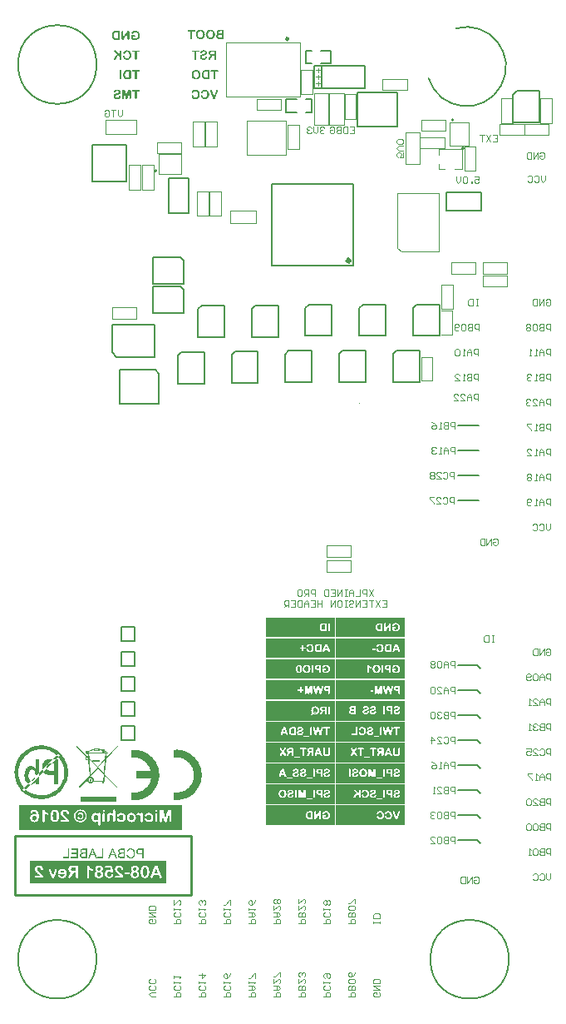
<source format=gbo>
G04 Layer_Color=32896*
%FSLAX43Y43*%
%MOMM*%
G71*
G01*
G75*
%ADD44C,0.200*%
%ADD46C,0.250*%
%ADD48C,0.150*%
%ADD102C,0.100*%
%ADD103C,0.254*%
%ADD104C,0.400*%
%ADD105C,0.112*%
%ADD183C,0.203*%
G36*
X16235Y98941D02*
X16247Y98939D01*
X16257Y98936D01*
X16266Y98933D01*
X16273Y98929D01*
X16279Y98926D01*
X16282Y98925D01*
X16284Y98923D01*
X16301Y98909D01*
X16314Y98894D01*
X16319Y98887D01*
X16322Y98881D01*
X16325Y98878D01*
Y98876D01*
X16328Y98866D01*
X16329Y98854D01*
X16332Y98832D01*
X16333Y98822D01*
Y98813D01*
Y98808D01*
Y98806D01*
Y98091D01*
X16332Y98072D01*
X16329Y98056D01*
X16326Y98042D01*
X16322Y98031D01*
X16317Y98022D01*
X16313Y98016D01*
X16312Y98012D01*
X16310Y98010D01*
X16300Y98001D01*
X16290Y97996D01*
X16279Y97990D01*
X16269Y97987D01*
X16260Y97985D01*
X16253Y97984D01*
X16246D01*
X16232Y97985D01*
X16219Y97988D01*
X16209Y97993D01*
X16200Y97997D01*
X16193Y98001D01*
X16187Y98006D01*
X16184Y98009D01*
X16183Y98010D01*
X16174Y98022D01*
X16168Y98035D01*
X16164Y98048D01*
X16161Y98061D01*
X16159Y98073D01*
X16158Y98082D01*
Y98088D01*
Y98091D01*
Y98635D01*
X15807Y98094D01*
X15797Y98078D01*
X15786Y98063D01*
X15783Y98059D01*
X15780Y98054D01*
X15777Y98051D01*
Y98050D01*
X15766Y98035D01*
X15754Y98023D01*
X15747Y98016D01*
X15745Y98015D01*
X15744Y98013D01*
X15731Y98003D01*
X15717Y97997D01*
X15709Y97993D01*
X15707Y97991D01*
X15706D01*
X15690Y97987D01*
X15675Y97985D01*
X15669Y97984D01*
X15660D01*
X15643Y97985D01*
X15627Y97990D01*
X15614Y97996D01*
X15600Y98003D01*
X15592Y98012D01*
X15583Y98022D01*
X15576Y98034D01*
X15571Y98045D01*
X15564Y98067D01*
X15559Y98086D01*
X15558Y98094D01*
Y98099D01*
Y98104D01*
Y98105D01*
Y98834D01*
X15559Y98853D01*
X15561Y98869D01*
X15565Y98884D01*
X15570Y98894D01*
X15574Y98903D01*
X15577Y98910D01*
X15580Y98913D01*
X15581Y98914D01*
X15590Y98923D01*
X15602Y98930D01*
X15612Y98935D01*
X15622Y98939D01*
X15631Y98941D01*
X15639Y98942D01*
X15646D01*
X15660Y98941D01*
X15672Y98938D01*
X15682Y98933D01*
X15693Y98929D01*
X15698Y98923D01*
X15704Y98919D01*
X15707Y98916D01*
X15709Y98914D01*
X15716Y98904D01*
X15722Y98891D01*
X15725Y98878D01*
X15728Y98865D01*
X15729Y98853D01*
X15731Y98843D01*
Y98837D01*
Y98834D01*
Y98284D01*
X16092Y98830D01*
X16102Y98847D01*
X16113Y98862D01*
X16115Y98866D01*
X16118Y98871D01*
X16121Y98873D01*
Y98875D01*
X16132Y98890D01*
X16140Y98901D01*
X16146Y98907D01*
X16149Y98910D01*
X16159Y98920D01*
X16170Y98928D01*
X16178Y98932D01*
X16180Y98933D01*
X16181D01*
X16196Y98939D01*
X16209Y98941D01*
X16215Y98942D01*
X16224D01*
X16235Y98941D01*
D02*
G37*
G36*
X16960D02*
X16998Y98936D01*
X17033Y98932D01*
X17062Y98926D01*
X17075Y98922D01*
X17087Y98919D01*
X17097Y98916D01*
X17106Y98914D01*
X17113Y98911D01*
X17118Y98910D01*
X17121Y98909D01*
X17122D01*
X17154Y98895D01*
X17183Y98879D01*
X17210Y98863D01*
X17232Y98847D01*
X17249Y98834D01*
X17262Y98822D01*
X17271Y98815D01*
X17273Y98813D01*
X17274Y98812D01*
X17296Y98789D01*
X17315Y98762D01*
X17331Y98737D01*
X17344Y98713D01*
X17355Y98692D01*
X17362Y98674D01*
X17365Y98669D01*
X17366Y98664D01*
X17368Y98661D01*
Y98660D01*
X17378Y98626D01*
X17387Y98591D01*
X17393Y98559D01*
X17396Y98528D01*
X17399Y98502D01*
Y98490D01*
X17400Y98481D01*
Y98473D01*
Y98467D01*
Y98464D01*
Y98462D01*
X17399Y98423D01*
X17396Y98385D01*
X17390Y98351D01*
X17384Y98322D01*
X17381Y98309D01*
X17378Y98297D01*
X17375Y98287D01*
X17372Y98279D01*
X17371Y98272D01*
X17369Y98268D01*
X17368Y98265D01*
Y98263D01*
X17355Y98231D01*
X17339Y98202D01*
X17322Y98176D01*
X17308Y98154D01*
X17293Y98136D01*
X17283Y98123D01*
X17276Y98114D01*
X17273Y98113D01*
Y98111D01*
X17248Y98089D01*
X17223Y98070D01*
X17197Y98054D01*
X17173Y98039D01*
X17153Y98029D01*
X17137Y98022D01*
X17131Y98019D01*
X17126Y98018D01*
X17123Y98016D01*
X17122D01*
X17088Y98006D01*
X17055Y97997D01*
X17023Y97991D01*
X16992Y97988D01*
X16965Y97985D01*
X16955D01*
X16945Y97984D01*
X16927D01*
X16894Y97985D01*
X16863Y97987D01*
X16834Y97990D01*
X16809Y97994D01*
X16788Y97999D01*
X16772Y98001D01*
X16767Y98003D01*
X16762D01*
X16761Y98004D01*
X16759D01*
X16730Y98013D01*
X16701Y98023D01*
X16674Y98034D01*
X16649Y98045D01*
X16628Y98054D01*
X16611Y98063D01*
X16606Y98066D01*
X16601Y98069D01*
X16598Y98070D01*
X16597D01*
X16578Y98082D01*
X16562Y98092D01*
X16557Y98097D01*
X16553Y98099D01*
X16551Y98102D01*
X16550D01*
X16538Y98116D01*
X16529Y98129D01*
X16525Y98138D01*
X16524Y98139D01*
Y98140D01*
X16519Y98159D01*
X16518Y98178D01*
X16516Y98186D01*
Y98193D01*
Y98198D01*
Y98199D01*
Y98377D01*
Y98394D01*
X16519Y98408D01*
X16522Y98420D01*
X16525Y98430D01*
X16528Y98437D01*
X16531Y98443D01*
X16532Y98446D01*
X16534Y98448D01*
X16540Y98456D01*
X16547Y98464D01*
X16562Y98473D01*
X16568Y98477D01*
X16573Y98478D01*
X16576Y98480D01*
X16578D01*
X16600Y98484D01*
X16620Y98486D01*
X16629Y98487D01*
X16857D01*
X16870Y98486D01*
X16882Y98484D01*
X16894Y98481D01*
X16903Y98477D01*
X16910Y98473D01*
X16914Y98470D01*
X16917Y98468D01*
X16919Y98467D01*
X16926Y98459D01*
X16932Y98451D01*
X16935Y98442D01*
X16938Y98433D01*
X16939Y98426D01*
X16941Y98421D01*
Y98417D01*
Y98415D01*
X16939Y98402D01*
X16936Y98391D01*
X16932Y98382D01*
X16927Y98375D01*
X16923Y98369D01*
X16919Y98364D01*
X16916Y98363D01*
X16914Y98361D01*
X16903Y98357D01*
X16889Y98353D01*
X16863Y98348D01*
X16851D01*
X16843Y98347D01*
X16688D01*
Y98195D01*
X16709Y98183D01*
X16731Y98173D01*
X16750Y98165D01*
X16768Y98158D01*
X16783Y98152D01*
X16794Y98148D01*
X16802Y98146D01*
X16805Y98145D01*
X16826Y98139D01*
X16847Y98136D01*
X16867Y98133D01*
X16886Y98130D01*
X16903D01*
X16914Y98129D01*
X16926D01*
X16951Y98130D01*
X16974Y98133D01*
X16995Y98138D01*
X17015Y98142D01*
X17034Y98149D01*
X17052Y98157D01*
X17066Y98164D01*
X17081Y98173D01*
X17094Y98181D01*
X17104Y98189D01*
X17113Y98196D01*
X17122Y98203D01*
X17128Y98208D01*
X17132Y98212D01*
X17134Y98215D01*
X17135Y98217D01*
X17148Y98234D01*
X17160Y98253D01*
X17170Y98272D01*
X17178Y98293D01*
X17192Y98335D01*
X17201Y98375D01*
X17204Y98394D01*
X17205Y98411D01*
X17207Y98426D01*
X17208Y98440D01*
X17210Y98451D01*
Y98459D01*
Y98465D01*
Y98467D01*
X17208Y98495D01*
X17207Y98521D01*
X17204Y98544D01*
X17200Y98565D01*
X17197Y98581D01*
X17194Y98594D01*
X17192Y98601D01*
X17191Y98604D01*
X17183Y98626D01*
X17175Y98647D01*
X17164Y98664D01*
X17156Y98679D01*
X17148Y98692D01*
X17141Y98701D01*
X17137Y98707D01*
X17135Y98708D01*
X17121Y98724D01*
X17106Y98737D01*
X17091Y98748D01*
X17078Y98758D01*
X17065Y98765D01*
X17056Y98770D01*
X17050Y98772D01*
X17047Y98774D01*
X17028Y98781D01*
X17008Y98787D01*
X16989Y98791D01*
X16970Y98794D01*
X16955Y98796D01*
X16942Y98797D01*
X16932D01*
X16910Y98796D01*
X16889Y98794D01*
X16872Y98791D01*
X16856Y98789D01*
X16844Y98784D01*
X16835Y98781D01*
X16829Y98780D01*
X16828Y98778D01*
X16813Y98771D01*
X16800Y98764D01*
X16790Y98755D01*
X16780Y98748D01*
X16774Y98742D01*
X16768Y98736D01*
X16765Y98733D01*
X16764Y98732D01*
X16753Y98720D01*
X16743Y98707D01*
X16724Y98680D01*
X16715Y98669D01*
X16709Y98658D01*
X16705Y98653D01*
X16704Y98650D01*
X16693Y98638D01*
X16683Y98629D01*
X16676Y98623D01*
X16674Y98622D01*
X16673D01*
X16658Y98617D01*
X16647Y98614D01*
X16638Y98613D01*
X16635D01*
X16622Y98614D01*
X16610Y98617D01*
X16598Y98620D01*
X16589Y98626D01*
X16582Y98631D01*
X16576Y98633D01*
X16573Y98636D01*
X16572Y98638D01*
X16563Y98648D01*
X16557Y98658D01*
X16551Y98669D01*
X16549Y98677D01*
X16547Y98686D01*
X16546Y98693D01*
Y98698D01*
Y98699D01*
X16547Y98713D01*
X16549Y98724D01*
X16553Y98737D01*
X16557Y98749D01*
X16562Y98759D01*
X16565Y98767D01*
X16568Y98772D01*
X16569Y98774D01*
X16578Y98790D01*
X16588Y98805D01*
X16600Y98818D01*
X16611Y98830D01*
X16620Y98840D01*
X16629Y98847D01*
X16635Y98851D01*
X16636Y98853D01*
X16654Y98866D01*
X16673Y98879D01*
X16692Y98890D01*
X16711Y98898D01*
X16728Y98906D01*
X16742Y98911D01*
X16750Y98914D01*
X16752Y98916D01*
X16753D01*
X16781Y98925D01*
X16809Y98930D01*
X16837Y98936D01*
X16863Y98939D01*
X16885Y98941D01*
X16895D01*
X16903Y98942D01*
X16919D01*
X16960Y98941D01*
D02*
G37*
G36*
X15258Y98926D02*
X15277Y98923D01*
X15292Y98919D01*
X15303Y98914D01*
X15314Y98909D01*
X15320Y98904D01*
X15324Y98901D01*
X15325Y98900D01*
X15334Y98888D01*
X15340Y98875D01*
X15346Y98860D01*
X15349Y98846D01*
X15350Y98832D01*
X15352Y98822D01*
Y98815D01*
Y98812D01*
Y98132D01*
Y98116D01*
X15350Y98101D01*
X15349Y98089D01*
X15347Y98078D01*
Y98070D01*
X15346Y98063D01*
X15344Y98060D01*
Y98059D01*
X15342Y98048D01*
X15336Y98039D01*
X15325Y98026D01*
X15315Y98018D01*
X15312Y98016D01*
X15311Y98015D01*
X15301Y98010D01*
X15287Y98006D01*
X15262Y98001D01*
X15251D01*
X15242Y98000D01*
X14965D01*
X14945Y98001D01*
X14925Y98003D01*
X14908Y98004D01*
X14894D01*
X14884Y98006D01*
X14878Y98007D01*
X14875D01*
X14856Y98012D01*
X14838Y98016D01*
X14822Y98020D01*
X14807Y98025D01*
X14796Y98029D01*
X14787Y98032D01*
X14781Y98034D01*
X14780Y98035D01*
X14749Y98053D01*
X14734Y98061D01*
X14723Y98070D01*
X14712Y98078D01*
X14704Y98083D01*
X14699Y98088D01*
X14698Y98089D01*
X14682Y98107D01*
X14666Y98123D01*
X14652Y98140D01*
X14641Y98155D01*
X14632Y98168D01*
X14626Y98180D01*
X14622Y98186D01*
X14620Y98189D01*
X14610Y98211D01*
X14600Y98231D01*
X14592Y98253D01*
X14587Y98272D01*
X14581Y98288D01*
X14578Y98301D01*
X14575Y98310D01*
Y98312D01*
Y98313D01*
X14566Y98366D01*
X14563Y98392D01*
X14562Y98415D01*
X14560Y98436D01*
Y98451D01*
Y98456D01*
Y98461D01*
Y98464D01*
Y98465D01*
X14562Y98511D01*
X14566Y98554D01*
X14573Y98594D01*
X14582Y98631D01*
X14594Y98666D01*
X14606Y98696D01*
X14619Y98724D01*
X14632Y98749D01*
X14647Y98771D01*
X14660Y98790D01*
X14671Y98806D01*
X14682Y98819D01*
X14692Y98830D01*
X14699Y98837D01*
X14704Y98841D01*
X14705Y98843D01*
X14727Y98859D01*
X14748Y98873D01*
X14769Y98885D01*
X14788Y98894D01*
X14805Y98900D01*
X14818Y98906D01*
X14827Y98907D01*
X14828Y98909D01*
X14829D01*
X14856Y98914D01*
X14884Y98920D01*
X14911Y98923D01*
X14938Y98925D01*
X14960Y98926D01*
X14968Y98928D01*
X15238D01*
X15258Y98926D01*
D02*
G37*
G36*
X37275Y37275D02*
X30275D01*
Y39275D01*
X37275D01*
Y37275D01*
D02*
G37*
G36*
X44400Y18150D02*
X37400D01*
Y20150D01*
X44400D01*
Y18150D01*
D02*
G37*
G36*
X37275D02*
X30275D01*
Y20150D01*
X37275D01*
Y18150D01*
D02*
G37*
G36*
X44400Y37275D02*
X37400D01*
Y39275D01*
X44400D01*
Y37275D01*
D02*
G37*
G36*
X25079Y96926D02*
X25098Y96923D01*
X25113Y96919D01*
X25124Y96914D01*
X25135Y96909D01*
X25140Y96904D01*
X25145Y96901D01*
X25146Y96900D01*
X25155Y96888D01*
X25161Y96875D01*
X25167Y96860D01*
X25170Y96846D01*
X25171Y96832D01*
X25173Y96822D01*
Y96815D01*
Y96812D01*
Y96098D01*
X25171Y96078D01*
X25168Y96060D01*
X25165Y96045D01*
X25161Y96034D01*
X25156Y96023D01*
X25152Y96018D01*
X25151Y96013D01*
X25149Y96012D01*
X25139Y96003D01*
X25127Y95996D01*
X25115Y95991D01*
X25105Y95987D01*
X25095Y95985D01*
X25086Y95984D01*
X25079D01*
X25064Y95985D01*
X25051Y95988D01*
X25039Y95993D01*
X25029Y95999D01*
X25022Y96003D01*
X25016Y96007D01*
X25013Y96010D01*
X25012Y96012D01*
X25003Y96023D01*
X24997Y96037D01*
X24991Y96051D01*
X24988Y96066D01*
X24987Y96078D01*
X24985Y96088D01*
Y96095D01*
Y96098D01*
Y96396D01*
X24902D01*
X24886Y96394D01*
X24871Y96392D01*
X24859Y96389D01*
X24851Y96386D01*
X24843Y96385D01*
X24839Y96382D01*
X24838D01*
X24824Y96376D01*
X24813Y96369D01*
X24802Y96360D01*
X24792Y96353D01*
X24785Y96344D01*
X24779Y96338D01*
X24775Y96334D01*
X24773Y96332D01*
X24761Y96317D01*
X24748Y96301D01*
X24735Y96284D01*
X24725Y96268D01*
X24715Y96252D01*
X24707Y96240D01*
X24701Y96231D01*
X24700Y96230D01*
Y96228D01*
X24624Y96102D01*
X24615Y96086D01*
X24606Y96073D01*
X24599Y96061D01*
X24593Y96053D01*
X24589Y96045D01*
X24586Y96039D01*
X24583Y96037D01*
Y96035D01*
X24570Y96020D01*
X24558Y96009D01*
X24549Y96001D01*
X24548Y95999D01*
X24546D01*
X24529Y95990D01*
X24511Y95985D01*
X24504D01*
X24498Y95984D01*
X24492D01*
X24473Y95985D01*
X24459Y95990D01*
X24453Y95991D01*
X24448Y95993D01*
X24447Y95994D01*
X24445D01*
X24432Y96003D01*
X24422Y96012D01*
X24415Y96019D01*
X24413Y96022D01*
X24406Y96035D01*
X24403Y96047D01*
X24402Y96056D01*
Y96057D01*
Y96059D01*
X24403Y96066D01*
X24404Y96076D01*
X24412Y96098D01*
X24416Y96107D01*
X24419Y96116D01*
X24421Y96121D01*
X24422Y96123D01*
X24429Y96142D01*
X24438Y96159D01*
X24448Y96178D01*
X24457Y96195D01*
X24464Y96209D01*
X24472Y96219D01*
X24476Y96227D01*
X24478Y96230D01*
X24491Y96252D01*
X24505Y96272D01*
X24519Y96290D01*
X24530Y96307D01*
X24542Y96320D01*
X24551Y96331D01*
X24557Y96337D01*
X24558Y96339D01*
X24576Y96357D01*
X24592Y96373D01*
X24608Y96386D01*
X24624Y96398D01*
X24636Y96407D01*
X24646Y96414D01*
X24652Y96417D01*
X24655Y96418D01*
X24612Y96429D01*
X24576Y96442D01*
X24545Y96456D01*
X24520Y96471D01*
X24501Y96484D01*
X24486Y96495D01*
X24479Y96502D01*
X24476Y96505D01*
X24457Y96530D01*
X24442Y96557D01*
X24432Y96585D01*
X24425Y96612D01*
X24421Y96635D01*
X24419Y96645D01*
Y96654D01*
X24418Y96661D01*
Y96667D01*
Y96670D01*
Y96672D01*
Y96691D01*
X24421Y96708D01*
X24423Y96724D01*
X24426Y96739D01*
X24429Y96751D01*
X24432Y96761D01*
X24434Y96767D01*
X24435Y96768D01*
X24442Y96784D01*
X24450Y96800D01*
X24459Y96813D01*
X24467Y96825D01*
X24475Y96834D01*
X24481Y96841D01*
X24485Y96846D01*
X24486Y96847D01*
X24500Y96859D01*
X24513Y96869D01*
X24526Y96879D01*
X24538Y96887D01*
X24548Y96892D01*
X24557Y96897D01*
X24562Y96898D01*
X24564Y96900D01*
X24592Y96910D01*
X24605Y96914D01*
X24617Y96917D01*
X24628Y96919D01*
X24637Y96920D01*
X24643Y96922D01*
X24644D01*
X24662Y96923D01*
X24681Y96925D01*
X24699Y96926D01*
X24716Y96928D01*
X25058D01*
X25079Y96926D01*
D02*
G37*
G36*
X23945Y96941D02*
X23982Y96938D01*
X24012Y96932D01*
X24040Y96926D01*
X24062Y96920D01*
X24071Y96917D01*
X24078Y96914D01*
X24086Y96913D01*
X24090Y96911D01*
X24091Y96910D01*
X24093D01*
X24121Y96897D01*
X24146Y96882D01*
X24166Y96866D01*
X24184Y96851D01*
X24197Y96838D01*
X24207Y96828D01*
X24213Y96821D01*
X24214Y96818D01*
X24227Y96796D01*
X24238Y96772D01*
X24245Y96749D01*
X24249Y96729D01*
X24252Y96710D01*
X24255Y96695D01*
Y96689D01*
Y96685D01*
Y96683D01*
Y96682D01*
X24254Y96653D01*
X24249Y96626D01*
X24242Y96604D01*
X24235Y96584D01*
X24229Y96569D01*
X24222Y96557D01*
X24217Y96550D01*
X24216Y96547D01*
X24200Y96528D01*
X24182Y96512D01*
X24165Y96497D01*
X24147Y96486D01*
X24132Y96475D01*
X24121Y96468D01*
X24112Y96464D01*
X24109Y96462D01*
X24083Y96451D01*
X24055Y96440D01*
X24027Y96432D01*
X24001Y96424D01*
X23977Y96417D01*
X23967Y96414D01*
X23958Y96413D01*
X23952Y96411D01*
X23947Y96410D01*
X23944Y96408D01*
X23942D01*
X23916Y96402D01*
X23892Y96395D01*
X23872Y96389D01*
X23854Y96385D01*
X23841Y96380D01*
X23831Y96377D01*
X23825Y96376D01*
X23824Y96375D01*
X23808Y96369D01*
X23793Y96361D01*
X23781Y96354D01*
X23770Y96347D01*
X23762Y96341D01*
X23755Y96335D01*
X23752Y96332D01*
X23750Y96331D01*
X23740Y96319D01*
X23733Y96307D01*
X23729Y96296D01*
X23724Y96282D01*
X23723Y96272D01*
X23721Y96263D01*
Y96257D01*
Y96256D01*
X23724Y96236D01*
X23730Y96217D01*
X23737Y96200D01*
X23748Y96186D01*
X23758Y96176D01*
X23765Y96167D01*
X23771Y96161D01*
X23774Y96159D01*
X23794Y96146D01*
X23818Y96138D01*
X23840Y96130D01*
X23862Y96126D01*
X23881Y96123D01*
X23895Y96121D01*
X23910D01*
X23932Y96123D01*
X23951Y96124D01*
X23967Y96127D01*
X23982Y96132D01*
X23993Y96135D01*
X24001Y96138D01*
X24007Y96139D01*
X24008Y96140D01*
X24021Y96148D01*
X24033Y96157D01*
X24043Y96164D01*
X24050Y96171D01*
X24058Y96178D01*
X24062Y96184D01*
X24065Y96187D01*
X24066Y96189D01*
X24081Y96214D01*
X24093Y96237D01*
X24097Y96247D01*
X24102Y96256D01*
X24103Y96262D01*
X24105Y96263D01*
X24110Y96277D01*
X24116Y96288D01*
X24122Y96297D01*
X24128Y96304D01*
X24132Y96312D01*
X24137Y96316D01*
X24138Y96317D01*
X24140Y96319D01*
X24147Y96325D01*
X24156Y96331D01*
X24172Y96335D01*
X24179Y96337D01*
X24185Y96338D01*
X24189D01*
X24203Y96337D01*
X24214Y96334D01*
X24225Y96331D01*
X24233Y96326D01*
X24241Y96320D01*
X24246Y96317D01*
X24249Y96315D01*
X24251Y96313D01*
X24258Y96304D01*
X24264Y96294D01*
X24268Y96285D01*
X24271Y96277D01*
X24273Y96268D01*
X24274Y96262D01*
Y96257D01*
Y96256D01*
X24273Y96234D01*
X24268Y96212D01*
X24261Y96190D01*
X24254Y96173D01*
X24248Y96157D01*
X24241Y96143D01*
X24236Y96136D01*
X24235Y96135D01*
Y96133D01*
X24219Y96111D01*
X24201Y96092D01*
X24185Y96075D01*
X24167Y96061D01*
X24153Y96050D01*
X24141Y96042D01*
X24134Y96037D01*
X24131Y96035D01*
X24096Y96018D01*
X24058Y96006D01*
X24020Y95997D01*
X23985Y95990D01*
X23967Y95988D01*
X23952Y95987D01*
X23939Y95985D01*
X23928D01*
X23917Y95984D01*
X23904D01*
X23863Y95985D01*
X23825Y95990D01*
X23791Y95996D01*
X23762Y96003D01*
X23750Y96006D01*
X23739Y96009D01*
X23730Y96012D01*
X23721Y96015D01*
X23715Y96018D01*
X23711Y96019D01*
X23708Y96020D01*
X23707D01*
X23677Y96037D01*
X23651Y96053D01*
X23629Y96070D01*
X23611Y96088D01*
X23597Y96102D01*
X23588Y96114D01*
X23581Y96123D01*
X23579Y96126D01*
X23565Y96152D01*
X23554Y96178D01*
X23546Y96203D01*
X23541Y96227D01*
X23538Y96247D01*
X23535Y96262D01*
Y96268D01*
Y96272D01*
Y96275D01*
Y96277D01*
X23537Y96301D01*
X23540Y96325D01*
X23544Y96345D01*
X23549Y96363D01*
X23553Y96376D01*
X23557Y96386D01*
X23560Y96394D01*
X23562Y96395D01*
X23572Y96413D01*
X23584Y96429D01*
X23595Y96442D01*
X23606Y96454D01*
X23616Y96462D01*
X23625Y96470D01*
X23631Y96474D01*
X23632Y96475D01*
X23650Y96487D01*
X23667Y96497D01*
X23686Y96506D01*
X23702Y96515D01*
X23717Y96521D01*
X23730Y96525D01*
X23737Y96528D01*
X23739Y96530D01*
X23740D01*
X23789Y96546D01*
X23812Y96552D01*
X23834Y96557D01*
X23853Y96562D01*
X23868Y96566D01*
X23873Y96568D01*
X23878D01*
X23879Y96569D01*
X23881D01*
X23903Y96575D01*
X23922Y96579D01*
X23936Y96584D01*
X23949Y96588D01*
X23960Y96591D01*
X23966Y96593D01*
X23970Y96594D01*
X23971D01*
X23990Y96601D01*
X24008Y96609D01*
X24015Y96612D01*
X24021Y96614D01*
X24024Y96616D01*
X24026D01*
X24043Y96628D01*
X24056Y96639D01*
X24064Y96648D01*
X24066Y96650D01*
Y96651D01*
X24075Y96667D01*
X24080Y96683D01*
Y96689D01*
X24081Y96695D01*
Y96698D01*
Y96699D01*
X24080Y96715D01*
X24074Y96730D01*
X24066Y96743D01*
X24059Y96755D01*
X24050Y96764D01*
X24045Y96771D01*
X24039Y96775D01*
X24037Y96777D01*
X24020Y96787D01*
X24001Y96796D01*
X23980Y96802D01*
X23963Y96805D01*
X23945Y96808D01*
X23932Y96809D01*
X23920D01*
X23892Y96808D01*
X23869Y96805D01*
X23850Y96799D01*
X23834Y96794D01*
X23821Y96789D01*
X23813Y96783D01*
X23808Y96780D01*
X23806Y96778D01*
X23793Y96767D01*
X23781Y96753D01*
X23771Y96740D01*
X23762Y96727D01*
X23755Y96715D01*
X23749Y96707D01*
X23746Y96701D01*
X23745Y96698D01*
X23737Y96685D01*
X23731Y96673D01*
X23726Y96664D01*
X23720Y96657D01*
X23715Y96651D01*
X23712Y96647D01*
X23710Y96645D01*
Y96644D01*
X23702Y96638D01*
X23695Y96635D01*
X23677Y96629D01*
X23671D01*
X23666Y96628D01*
X23660D01*
X23647Y96629D01*
X23636Y96632D01*
X23626Y96636D01*
X23617Y96641D01*
X23610Y96645D01*
X23606Y96650D01*
X23603Y96653D01*
X23601Y96654D01*
X23592Y96664D01*
X23587Y96676D01*
X23582Y96686D01*
X23579Y96695D01*
X23578Y96704D01*
X23576Y96710D01*
Y96714D01*
Y96715D01*
X23578Y96729D01*
X23579Y96743D01*
X23582Y96755D01*
X23585Y96767D01*
X23590Y96775D01*
X23592Y96784D01*
X23594Y96789D01*
X23595Y96790D01*
X23603Y96805D01*
X23613Y96818D01*
X23623Y96831D01*
X23632Y96843D01*
X23641Y96851D01*
X23648Y96859D01*
X23654Y96863D01*
X23655Y96865D01*
X23671Y96878D01*
X23689Y96888D01*
X23707Y96898D01*
X23723Y96906D01*
X23737Y96911D01*
X23749Y96916D01*
X23756Y96919D01*
X23758Y96920D01*
X23759D01*
X23784Y96928D01*
X23809Y96933D01*
X23834Y96936D01*
X23857Y96939D01*
X23876Y96941D01*
X23892Y96942D01*
X23907D01*
X23945Y96941D01*
D02*
G37*
G36*
X23389Y96926D02*
X23404Y96925D01*
X23415Y96920D01*
X23426Y96917D01*
X23433Y96913D01*
X23439Y96909D01*
X23442Y96907D01*
X23443Y96906D01*
X23451Y96897D01*
X23456Y96888D01*
X23461Y96879D01*
X23464Y96869D01*
X23465Y96862D01*
X23467Y96854D01*
Y96850D01*
Y96849D01*
X23465Y96837D01*
X23462Y96825D01*
X23459Y96815D01*
X23455Y96808D01*
X23451Y96802D01*
X23446Y96797D01*
X23445Y96794D01*
X23443Y96793D01*
X23433Y96786D01*
X23423Y96781D01*
X23399Y96775D01*
X23389Y96774D01*
X23380Y96772D01*
X23167D01*
Y96098D01*
X23165Y96078D01*
X23162Y96060D01*
X23159Y96045D01*
X23154Y96034D01*
X23149Y96023D01*
X23146Y96018D01*
X23143Y96013D01*
X23142Y96012D01*
X23132Y96003D01*
X23120Y95996D01*
X23108Y95991D01*
X23098Y95987D01*
X23088Y95985D01*
X23080Y95984D01*
X23073D01*
X23058Y95985D01*
X23045Y95988D01*
X23034Y95993D01*
X23023Y95999D01*
X23016Y96003D01*
X23010Y96007D01*
X23007Y96010D01*
X23006Y96012D01*
X22997Y96023D01*
X22991Y96037D01*
X22985Y96051D01*
X22982Y96066D01*
X22981Y96078D01*
X22979Y96088D01*
Y96095D01*
Y96098D01*
Y96772D01*
X22775D01*
X22759Y96774D01*
X22744Y96775D01*
X22732Y96778D01*
X22722Y96783D01*
X22715Y96787D01*
X22709Y96790D01*
X22706Y96792D01*
X22704Y96793D01*
X22696Y96802D01*
X22690Y96811D01*
X22685Y96819D01*
X22682Y96828D01*
X22681Y96837D01*
X22680Y96843D01*
Y96847D01*
Y96849D01*
X22681Y96862D01*
X22682Y96872D01*
X22687Y96882D01*
X22691Y96891D01*
X22696Y96897D01*
X22699Y96901D01*
X22701Y96904D01*
X22703Y96906D01*
X22713Y96913D01*
X22723Y96919D01*
X22737Y96922D01*
X22747Y96925D01*
X22759Y96926D01*
X22767Y96928D01*
X23373D01*
X23389Y96926D01*
D02*
G37*
G36*
X22979Y99026D02*
X22993Y99025D01*
X23005Y99020D01*
X23015Y99017D01*
X23022Y99013D01*
X23028Y99009D01*
X23031Y99007D01*
X23033Y99006D01*
X23040Y98997D01*
X23046Y98988D01*
X23050Y98979D01*
X23053Y98969D01*
X23055Y98962D01*
X23056Y98954D01*
Y98950D01*
Y98949D01*
X23055Y98937D01*
X23052Y98925D01*
X23049Y98915D01*
X23044Y98908D01*
X23040Y98902D01*
X23036Y98897D01*
X23034Y98894D01*
X23033Y98893D01*
X23022Y98886D01*
X23012Y98881D01*
X22989Y98875D01*
X22979Y98874D01*
X22970Y98872D01*
X22756D01*
Y98198D01*
X22755Y98178D01*
X22752Y98160D01*
X22749Y98145D01*
X22743Y98134D01*
X22739Y98123D01*
X22736Y98118D01*
X22733Y98113D01*
X22731Y98112D01*
X22721Y98103D01*
X22709Y98096D01*
X22698Y98091D01*
X22687Y98087D01*
X22677Y98085D01*
X22670Y98084D01*
X22663D01*
X22648Y98085D01*
X22635Y98088D01*
X22623Y98093D01*
X22613Y98099D01*
X22605Y98103D01*
X22600Y98107D01*
X22597Y98110D01*
X22595Y98112D01*
X22586Y98123D01*
X22581Y98137D01*
X22575Y98151D01*
X22572Y98166D01*
X22570Y98178D01*
X22569Y98188D01*
Y98195D01*
Y98198D01*
Y98872D01*
X22364D01*
X22348Y98874D01*
X22333Y98875D01*
X22322Y98878D01*
X22311Y98883D01*
X22304Y98887D01*
X22298Y98890D01*
X22295Y98892D01*
X22294Y98893D01*
X22285Y98902D01*
X22279Y98911D01*
X22275Y98919D01*
X22272Y98928D01*
X22270Y98937D01*
X22269Y98943D01*
Y98947D01*
Y98949D01*
X22270Y98962D01*
X22272Y98972D01*
X22276Y98982D01*
X22281Y98991D01*
X22285Y98997D01*
X22288Y99001D01*
X22291Y99004D01*
X22292Y99006D01*
X22303Y99013D01*
X22313Y99019D01*
X22326Y99022D01*
X22336Y99025D01*
X22348Y99026D01*
X22357Y99028D01*
X22962D01*
X22979Y99026D01*
D02*
G37*
G36*
X25858D02*
X25875Y99023D01*
X25891Y99019D01*
X25903Y99014D01*
X25912Y99009D01*
X25919Y99004D01*
X25922Y99001D01*
X25924Y99000D01*
X25932Y98988D01*
X25938Y98975D01*
X25944Y98960D01*
X25947Y98946D01*
X25949Y98932D01*
X25950Y98922D01*
Y98915D01*
Y98912D01*
Y98214D01*
X25949Y98194D01*
X25946Y98175D01*
X25943Y98160D01*
X25937Y98148D01*
X25932Y98138D01*
X25930Y98132D01*
X25927Y98128D01*
X25925Y98126D01*
X25913Y98118D01*
X25900Y98112D01*
X25886Y98106D01*
X25871Y98103D01*
X25858Y98101D01*
X25848Y98100D01*
X25527D01*
X25502Y98101D01*
X25480D01*
X25461Y98103D01*
X25445Y98104D01*
X25435D01*
X25428Y98106D01*
X25425D01*
X25404Y98109D01*
X25385Y98113D01*
X25369Y98118D01*
X25355Y98120D01*
X25343Y98125D01*
X25334Y98128D01*
X25328Y98131D01*
X25327D01*
X25303Y98144D01*
X25281Y98159D01*
X25264Y98173D01*
X25248Y98188D01*
X25236Y98202D01*
X25227Y98213D01*
X25221Y98220D01*
X25220Y98223D01*
X25207Y98248D01*
X25197Y98271D01*
X25189Y98295D01*
X25183Y98317D01*
X25180Y98336D01*
X25179Y98350D01*
Y98356D01*
Y98360D01*
Y98362D01*
Y98363D01*
X25180Y98394D01*
X25186Y98422D01*
X25197Y98447D01*
X25207Y98470D01*
X25221Y98491D01*
X25237Y98508D01*
X25254Y98524D01*
X25270Y98539D01*
X25287Y98552D01*
X25303Y98562D01*
X25319Y98570D01*
X25333Y98577D01*
X25344Y98583D01*
X25355Y98586D01*
X25360Y98589D01*
X25362D01*
X25337Y98602D01*
X25316Y98616D01*
X25297Y98633D01*
X25281Y98649D01*
X25268Y98665D01*
X25257Y98682D01*
X25248Y98700D01*
X25240Y98716D01*
X25235Y98732D01*
X25230Y98747D01*
X25227Y98760D01*
X25224Y98770D01*
Y98780D01*
X25223Y98788D01*
Y98792D01*
Y98793D01*
X25224Y98823D01*
X25227Y98836D01*
X25229Y98848D01*
X25232Y98858D01*
X25235Y98865D01*
X25236Y98870D01*
Y98871D01*
X25248Y98897D01*
X25254Y98908D01*
X25261Y98918D01*
X25267Y98925D01*
X25271Y98932D01*
X25274Y98935D01*
X25276Y98937D01*
X25295Y98957D01*
X25314Y98973D01*
X25321Y98979D01*
X25327Y98984D01*
X25331Y98985D01*
X25333Y98987D01*
X25363Y99001D01*
X25378Y99007D01*
X25393Y99011D01*
X25404Y99014D01*
X25413Y99017D01*
X25419Y99019D01*
X25422D01*
X25441Y99022D01*
X25460Y99025D01*
X25479Y99026D01*
X25496D01*
X25513Y99028D01*
X25837D01*
X25858Y99026D01*
D02*
G37*
G36*
X24649Y99041D02*
X24684Y99036D01*
X24717Y99032D01*
X24744Y99026D01*
X24768Y99019D01*
X24778Y99016D01*
X24785Y99014D01*
X24791Y99011D01*
X24796Y99010D01*
X24799Y99009D01*
X24800D01*
X24831Y98995D01*
X24857Y98979D01*
X24882Y98963D01*
X24902Y98947D01*
X24919Y98934D01*
X24932Y98922D01*
X24939Y98915D01*
X24942Y98913D01*
Y98912D01*
X24962Y98889D01*
X24980Y98862D01*
X24996Y98837D01*
X25008Y98814D01*
X25018Y98793D01*
X25025Y98776D01*
X25028Y98770D01*
X25030Y98766D01*
X25031Y98763D01*
Y98761D01*
X25041Y98728D01*
X25049Y98693D01*
X25053Y98660D01*
X25056Y98630D01*
X25059Y98603D01*
Y98593D01*
X25060Y98583D01*
Y98575D01*
Y98570D01*
Y98567D01*
Y98565D01*
X25059Y98527D01*
X25056Y98491D01*
X25052Y98457D01*
X25046Y98429D01*
X25040Y98404D01*
X25039Y98394D01*
X25036Y98387D01*
X25034Y98379D01*
X25033Y98375D01*
X25031Y98372D01*
Y98371D01*
X25020Y98338D01*
X25005Y98309D01*
X24992Y98283D01*
X24977Y98261D01*
X24964Y98242D01*
X24954Y98229D01*
X24948Y98220D01*
X24945Y98219D01*
Y98217D01*
X24923Y98194D01*
X24898Y98175D01*
X24875Y98157D01*
X24851Y98144D01*
X24832Y98132D01*
X24816Y98123D01*
X24810Y98122D01*
X24806Y98119D01*
X24803Y98118D01*
X24802D01*
X24768Y98106D01*
X24734Y98099D01*
X24702Y98093D01*
X24671Y98088D01*
X24645Y98085D01*
X24635D01*
X24624Y98084D01*
X24607D01*
X24567Y98085D01*
X24531Y98090D01*
X24497Y98094D01*
X24469Y98101D01*
X24446Y98107D01*
X24436Y98110D01*
X24428Y98112D01*
X24423Y98115D01*
X24418Y98116D01*
X24415Y98118D01*
X24414D01*
X24383Y98132D01*
X24355Y98147D01*
X24330Y98163D01*
X24310Y98179D01*
X24294Y98194D01*
X24281Y98205D01*
X24273Y98213D01*
X24270Y98216D01*
X24250Y98240D01*
X24232Y98267D01*
X24216Y98292D01*
X24205Y98317D01*
X24194Y98337D01*
X24188Y98353D01*
X24186Y98359D01*
X24184Y98363D01*
X24183Y98366D01*
Y98368D01*
X24172Y98401D01*
X24165Y98435D01*
X24161Y98469D01*
X24156Y98499D01*
X24155Y98524D01*
Y98536D01*
X24153Y98546D01*
Y98554D01*
Y98559D01*
Y98562D01*
Y98564D01*
X24156Y98616D01*
X24162Y98665D01*
X24167Y98687D01*
X24171Y98707D01*
X24175Y98728D01*
X24180Y98745D01*
X24186Y98761D01*
X24190Y98774D01*
X24194Y98788D01*
X24199Y98798D01*
X24203Y98807D01*
X24205Y98812D01*
X24208Y98815D01*
Y98817D01*
X24229Y98855D01*
X24254Y98889D01*
X24281Y98918D01*
X24306Y98941D01*
X24329Y98959D01*
X24338Y98966D01*
X24347Y98973D01*
X24354Y98978D01*
X24360Y98981D01*
X24363Y98984D01*
X24364D01*
X24404Y99003D01*
X24446Y99017D01*
X24487Y99028D01*
X24526Y99035D01*
X24544Y99038D01*
X24560Y99039D01*
X24575Y99041D01*
X24586D01*
X24597Y99042D01*
X24611D01*
X24649Y99041D01*
D02*
G37*
G36*
X23624D02*
X23659Y99036D01*
X23691Y99032D01*
X23719Y99026D01*
X23742Y99019D01*
X23753Y99016D01*
X23760Y99014D01*
X23766Y99011D01*
X23770Y99010D01*
X23773Y99009D01*
X23774D01*
X23805Y98995D01*
X23832Y98979D01*
X23856Y98963D01*
X23877Y98947D01*
X23893Y98934D01*
X23906Y98922D01*
X23913Y98915D01*
X23916Y98913D01*
Y98912D01*
X23937Y98889D01*
X23954Y98862D01*
X23971Y98837D01*
X23982Y98814D01*
X23992Y98793D01*
X24000Y98776D01*
X24003Y98770D01*
X24004Y98766D01*
X24006Y98763D01*
Y98761D01*
X24016Y98728D01*
X24023Y98693D01*
X24028Y98660D01*
X24030Y98630D01*
X24033Y98603D01*
Y98593D01*
X24035Y98583D01*
Y98575D01*
Y98570D01*
Y98567D01*
Y98565D01*
X24033Y98527D01*
X24030Y98491D01*
X24026Y98457D01*
X24020Y98429D01*
X24014Y98404D01*
X24013Y98394D01*
X24010Y98387D01*
X24009Y98379D01*
X24007Y98375D01*
X24006Y98372D01*
Y98371D01*
X23994Y98338D01*
X23979Y98309D01*
X23966Y98283D01*
X23951Y98261D01*
X23938Y98242D01*
X23928Y98229D01*
X23922Y98220D01*
X23919Y98219D01*
Y98217D01*
X23897Y98194D01*
X23872Y98175D01*
X23849Y98157D01*
X23826Y98144D01*
X23807Y98132D01*
X23791Y98123D01*
X23785Y98122D01*
X23780Y98119D01*
X23777Y98118D01*
X23776D01*
X23742Y98106D01*
X23709Y98099D01*
X23676Y98093D01*
X23646Y98088D01*
X23619Y98085D01*
X23609D01*
X23599Y98084D01*
X23581D01*
X23542Y98085D01*
X23505Y98090D01*
X23472Y98094D01*
X23444Y98101D01*
X23420Y98107D01*
X23410Y98110D01*
X23403Y98112D01*
X23397Y98115D01*
X23393Y98116D01*
X23390Y98118D01*
X23388D01*
X23357Y98132D01*
X23330Y98147D01*
X23305Y98163D01*
X23284Y98179D01*
X23268Y98194D01*
X23255Y98205D01*
X23248Y98213D01*
X23245Y98216D01*
X23224Y98240D01*
X23207Y98267D01*
X23191Y98292D01*
X23179Y98317D01*
X23169Y98337D01*
X23163Y98353D01*
X23160Y98359D01*
X23159Y98363D01*
X23157Y98366D01*
Y98368D01*
X23147Y98401D01*
X23139Y98435D01*
X23135Y98469D01*
X23131Y98499D01*
X23129Y98524D01*
Y98536D01*
X23128Y98546D01*
Y98554D01*
Y98559D01*
Y98562D01*
Y98564D01*
X23131Y98616D01*
X23137Y98665D01*
X23141Y98687D01*
X23145Y98707D01*
X23150Y98728D01*
X23154Y98745D01*
X23160Y98761D01*
X23164Y98774D01*
X23169Y98788D01*
X23173Y98798D01*
X23178Y98807D01*
X23179Y98812D01*
X23182Y98815D01*
Y98817D01*
X23204Y98855D01*
X23229Y98889D01*
X23255Y98918D01*
X23280Y98941D01*
X23303Y98959D01*
X23312Y98966D01*
X23321Y98973D01*
X23328Y98978D01*
X23334Y98981D01*
X23337Y98984D01*
X23338D01*
X23378Y99003D01*
X23420Y99017D01*
X23461Y99028D01*
X23501Y99035D01*
X23518Y99038D01*
X23535Y99039D01*
X23549Y99041D01*
X23561D01*
X23571Y99042D01*
X23586D01*
X23624Y99041D01*
D02*
G37*
G36*
X44400Y35150D02*
X37400D01*
Y37150D01*
X44400D01*
Y35150D01*
D02*
G37*
G36*
Y24525D02*
X37400D01*
Y26525D01*
X44400D01*
Y24525D01*
D02*
G37*
G36*
Y26650D02*
X37400D01*
Y28650D01*
X44400D01*
Y26650D01*
D02*
G37*
G36*
X37275Y26650D02*
X30275D01*
Y28650D01*
X37275D01*
Y26650D01*
D02*
G37*
G36*
Y24525D02*
X30275D01*
Y26525D01*
X37275D01*
Y24525D01*
D02*
G37*
G36*
Y20275D02*
X30275D01*
Y22275D01*
X37275D01*
Y20275D01*
D02*
G37*
G36*
X44400Y22400D02*
X37400D01*
Y24400D01*
X44400D01*
Y22400D01*
D02*
G37*
G36*
X37275D02*
X30275D01*
Y24400D01*
X37275D01*
Y22400D01*
D02*
G37*
G36*
X44400Y33025D02*
X37400D01*
Y35025D01*
X44400D01*
Y33025D01*
D02*
G37*
G36*
X37275Y33025D02*
X30275D01*
Y35025D01*
X37275D01*
Y33025D01*
D02*
G37*
G36*
Y35150D02*
X30275D01*
Y37150D01*
X37275D01*
Y35150D01*
D02*
G37*
G36*
X44400Y30900D02*
X37400D01*
Y32900D01*
X44400D01*
Y30900D01*
D02*
G37*
G36*
Y28775D02*
X37400D01*
Y30775D01*
X44400D01*
Y28775D01*
D02*
G37*
G36*
X37275D02*
X30275D01*
Y30775D01*
X37275D01*
Y28775D01*
D02*
G37*
G36*
Y30900D02*
X30275D01*
Y32900D01*
X37275D01*
Y30900D01*
D02*
G37*
G36*
X17008Y25806D02*
X17192Y25786D01*
X17363Y25752D01*
X17513Y25717D01*
X17575Y25697D01*
X17636Y25676D01*
X17691Y25663D01*
X17732Y25649D01*
X17766Y25635D01*
X17794Y25622D01*
X17807Y25615D01*
X17814D01*
X17985Y25533D01*
X18135Y25444D01*
X18279Y25355D01*
X18395Y25266D01*
X18491Y25191D01*
X18566Y25123D01*
X18593Y25102D01*
X18614Y25082D01*
X18621Y25075D01*
X18627Y25068D01*
X18750Y24931D01*
X18860Y24795D01*
X18956Y24658D01*
X19038Y24528D01*
X19099Y24419D01*
X19120Y24371D01*
X19140Y24330D01*
X19161Y24296D01*
X19174Y24268D01*
X19181Y24255D01*
Y24248D01*
X19249Y24070D01*
X19297Y23899D01*
X19338Y23728D01*
X19359Y23578D01*
X19366Y23510D01*
X19372Y23448D01*
X19379Y23393D01*
Y23346D01*
X19386Y23311D01*
Y23277D01*
Y23264D01*
Y23257D01*
X19379Y23065D01*
X19352Y22881D01*
X19325Y22710D01*
X19284Y22559D01*
X19270Y22498D01*
X19249Y22436D01*
X19236Y22382D01*
X19215Y22341D01*
X19208Y22307D01*
X19195Y22279D01*
X19188Y22266D01*
Y22259D01*
X19106Y22088D01*
X19017Y21938D01*
X18928Y21794D01*
X18846Y21678D01*
X18764Y21575D01*
X18730Y21534D01*
X18703Y21500D01*
X18682Y21473D01*
X18662Y21452D01*
X18655Y21445D01*
X18648Y21439D01*
X18511Y21316D01*
X18375Y21199D01*
X18238Y21110D01*
X18115Y21028D01*
X17999Y20967D01*
X17951Y20940D01*
X17917Y20919D01*
X17882Y20905D01*
X17855Y20892D01*
X17841Y20885D01*
X17835D01*
X17657Y20817D01*
X17479Y20769D01*
X17308Y20735D01*
X17151Y20714D01*
X17083Y20700D01*
X17021D01*
X16960Y20694D01*
X16912Y20687D01*
X16775D01*
X16734Y20694D01*
X16686D01*
X16632Y20700D01*
X16584D01*
X16556Y20707D01*
X16543D01*
Y21486D01*
X16638Y21473D01*
X16714Y21466D01*
X16748Y21459D01*
X16789D01*
X16905Y21466D01*
X17021Y21473D01*
X17124Y21493D01*
X17219Y21514D01*
X17295Y21527D01*
X17356Y21548D01*
X17390Y21555D01*
X17397Y21562D01*
X17404D01*
X17506Y21603D01*
X17609Y21657D01*
X17691Y21705D01*
X17773Y21753D01*
X17835Y21794D01*
X17882Y21828D01*
X17910Y21849D01*
X17923Y21855D01*
X18005Y21931D01*
X18081Y22006D01*
X18149Y22081D01*
X18204Y22149D01*
X18251Y22211D01*
X18286Y22259D01*
X18306Y22286D01*
X18313Y22300D01*
X18368Y22395D01*
X18416Y22491D01*
X18457Y22587D01*
X18484Y22676D01*
X18511Y22751D01*
X18525Y22806D01*
X18539Y22847D01*
Y22860D01*
X17062Y22867D01*
Y23639D01*
X18532D01*
X18504Y23749D01*
X18470Y23851D01*
X18429Y23947D01*
X18395Y24029D01*
X18361Y24097D01*
X18334Y24152D01*
X18313Y24179D01*
X18306Y24193D01*
X18245Y24289D01*
X18176Y24371D01*
X18108Y24446D01*
X18046Y24514D01*
X17999Y24562D01*
X17951Y24603D01*
X17923Y24631D01*
X17917Y24637D01*
X17828Y24706D01*
X17739Y24767D01*
X17650Y24815D01*
X17568Y24856D01*
X17500Y24890D01*
X17445Y24911D01*
X17411Y24924D01*
X17397Y24931D01*
X17288Y24965D01*
X17178Y24993D01*
X17076Y25006D01*
X16987Y25020D01*
X16905Y25027D01*
X16843Y25034D01*
X16741D01*
X16700Y25027D01*
X16673Y25020D01*
X16659D01*
X16604Y25013D01*
X16563Y25000D01*
X16536Y24993D01*
X16529D01*
X16522Y25799D01*
X16577Y25806D01*
X16673D01*
X16727Y25813D01*
X16809D01*
X17008Y25806D01*
D02*
G37*
G36*
X16504Y15774D02*
X16548Y15768D01*
X16588Y15757D01*
X16606Y15753D01*
X16623Y15747D01*
X16637Y15741D01*
X16652Y15737D01*
X16664Y15731D01*
X16673Y15726D01*
X16682Y15723D01*
X16688Y15720D01*
X16691Y15717D01*
X16692D01*
X16730Y15694D01*
X16764Y15665D01*
X16792Y15637D01*
X16814Y15609D01*
X16834Y15584D01*
X16841Y15573D01*
X16847Y15564D01*
X16851Y15555D01*
X16854Y15549D01*
X16857Y15546D01*
Y15545D01*
X16877Y15502D01*
X16891Y15456D01*
X16900Y15411D01*
X16908Y15370D01*
X16911Y15350D01*
X16912Y15334D01*
X16914Y15318D01*
Y15304D01*
X16915Y15294D01*
Y15286D01*
Y15280D01*
Y15279D01*
X16914Y15227D01*
X16908Y15179D01*
X16899Y15135D01*
X16894Y15114D01*
X16890Y15096D01*
X16886Y15078D01*
X16881Y15064D01*
X16877Y15050D01*
X16872Y15038D01*
X16869Y15029D01*
X16866Y15023D01*
X16865Y15019D01*
Y15017D01*
X16844Y14974D01*
X16819Y14937D01*
X16795Y14905D01*
X16770Y14879D01*
X16749Y14858D01*
X16731Y14844D01*
X16724Y14839D01*
X16719Y14835D01*
X16716Y14833D01*
X16715Y14832D01*
X16695Y14820D01*
X16675Y14811D01*
X16633Y14795D01*
X16590Y14784D01*
X16548Y14775D01*
X16530Y14774D01*
X16513Y14771D01*
X16498Y14769D01*
X16484D01*
X16472Y14768D01*
X16458D01*
X16429Y14769D01*
X16403Y14771D01*
X16354Y14781D01*
X16331Y14787D01*
X16309Y14795D01*
X16290Y14802D01*
X16272Y14809D01*
X16256Y14817D01*
X16242Y14824D01*
X16230Y14832D01*
X16220Y14838D01*
X16211Y14844D01*
X16205Y14848D01*
X16202Y14850D01*
X16201Y14851D01*
X16181Y14867D01*
X16163Y14885D01*
X16134Y14924D01*
X16107Y14964D01*
X16088Y15004D01*
X16079Y15022D01*
X16073Y15038D01*
X16067Y15055D01*
X16061Y15066D01*
X16058Y15078D01*
X16055Y15086D01*
X16053Y15092D01*
Y15093D01*
X16183Y15126D01*
X16195Y15083D01*
X16209Y15044D01*
X16227Y15013D01*
X16244Y14986D01*
X16260Y14967D01*
X16273Y14952D01*
X16282Y14943D01*
X16284Y14942D01*
X16285Y14940D01*
X16315Y14919D01*
X16345Y14905D01*
X16376Y14893D01*
X16404Y14885D01*
X16429Y14881D01*
X16441Y14879D01*
X16450D01*
X16458Y14878D01*
X16468D01*
X16501Y14879D01*
X16532Y14885D01*
X16560Y14893D01*
X16584Y14900D01*
X16605Y14909D01*
X16621Y14915D01*
X16627Y14918D01*
X16631Y14921D01*
X16633Y14922D01*
X16634D01*
X16661Y14942D01*
X16683Y14964D01*
X16703Y14986D01*
X16719Y15010D01*
X16731Y15029D01*
X16738Y15047D01*
X16741Y15053D01*
X16744Y15058D01*
X16746Y15061D01*
Y15062D01*
X16758Y15098D01*
X16767Y15135D01*
X16773Y15172D01*
X16777Y15206D01*
X16779Y15221D01*
X16780Y15234D01*
Y15248D01*
X16782Y15258D01*
Y15267D01*
Y15273D01*
Y15277D01*
Y15279D01*
X16780Y15315D01*
X16777Y15349D01*
X16773Y15380D01*
X16767Y15408D01*
X16761Y15432D01*
X16759Y15442D01*
X16756Y15450D01*
X16755Y15457D01*
X16753Y15462D01*
X16752Y15465D01*
Y15466D01*
X16738Y15499D01*
X16722Y15529D01*
X16704Y15552D01*
X16688Y15573D01*
X16672Y15590D01*
X16658Y15601D01*
X16649Y15609D01*
X16648Y15612D01*
X16646D01*
X16617Y15630D01*
X16585Y15643D01*
X16554Y15653D01*
X16524Y15659D01*
X16498Y15664D01*
X16487Y15665D01*
X16477D01*
X16469Y15667D01*
X16459D01*
X16423Y15665D01*
X16392Y15659D01*
X16364Y15652D01*
X16342Y15643D01*
X16322Y15633D01*
X16309Y15625D01*
X16300Y15619D01*
X16297Y15618D01*
X16273Y15597D01*
X16254Y15573D01*
X16236Y15546D01*
X16223Y15521D01*
X16212Y15499D01*
X16208Y15488D01*
X16204Y15480D01*
X16201Y15472D01*
X16199Y15466D01*
X16198Y15463D01*
Y15462D01*
X16070Y15491D01*
X16088Y15539D01*
X16098Y15561D01*
X16108Y15581D01*
X16120Y15600D01*
X16132Y15618D01*
X16143Y15633D01*
X16154Y15647D01*
X16165Y15659D01*
X16175Y15670D01*
X16186Y15680D01*
X16193Y15688D01*
X16201Y15694D01*
X16205Y15698D01*
X16208Y15699D01*
X16209Y15701D01*
X16229Y15714D01*
X16248Y15726D01*
X16269Y15737D01*
X16290Y15746D01*
X16331Y15759D01*
X16370Y15768D01*
X16388Y15771D01*
X16404Y15772D01*
X16419Y15774D01*
X16431Y15775D01*
X16441Y15777D01*
X16456D01*
X16504Y15774D01*
D02*
G37*
G36*
X17787Y14784D02*
X17658D01*
Y15182D01*
X17409D01*
X17371Y15184D01*
X17337Y15185D01*
X17306Y15190D01*
X17276Y15196D01*
X17251Y15202D01*
X17227Y15209D01*
X17206Y15217D01*
X17189Y15225D01*
X17172Y15233D01*
X17159Y15240D01*
X17149Y15248D01*
X17138Y15254D01*
X17132Y15260D01*
X17128Y15264D01*
X17125Y15266D01*
X17123Y15267D01*
X17108Y15283D01*
X17097Y15301D01*
X17086Y15319D01*
X17077Y15337D01*
X17062Y15371D01*
X17053Y15405D01*
X17049Y15420D01*
X17048Y15434D01*
X17046Y15447D01*
X17045Y15457D01*
X17043Y15466D01*
Y15472D01*
Y15477D01*
Y15478D01*
X17045Y15505D01*
X17048Y15530D01*
X17052Y15552D01*
X17058Y15572D01*
X17064Y15588D01*
X17068Y15600D01*
X17071Y15607D01*
X17073Y15610D01*
X17085Y15633D01*
X17098Y15650D01*
X17111Y15667D01*
X17123Y15680D01*
X17134Y15691D01*
X17143Y15698D01*
X17150Y15702D01*
X17152Y15704D01*
X17171Y15716D01*
X17192Y15726D01*
X17211Y15734D01*
X17230Y15740D01*
X17247Y15744D01*
X17260Y15747D01*
X17269Y15750D01*
X17272D01*
X17293Y15753D01*
X17316Y15756D01*
X17342Y15757D01*
X17365Y15759D01*
X17388Y15760D01*
X17787D01*
Y14784D01*
D02*
G37*
G36*
X21355Y25813D02*
X21539Y25786D01*
X21710Y25758D01*
X21854Y25717D01*
X21922Y25697D01*
X21977Y25683D01*
X22031Y25663D01*
X22072Y25649D01*
X22107Y25635D01*
X22134Y25622D01*
X22148Y25615D01*
X22154D01*
X22325Y25533D01*
X22476Y25444D01*
X22619Y25355D01*
X22735Y25266D01*
X22831Y25191D01*
X22906Y25123D01*
X22934Y25102D01*
X22954Y25082D01*
X22961Y25075D01*
X22968Y25068D01*
X23091Y24931D01*
X23200Y24795D01*
X23296Y24658D01*
X23371Y24528D01*
X23433Y24419D01*
X23460Y24371D01*
X23480Y24330D01*
X23494Y24296D01*
X23508Y24268D01*
X23515Y24255D01*
Y24248D01*
X23583Y24070D01*
X23631Y23899D01*
X23665Y23728D01*
X23685Y23578D01*
X23699Y23510D01*
Y23448D01*
X23706Y23393D01*
X23713Y23346D01*
Y23311D01*
Y23277D01*
Y23264D01*
Y23257D01*
X23706Y23065D01*
X23679Y22881D01*
X23651Y22710D01*
X23610Y22559D01*
X23597Y22498D01*
X23576Y22436D01*
X23562Y22382D01*
X23542Y22341D01*
X23535Y22307D01*
X23521Y22279D01*
X23515Y22266D01*
Y22259D01*
X23433Y22088D01*
X23344Y21938D01*
X23255Y21794D01*
X23166Y21678D01*
X23091Y21575D01*
X23057Y21534D01*
X23022Y21500D01*
X23002Y21473D01*
X22981Y21452D01*
X22975Y21445D01*
X22968Y21439D01*
X22831Y21316D01*
X22694Y21199D01*
X22558Y21110D01*
X22428Y21028D01*
X22318Y20967D01*
X22271Y20940D01*
X22230Y20919D01*
X22202Y20905D01*
X22175Y20892D01*
X22161Y20885D01*
X22154D01*
X21977Y20823D01*
X21799Y20776D01*
X21635Y20741D01*
X21478Y20721D01*
X21409Y20707D01*
X21348D01*
X21293Y20700D01*
X21245Y20694D01*
X21109D01*
X21068Y20700D01*
X20979D01*
X20931Y20707D01*
X20890D01*
Y21486D01*
X20986Y21473D01*
X21061Y21466D01*
X21095Y21459D01*
X21136D01*
X21273Y21466D01*
X21403Y21480D01*
X21526Y21507D01*
X21628Y21534D01*
X21717Y21555D01*
X21785Y21582D01*
X21806Y21589D01*
X21826Y21596D01*
X21833Y21603D01*
X21840D01*
X21956Y21657D01*
X22066Y21726D01*
X22161Y21787D01*
X22243Y21849D01*
X22305Y21903D01*
X22359Y21944D01*
X22387Y21972D01*
X22400Y21985D01*
X22482Y22081D01*
X22558Y22177D01*
X22626Y22272D01*
X22681Y22361D01*
X22722Y22436D01*
X22749Y22498D01*
X22770Y22539D01*
X22776Y22546D01*
Y22553D01*
X22824Y22676D01*
X22858Y22799D01*
X22879Y22915D01*
X22893Y23024D01*
X22906Y23113D01*
X22913Y23188D01*
Y23216D01*
Y23236D01*
Y23243D01*
Y23250D01*
X22906Y23387D01*
X22893Y23516D01*
X22872Y23633D01*
X22845Y23742D01*
X22817Y23824D01*
X22797Y23892D01*
X22783Y23933D01*
X22776Y23940D01*
Y23947D01*
X22722Y24063D01*
X22660Y24173D01*
X22599Y24268D01*
X22537Y24357D01*
X22482Y24419D01*
X22441Y24473D01*
X22414Y24501D01*
X22400Y24514D01*
X22305Y24603D01*
X22209Y24678D01*
X22113Y24747D01*
X22024Y24801D01*
X21949Y24842D01*
X21888Y24870D01*
X21847Y24890D01*
X21840Y24897D01*
X21833D01*
X21710Y24945D01*
X21587Y24979D01*
X21471Y25000D01*
X21361Y25020D01*
X21273Y25027D01*
X21197Y25034D01*
X20965D01*
X20924Y25027D01*
X20897Y25020D01*
X20890D01*
Y25799D01*
X20945Y25806D01*
X20992D01*
X21020Y25813D01*
X21033D01*
X21081Y25820D01*
X21163D01*
X21355Y25813D01*
D02*
G37*
G36*
X15169Y26159D02*
X13974Y24865D01*
X13857Y23342D01*
X15128Y22036D01*
X15058Y21971D01*
X13845Y23213D01*
X13822Y22926D01*
X13810Y22844D01*
X13804Y22780D01*
Y22750D01*
Y22733D01*
Y22721D01*
Y22715D01*
Y22686D01*
X13799Y22657D01*
Y22639D01*
Y22627D01*
X13793Y22616D01*
Y22610D01*
X13787Y22586D01*
X13781Y22569D01*
X13775Y22563D01*
Y22557D01*
X13758Y22551D01*
X13752Y22545D01*
X13746D01*
Y22387D01*
X13541D01*
Y22545D01*
X12680D01*
X12639Y22493D01*
X12592Y22452D01*
X12545Y22422D01*
X12492Y22405D01*
X12451Y22393D01*
X12416Y22381D01*
X12381D01*
X12328Y22387D01*
X12282Y22399D01*
X12241Y22411D01*
X12205Y22428D01*
X12182Y22446D01*
X12159Y22463D01*
X12147Y22469D01*
X12141Y22475D01*
X12106Y22516D01*
X12082Y22557D01*
X12059Y22598D01*
X12047Y22639D01*
X12041Y22674D01*
X12036Y22703D01*
Y22721D01*
Y22727D01*
Y22768D01*
X11286Y21954D01*
X11204Y22024D01*
X12305Y23213D01*
X12159Y24789D01*
X11872D01*
Y25210D01*
X11883D01*
X10964Y26147D01*
Y26294D01*
X12030Y25210D01*
X12118D01*
X12100Y25415D01*
X12071Y25404D01*
X12047Y25398D01*
X12030Y25392D01*
X12024D01*
X11977Y25398D01*
X11936Y25415D01*
X11913Y25433D01*
X11907Y25439D01*
X11877Y25474D01*
X11866Y25515D01*
X11860Y25538D01*
Y25550D01*
X11866Y25597D01*
X11883Y25632D01*
X11907Y25655D01*
X11913Y25661D01*
X11948Y25691D01*
X11983Y25708D01*
X12012Y25714D01*
X12024D01*
X12053Y25708D01*
X12077Y25702D01*
X12123Y25673D01*
X12147Y25650D01*
X12159Y25644D01*
Y25638D01*
X12182Y25661D01*
X12205Y25691D01*
X12264Y25732D01*
X12293Y25749D01*
X12317Y25761D01*
X12328Y25773D01*
X12334D01*
X12381Y25796D01*
X12440Y25819D01*
X12563Y25849D01*
X12615Y25860D01*
X12662Y25866D01*
X12692Y25872D01*
X12703D01*
Y25925D01*
X13283D01*
Y25890D01*
X13348Y25884D01*
X13400Y25878D01*
X13424D01*
X13441Y25872D01*
X13453D01*
X13512Y25866D01*
X13558Y25855D01*
X13588Y25849D01*
X13599D01*
Y25866D01*
X13810D01*
Y25784D01*
X13863Y25755D01*
X13910Y25726D01*
X13945Y25702D01*
X13968Y25679D01*
X13986Y25655D01*
X13998Y25638D01*
X14009Y25632D01*
Y25626D01*
X14021Y25603D01*
X14033Y25579D01*
X14050Y25556D01*
X14056Y25544D01*
Y25538D01*
X14185D01*
Y25409D01*
X14021D01*
X13986Y25046D01*
X15169Y26323D01*
Y26159D01*
D02*
G37*
G36*
X15023Y20489D02*
X11339D01*
Y21040D01*
X15023D01*
Y20489D01*
D02*
G37*
G36*
X7576Y26248D02*
X7774Y26219D01*
X7950Y26189D01*
X8111Y26145D01*
X8184Y26123D01*
X8243Y26109D01*
X8301Y26087D01*
X8345Y26072D01*
X8382Y26057D01*
X8411Y26043D01*
X8426Y26035D01*
X8433D01*
X8616Y25948D01*
X8777Y25852D01*
X8931Y25757D01*
X9056Y25662D01*
X9158Y25581D01*
X9239Y25508D01*
X9268Y25486D01*
X9290Y25464D01*
X9297Y25457D01*
X9305Y25450D01*
X9436Y25311D01*
X9554Y25164D01*
X9656Y25018D01*
X9737Y24878D01*
X9803Y24761D01*
X9832Y24710D01*
X9854Y24666D01*
X9868Y24637D01*
X9883Y24608D01*
X9890Y24593D01*
Y24586D01*
X9964Y24395D01*
X10015Y24212D01*
X10052Y24029D01*
X10073Y23868D01*
X10088Y23795D01*
Y23729D01*
X10095Y23670D01*
X10103Y23619D01*
Y23582D01*
Y23546D01*
Y23531D01*
Y23524D01*
X10095Y23319D01*
X10066Y23121D01*
X10037Y22945D01*
X9993Y22784D01*
X9978Y22711D01*
X9956Y22652D01*
X9942Y22594D01*
X9920Y22550D01*
X9912Y22513D01*
X9898Y22484D01*
X9890Y22469D01*
Y22462D01*
X9803Y22279D01*
X9707Y22118D01*
X9612Y21964D01*
X9517Y21840D01*
X9436Y21730D01*
X9400Y21686D01*
X9363Y21649D01*
X9341Y21620D01*
X9319Y21598D01*
X9312Y21591D01*
X9305Y21583D01*
X9158Y21451D01*
X9012Y21334D01*
X8865Y21232D01*
X8726Y21151D01*
X8609Y21085D01*
X8558Y21056D01*
X8514Y21034D01*
X8484Y21019D01*
X8455Y21005D01*
X8440Y20997D01*
X8433D01*
X8243Y20931D01*
X8060Y20880D01*
X7877Y20844D01*
X7716Y20822D01*
X7642Y20807D01*
X7576D01*
X7518Y20800D01*
X7467Y20792D01*
X7371D01*
X7166Y20800D01*
X6969Y20822D01*
X6793Y20858D01*
X6632Y20895D01*
X6559Y20917D01*
X6500Y20931D01*
X6441Y20953D01*
X6397Y20968D01*
X6361Y20975D01*
X6332Y20990D01*
X6317Y20997D01*
X6310D01*
X6126Y21085D01*
X5958Y21180D01*
X5812Y21276D01*
X5687Y21371D01*
X5577Y21451D01*
X5504Y21525D01*
X5475Y21547D01*
X5453Y21569D01*
X5445Y21576D01*
X5438Y21583D01*
X5306Y21730D01*
X5196Y21883D01*
X5094Y22030D01*
X5013Y22169D01*
X4948Y22286D01*
X4918Y22337D01*
X4896Y22381D01*
X4882Y22411D01*
X4867Y22440D01*
X4860Y22455D01*
Y22462D01*
X4786Y22652D01*
X4735Y22835D01*
X4691Y23018D01*
X4669Y23180D01*
X4655Y23253D01*
Y23319D01*
X4647Y23377D01*
X4640Y23429D01*
Y23465D01*
Y23502D01*
Y23516D01*
Y23524D01*
X4647Y23729D01*
X4677Y23927D01*
X4706Y24110D01*
X4750Y24263D01*
X4772Y24337D01*
X4786Y24395D01*
X4808Y24454D01*
X4823Y24498D01*
X4838Y24534D01*
X4852Y24564D01*
X4860Y24578D01*
Y24586D01*
X4948Y24769D01*
X5043Y24930D01*
X5138Y25076D01*
X5226Y25208D01*
X5314Y25311D01*
X5380Y25384D01*
X5402Y25413D01*
X5423Y25435D01*
X5431Y25442D01*
X5438Y25450D01*
X5577Y25581D01*
X5731Y25699D01*
X5878Y25801D01*
X6009Y25882D01*
X6126Y25948D01*
X6178Y25977D01*
X6222Y25999D01*
X6258Y26014D01*
X6288Y26028D01*
X6302Y26035D01*
X6310D01*
X6500Y26109D01*
X6683Y26160D01*
X6866Y26204D01*
X7027Y26226D01*
X7100Y26241D01*
X7166D01*
X7225Y26248D01*
X7276Y26255D01*
X7371D01*
X7576Y26248D01*
D02*
G37*
G36*
X12036Y14784D02*
X11630D01*
X11600Y14787D01*
X11573Y14789D01*
X11550Y14792D01*
X11532Y14795D01*
X11518Y14796D01*
X11510Y14799D01*
X11507D01*
X11484Y14806D01*
X11464Y14814D01*
X11444Y14821D01*
X11429Y14829D01*
X11416Y14836D01*
X11407Y14842D01*
X11401Y14845D01*
X11400Y14847D01*
X11385Y14860D01*
X11370Y14875D01*
X11358Y14890D01*
X11348Y14905D01*
X11340Y14918D01*
X11333Y14928D01*
X11330Y14936D01*
X11328Y14939D01*
X11318Y14961D01*
X11310Y14983D01*
X11306Y15006D01*
X11302Y15025D01*
X11300Y15041D01*
X11299Y15055D01*
Y15064D01*
Y15066D01*
X11300Y15098D01*
X11306Y15126D01*
X11313Y15150D01*
X11322Y15172D01*
X11333Y15190D01*
X11340Y15203D01*
X11346Y15211D01*
X11348Y15214D01*
X11367Y15236D01*
X11389Y15254D01*
X11411Y15269D01*
X11434Y15282D01*
X11453Y15291D01*
X11469Y15298D01*
X11475Y15300D01*
X11480Y15301D01*
X11483Y15303D01*
X11484D01*
X11459Y15316D01*
X11438Y15331D01*
X11420Y15344D01*
X11406Y15359D01*
X11395Y15371D01*
X11386Y15382D01*
X11382Y15387D01*
X11380Y15390D01*
X11368Y15411D01*
X11361Y15434D01*
X11355Y15453D01*
X11351Y15471D01*
X11348Y15487D01*
X11346Y15499D01*
Y15506D01*
Y15509D01*
X11348Y15535D01*
X11352Y15558D01*
X11358Y15579D01*
X11365Y15598D01*
X11373Y15615D01*
X11379Y15628D01*
X11383Y15636D01*
X11385Y15639D01*
X11401Y15661D01*
X11417Y15679D01*
X11435Y15695D01*
X11453Y15708D01*
X11468Y15717D01*
X11480Y15725D01*
X11489Y15729D01*
X11490Y15731D01*
X11492D01*
X11518Y15741D01*
X11548Y15749D01*
X11578Y15753D01*
X11606Y15757D01*
X11631Y15759D01*
X11642D01*
X11652Y15760D01*
X12036D01*
Y14784D01*
D02*
G37*
G36*
X11117D02*
X10389D01*
Y14899D01*
X10988D01*
Y15231D01*
X10449D01*
Y15346D01*
X10988D01*
Y15646D01*
X10411D01*
Y15760D01*
X11117D01*
Y14784D01*
D02*
G37*
G36*
X10217D02*
X9608D01*
Y14899D01*
X10088D01*
Y15760D01*
X10217D01*
Y14784D01*
D02*
G37*
G36*
X13046D02*
X12909D01*
X12804Y15080D01*
X12394D01*
X12281Y14784D01*
X12135D01*
X12532Y15760D01*
X12673D01*
X13046Y14784D01*
D02*
G37*
G36*
X15900D02*
X15495D01*
X15465Y14787D01*
X15438Y14789D01*
X15415Y14792D01*
X15397Y14795D01*
X15383Y14796D01*
X15374Y14799D01*
X15371D01*
X15349Y14806D01*
X15328Y14814D01*
X15309Y14821D01*
X15294Y14829D01*
X15281Y14836D01*
X15272Y14842D01*
X15266Y14845D01*
X15264Y14847D01*
X15250Y14860D01*
X15235Y14875D01*
X15223Y14890D01*
X15212Y14905D01*
X15205Y14918D01*
X15198Y14928D01*
X15195Y14936D01*
X15193Y14939D01*
X15183Y14961D01*
X15175Y14983D01*
X15171Y15006D01*
X15166Y15025D01*
X15165Y15041D01*
X15163Y15055D01*
Y15064D01*
Y15066D01*
X15165Y15098D01*
X15171Y15126D01*
X15178Y15150D01*
X15187Y15172D01*
X15198Y15190D01*
X15205Y15203D01*
X15211Y15211D01*
X15212Y15214D01*
X15232Y15236D01*
X15254Y15254D01*
X15276Y15269D01*
X15299Y15282D01*
X15318Y15291D01*
X15334Y15298D01*
X15340Y15300D01*
X15345Y15301D01*
X15348Y15303D01*
X15349D01*
X15324Y15316D01*
X15303Y15331D01*
X15285Y15344D01*
X15270Y15359D01*
X15260Y15371D01*
X15251Y15382D01*
X15247Y15387D01*
X15245Y15390D01*
X15233Y15411D01*
X15226Y15434D01*
X15220Y15453D01*
X15215Y15471D01*
X15212Y15487D01*
X15211Y15499D01*
Y15506D01*
Y15509D01*
X15212Y15535D01*
X15217Y15558D01*
X15223Y15579D01*
X15230Y15598D01*
X15238Y15615D01*
X15244Y15628D01*
X15248Y15636D01*
X15250Y15639D01*
X15266Y15661D01*
X15282Y15679D01*
X15300Y15695D01*
X15318Y15708D01*
X15333Y15717D01*
X15345Y15725D01*
X15354Y15729D01*
X15355Y15731D01*
X15357D01*
X15383Y15741D01*
X15413Y15749D01*
X15443Y15753D01*
X15471Y15757D01*
X15496Y15759D01*
X15507D01*
X15517Y15760D01*
X15900D01*
Y14784D01*
D02*
G37*
G36*
X15092D02*
X14955D01*
X14850Y15080D01*
X14440D01*
X14327Y14784D01*
X14181D01*
X14578Y15760D01*
X14719D01*
X15092Y14784D01*
D02*
G37*
G36*
X13703D02*
X13094D01*
Y14899D01*
X13573D01*
Y15760D01*
X13703D01*
Y14784D01*
D02*
G37*
G36*
X23175Y94941D02*
X23210Y94936D01*
X23242Y94932D01*
X23270Y94926D01*
X23293Y94919D01*
X23303Y94916D01*
X23311Y94914D01*
X23317Y94911D01*
X23321Y94910D01*
X23324Y94909D01*
X23325D01*
X23356Y94895D01*
X23382Y94879D01*
X23407Y94863D01*
X23428Y94847D01*
X23444Y94834D01*
X23457Y94822D01*
X23464Y94815D01*
X23467Y94813D01*
Y94812D01*
X23488Y94789D01*
X23505Y94762D01*
X23521Y94737D01*
X23533Y94714D01*
X23543Y94693D01*
X23551Y94676D01*
X23554Y94670D01*
X23555Y94666D01*
X23557Y94663D01*
Y94661D01*
X23567Y94628D01*
X23574Y94593D01*
X23579Y94560D01*
X23581Y94530D01*
X23584Y94503D01*
Y94493D01*
X23586Y94483D01*
Y94475D01*
Y94470D01*
Y94467D01*
Y94465D01*
X23584Y94427D01*
X23581Y94391D01*
X23577Y94357D01*
X23571Y94329D01*
X23565Y94304D01*
X23564Y94294D01*
X23561Y94287D01*
X23559Y94279D01*
X23558Y94275D01*
X23557Y94272D01*
Y94271D01*
X23545Y94238D01*
X23530Y94209D01*
X23517Y94183D01*
X23502Y94161D01*
X23489Y94142D01*
X23479Y94129D01*
X23473Y94120D01*
X23470Y94119D01*
Y94117D01*
X23448Y94094D01*
X23423Y94075D01*
X23400Y94057D01*
X23377Y94044D01*
X23358Y94032D01*
X23341Y94023D01*
X23336Y94022D01*
X23331Y94019D01*
X23328Y94018D01*
X23327D01*
X23293Y94006D01*
X23260Y93999D01*
X23227Y93993D01*
X23197Y93988D01*
X23170Y93985D01*
X23160D01*
X23150Y93984D01*
X23132D01*
X23093Y93985D01*
X23056Y93990D01*
X23023Y93994D01*
X22995Y94001D01*
X22971Y94007D01*
X22961Y94010D01*
X22954Y94012D01*
X22948Y94015D01*
X22944Y94016D01*
X22941Y94018D01*
X22939D01*
X22908Y94032D01*
X22881Y94047D01*
X22856Y94063D01*
X22835Y94079D01*
X22819Y94094D01*
X22806Y94105D01*
X22799Y94113D01*
X22796Y94116D01*
X22775Y94140D01*
X22758Y94167D01*
X22742Y94192D01*
X22730Y94217D01*
X22720Y94237D01*
X22714Y94253D01*
X22711Y94259D01*
X22709Y94263D01*
X22708Y94266D01*
Y94268D01*
X22698Y94301D01*
X22690Y94335D01*
X22686Y94369D01*
X22682Y94399D01*
X22680Y94424D01*
Y94436D01*
X22679Y94446D01*
Y94454D01*
Y94459D01*
Y94462D01*
Y94464D01*
X22682Y94516D01*
X22688Y94565D01*
X22692Y94587D01*
X22696Y94607D01*
X22701Y94628D01*
X22705Y94645D01*
X22711Y94661D01*
X22715Y94674D01*
X22720Y94688D01*
X22724Y94698D01*
X22728Y94707D01*
X22730Y94713D01*
X22733Y94715D01*
Y94717D01*
X22755Y94755D01*
X22780Y94789D01*
X22806Y94818D01*
X22831Y94841D01*
X22854Y94859D01*
X22863Y94866D01*
X22872Y94873D01*
X22879Y94878D01*
X22885Y94881D01*
X22888Y94884D01*
X22889D01*
X22929Y94903D01*
X22971Y94917D01*
X23012Y94928D01*
X23052Y94935D01*
X23069Y94938D01*
X23085Y94939D01*
X23100Y94941D01*
X23112D01*
X23122Y94942D01*
X23137D01*
X23175Y94941D01*
D02*
G37*
G36*
X17322Y92926D02*
X17337Y92925D01*
X17349Y92920D01*
X17359Y92917D01*
X17366Y92913D01*
X17372Y92909D01*
X17375Y92907D01*
X17377Y92906D01*
X17384Y92897D01*
X17390Y92888D01*
X17394Y92879D01*
X17397Y92869D01*
X17399Y92862D01*
X17400Y92854D01*
Y92850D01*
Y92849D01*
X17399Y92837D01*
X17396Y92825D01*
X17393Y92815D01*
X17388Y92808D01*
X17384Y92802D01*
X17380Y92797D01*
X17378Y92794D01*
X17377Y92793D01*
X17366Y92786D01*
X17356Y92781D01*
X17333Y92775D01*
X17322Y92774D01*
X17314Y92772D01*
X17100D01*
Y92098D01*
X17099Y92078D01*
X17096Y92060D01*
X17093Y92045D01*
X17087Y92034D01*
X17083Y92023D01*
X17080Y92018D01*
X17077Y92013D01*
X17075Y92012D01*
X17065Y92003D01*
X17053Y91996D01*
X17042Y91991D01*
X17031Y91987D01*
X17021Y91985D01*
X17014Y91984D01*
X17006D01*
X16992Y91985D01*
X16979Y91988D01*
X16967Y91993D01*
X16957Y91999D01*
X16949Y92003D01*
X16944Y92007D01*
X16941Y92010D01*
X16939Y92012D01*
X16930Y92023D01*
X16925Y92037D01*
X16919Y92051D01*
X16916Y92066D01*
X16914Y92078D01*
X16913Y92088D01*
Y92095D01*
Y92098D01*
Y92772D01*
X16708D01*
X16692Y92774D01*
X16677Y92775D01*
X16666Y92778D01*
X16655Y92783D01*
X16648Y92787D01*
X16642Y92790D01*
X16639Y92792D01*
X16638Y92793D01*
X16629Y92802D01*
X16623Y92811D01*
X16619Y92819D01*
X16616Y92828D01*
X16614Y92837D01*
X16613Y92843D01*
Y92847D01*
Y92849D01*
X16614Y92862D01*
X16616Y92872D01*
X16620Y92882D01*
X16625Y92891D01*
X16629Y92897D01*
X16632Y92901D01*
X16635Y92904D01*
X16636Y92906D01*
X16647Y92913D01*
X16657Y92919D01*
X16670Y92922D01*
X16680Y92925D01*
X16692Y92926D01*
X16701Y92928D01*
X17306D01*
X17322Y92926D01*
D02*
G37*
G36*
X15128Y92941D02*
X15164Y92938D01*
X15195Y92932D01*
X15223Y92926D01*
X15245Y92920D01*
X15254Y92917D01*
X15261Y92914D01*
X15268Y92913D01*
X15273Y92911D01*
X15274Y92910D01*
X15276D01*
X15303Y92897D01*
X15328Y92882D01*
X15349Y92866D01*
X15366Y92851D01*
X15380Y92838D01*
X15390Y92828D01*
X15396Y92821D01*
X15397Y92818D01*
X15410Y92796D01*
X15421Y92772D01*
X15428Y92749D01*
X15432Y92729D01*
X15435Y92710D01*
X15438Y92695D01*
Y92689D01*
Y92685D01*
Y92683D01*
Y92682D01*
X15437Y92653D01*
X15432Y92626D01*
X15425Y92604D01*
X15418Y92584D01*
X15412Y92569D01*
X15404Y92557D01*
X15400Y92550D01*
X15399Y92547D01*
X15382Y92528D01*
X15365Y92512D01*
X15347Y92497D01*
X15330Y92486D01*
X15315Y92475D01*
X15303Y92468D01*
X15295Y92464D01*
X15292Y92462D01*
X15265Y92451D01*
X15238Y92440D01*
X15210Y92432D01*
X15184Y92424D01*
X15160Y92417D01*
X15150Y92414D01*
X15141Y92413D01*
X15135Y92411D01*
X15129Y92410D01*
X15126Y92408D01*
X15125D01*
X15099Y92402D01*
X15075Y92395D01*
X15055Y92389D01*
X15037Y92385D01*
X15024Y92380D01*
X15014Y92377D01*
X15008Y92376D01*
X15006Y92375D01*
X14990Y92369D01*
X14976Y92361D01*
X14964Y92354D01*
X14952Y92347D01*
X14945Y92341D01*
X14938Y92335D01*
X14935Y92332D01*
X14933Y92331D01*
X14923Y92319D01*
X14916Y92307D01*
X14911Y92296D01*
X14907Y92282D01*
X14906Y92272D01*
X14904Y92263D01*
Y92257D01*
Y92256D01*
X14907Y92236D01*
X14913Y92217D01*
X14920Y92200D01*
X14930Y92186D01*
X14941Y92176D01*
X14948Y92167D01*
X14954Y92161D01*
X14957Y92159D01*
X14977Y92146D01*
X15001Y92138D01*
X15023Y92130D01*
X15045Y92126D01*
X15064Y92123D01*
X15078Y92121D01*
X15093D01*
X15115Y92123D01*
X15134Y92124D01*
X15150Y92127D01*
X15164Y92132D01*
X15176Y92135D01*
X15184Y92138D01*
X15189Y92139D01*
X15191Y92140D01*
X15204Y92148D01*
X15216Y92157D01*
X15226Y92164D01*
X15233Y92171D01*
X15241Y92178D01*
X15245Y92184D01*
X15248Y92187D01*
X15249Y92189D01*
X15264Y92214D01*
X15276Y92237D01*
X15280Y92247D01*
X15284Y92256D01*
X15286Y92262D01*
X15287Y92263D01*
X15293Y92277D01*
X15299Y92288D01*
X15305Y92297D01*
X15311Y92304D01*
X15315Y92312D01*
X15320Y92316D01*
X15321Y92317D01*
X15322Y92319D01*
X15330Y92325D01*
X15339Y92331D01*
X15355Y92335D01*
X15362Y92337D01*
X15368Y92338D01*
X15372D01*
X15385Y92337D01*
X15397Y92334D01*
X15407Y92331D01*
X15416Y92326D01*
X15423Y92320D01*
X15429Y92317D01*
X15432Y92315D01*
X15434Y92313D01*
X15441Y92304D01*
X15447Y92294D01*
X15451Y92285D01*
X15454Y92277D01*
X15456Y92268D01*
X15457Y92262D01*
Y92257D01*
Y92256D01*
X15456Y92234D01*
X15451Y92212D01*
X15444Y92190D01*
X15437Y92173D01*
X15431Y92157D01*
X15423Y92143D01*
X15419Y92136D01*
X15418Y92135D01*
Y92133D01*
X15401Y92111D01*
X15384Y92092D01*
X15368Y92075D01*
X15350Y92061D01*
X15336Y92050D01*
X15324Y92042D01*
X15317Y92037D01*
X15314Y92035D01*
X15279Y92018D01*
X15241Y92006D01*
X15203Y91997D01*
X15167Y91990D01*
X15150Y91988D01*
X15135Y91987D01*
X15122Y91985D01*
X15110D01*
X15100Y91984D01*
X15087D01*
X15046Y91985D01*
X15008Y91990D01*
X14974Y91996D01*
X14945Y92003D01*
X14933Y92006D01*
X14922Y92009D01*
X14913Y92012D01*
X14904Y92015D01*
X14898Y92018D01*
X14894Y92019D01*
X14891Y92020D01*
X14889D01*
X14860Y92037D01*
X14834Y92053D01*
X14812Y92070D01*
X14794Y92088D01*
X14780Y92102D01*
X14771Y92114D01*
X14764Y92123D01*
X14762Y92126D01*
X14748Y92152D01*
X14737Y92178D01*
X14728Y92203D01*
X14724Y92227D01*
X14721Y92247D01*
X14718Y92262D01*
Y92268D01*
Y92272D01*
Y92275D01*
Y92277D01*
X14720Y92301D01*
X14723Y92325D01*
X14727Y92345D01*
X14731Y92363D01*
X14736Y92376D01*
X14740Y92386D01*
X14743Y92394D01*
X14745Y92395D01*
X14755Y92413D01*
X14767Y92429D01*
X14778Y92442D01*
X14788Y92454D01*
X14799Y92462D01*
X14807Y92470D01*
X14813Y92474D01*
X14815Y92475D01*
X14832Y92487D01*
X14850Y92497D01*
X14869Y92506D01*
X14885Y92515D01*
X14900Y92521D01*
X14913Y92525D01*
X14920Y92528D01*
X14922Y92530D01*
X14923D01*
X14971Y92546D01*
X14995Y92552D01*
X15017Y92557D01*
X15036Y92562D01*
X15050Y92566D01*
X15056Y92568D01*
X15061D01*
X15062Y92569D01*
X15064D01*
X15085Y92575D01*
X15104Y92579D01*
X15119Y92584D01*
X15132Y92588D01*
X15143Y92591D01*
X15148Y92593D01*
X15153Y92594D01*
X15154D01*
X15173Y92601D01*
X15191Y92609D01*
X15198Y92612D01*
X15204Y92614D01*
X15207Y92616D01*
X15208D01*
X15226Y92628D01*
X15239Y92639D01*
X15246Y92648D01*
X15249Y92650D01*
Y92651D01*
X15258Y92667D01*
X15262Y92683D01*
Y92689D01*
X15264Y92695D01*
Y92698D01*
Y92699D01*
X15262Y92715D01*
X15257Y92730D01*
X15249Y92743D01*
X15242Y92755D01*
X15233Y92764D01*
X15227Y92771D01*
X15222Y92775D01*
X15220Y92777D01*
X15203Y92787D01*
X15184Y92796D01*
X15163Y92802D01*
X15145Y92805D01*
X15128Y92808D01*
X15115Y92809D01*
X15103D01*
X15075Y92808D01*
X15052Y92805D01*
X15033Y92799D01*
X15017Y92794D01*
X15004Y92789D01*
X14996Y92783D01*
X14990Y92780D01*
X14989Y92778D01*
X14976Y92767D01*
X14964Y92753D01*
X14954Y92740D01*
X14945Y92727D01*
X14938Y92715D01*
X14932Y92707D01*
X14929Y92701D01*
X14927Y92698D01*
X14920Y92685D01*
X14914Y92673D01*
X14908Y92664D01*
X14903Y92657D01*
X14898Y92651D01*
X14895Y92647D01*
X14892Y92645D01*
Y92644D01*
X14885Y92638D01*
X14878Y92635D01*
X14860Y92629D01*
X14854D01*
X14848Y92628D01*
X14843D01*
X14829Y92629D01*
X14819Y92632D01*
X14809Y92636D01*
X14800Y92641D01*
X14793Y92645D01*
X14788Y92650D01*
X14786Y92653D01*
X14784Y92654D01*
X14775Y92664D01*
X14769Y92676D01*
X14765Y92686D01*
X14762Y92695D01*
X14761Y92704D01*
X14759Y92710D01*
Y92714D01*
Y92715D01*
X14761Y92729D01*
X14762Y92743D01*
X14765Y92755D01*
X14768Y92767D01*
X14772Y92775D01*
X14775Y92784D01*
X14777Y92789D01*
X14778Y92790D01*
X14786Y92805D01*
X14796Y92818D01*
X14806Y92831D01*
X14815Y92843D01*
X14824Y92851D01*
X14831Y92859D01*
X14837Y92863D01*
X14838Y92865D01*
X14854Y92878D01*
X14872Y92888D01*
X14889Y92898D01*
X14906Y92906D01*
X14920Y92911D01*
X14932Y92916D01*
X14939Y92919D01*
X14941Y92920D01*
X14942D01*
X14967Y92928D01*
X14992Y92933D01*
X15017Y92936D01*
X15040Y92939D01*
X15059Y92941D01*
X15075Y92942D01*
X15090D01*
X15128Y92941D01*
D02*
G37*
G36*
X16407Y94926D02*
X16426Y94923D01*
X16440Y94919D01*
X16452Y94914D01*
X16462Y94909D01*
X16468Y94904D01*
X16472Y94901D01*
X16474Y94900D01*
X16483Y94888D01*
X16489Y94875D01*
X16494Y94860D01*
X16497Y94846D01*
X16499Y94832D01*
X16500Y94822D01*
Y94815D01*
Y94812D01*
Y94132D01*
Y94116D01*
X16499Y94101D01*
X16497Y94089D01*
X16496Y94078D01*
Y94070D01*
X16494Y94063D01*
X16493Y94060D01*
Y94059D01*
X16490Y94048D01*
X16484Y94039D01*
X16474Y94026D01*
X16464Y94018D01*
X16461Y94016D01*
X16459Y94015D01*
X16449Y94010D01*
X16436Y94006D01*
X16411Y94001D01*
X16399D01*
X16390Y94000D01*
X16114D01*
X16094Y94001D01*
X16073Y94003D01*
X16057Y94004D01*
X16042D01*
X16032Y94006D01*
X16026Y94007D01*
X16023D01*
X16004Y94012D01*
X15987Y94016D01*
X15971Y94020D01*
X15956Y94025D01*
X15944Y94029D01*
X15936Y94032D01*
X15930Y94034D01*
X15928Y94035D01*
X15897Y94053D01*
X15883Y94061D01*
X15871Y94070D01*
X15861Y94078D01*
X15852Y94083D01*
X15848Y94088D01*
X15846Y94089D01*
X15830Y94107D01*
X15814Y94123D01*
X15801Y94140D01*
X15789Y94155D01*
X15780Y94168D01*
X15775Y94180D01*
X15770Y94186D01*
X15769Y94189D01*
X15758Y94211D01*
X15748Y94231D01*
X15741Y94253D01*
X15735Y94272D01*
X15729Y94288D01*
X15726Y94301D01*
X15723Y94310D01*
Y94312D01*
Y94313D01*
X15715Y94366D01*
X15712Y94392D01*
X15710Y94415D01*
X15709Y94436D01*
Y94451D01*
Y94456D01*
Y94461D01*
Y94464D01*
Y94465D01*
X15710Y94511D01*
X15715Y94554D01*
X15722Y94594D01*
X15731Y94631D01*
X15742Y94666D01*
X15754Y94696D01*
X15767Y94724D01*
X15780Y94749D01*
X15795Y94771D01*
X15808Y94790D01*
X15820Y94806D01*
X15830Y94819D01*
X15840Y94830D01*
X15848Y94837D01*
X15852Y94841D01*
X15854Y94843D01*
X15876Y94859D01*
X15896Y94873D01*
X15918Y94885D01*
X15937Y94894D01*
X15953Y94900D01*
X15966Y94906D01*
X15975Y94907D01*
X15976Y94909D01*
X15978D01*
X16004Y94914D01*
X16032Y94920D01*
X16060Y94923D01*
X16086Y94925D01*
X16108Y94926D01*
X16117Y94928D01*
X16386D01*
X16407Y94926D01*
D02*
G37*
G36*
X16412Y92926D02*
X16429Y92925D01*
X16443Y92920D01*
X16455Y92917D01*
X16465Y92913D01*
X16472Y92909D01*
X16477Y92907D01*
X16478Y92906D01*
X16489Y92897D01*
X16496Y92884D01*
X16502Y92871D01*
X16505Y92857D01*
X16508Y92844D01*
X16509Y92834D01*
Y92827D01*
Y92824D01*
Y92089D01*
X16508Y92070D01*
X16505Y92054D01*
X16502Y92039D01*
X16497Y92029D01*
X16493Y92020D01*
X16489Y92013D01*
X16487Y92010D01*
X16486Y92009D01*
X16477Y92000D01*
X16467Y91994D01*
X16456Y91990D01*
X16446Y91987D01*
X16437Y91985D01*
X16430Y91984D01*
X16424D01*
X16410Y91985D01*
X16398Y91988D01*
X16386Y91993D01*
X16377Y91997D01*
X16370Y92001D01*
X16366Y92006D01*
X16363Y92009D01*
X16361Y92010D01*
X16352Y92022D01*
X16347Y92034D01*
X16342Y92047D01*
X16339Y92060D01*
X16338Y92072D01*
X16336Y92080D01*
Y92086D01*
Y92089D01*
Y92730D01*
X16189Y92139D01*
X16183Y92119D01*
X16178Y92099D01*
X16177Y92092D01*
X16175Y92086D01*
X16174Y92083D01*
Y92082D01*
X16168Y92063D01*
X16162Y92048D01*
X16159Y92042D01*
X16156Y92038D01*
X16155Y92035D01*
Y92034D01*
X16143Y92019D01*
X16132Y92007D01*
X16123Y92001D01*
X16120Y91999D01*
X16118D01*
X16099Y91990D01*
X16082Y91985D01*
X16074D01*
X16069Y91984D01*
X16063D01*
X16047Y91985D01*
X16034Y91987D01*
X16022Y91991D01*
X16012Y91996D01*
X16004Y91999D01*
X15998Y92003D01*
X15995Y92004D01*
X15994Y92006D01*
X15985Y92015D01*
X15978Y92023D01*
X15968Y92038D01*
X15965Y92045D01*
X15962Y92050D01*
X15960Y92053D01*
Y92054D01*
X15957Y92066D01*
X15953Y92079D01*
X15946Y92107D01*
X15941Y92119D01*
X15940Y92130D01*
X15937Y92136D01*
Y92139D01*
X15788Y92730D01*
Y92089D01*
X15786Y92070D01*
X15783Y92054D01*
X15780Y92041D01*
X15776Y92031D01*
X15772Y92022D01*
X15767Y92015D01*
X15766Y92012D01*
X15764Y92010D01*
X15756Y92001D01*
X15745Y91996D01*
X15735Y91990D01*
X15725Y91987D01*
X15716Y91985D01*
X15709Y91984D01*
X15703D01*
X15688Y91985D01*
X15677Y91988D01*
X15665Y91993D01*
X15656Y91997D01*
X15649Y92001D01*
X15644Y92006D01*
X15641Y92009D01*
X15640Y92010D01*
X15631Y92022D01*
X15625Y92034D01*
X15621Y92047D01*
X15618Y92060D01*
X15617Y92072D01*
X15615Y92080D01*
Y92086D01*
Y92089D01*
Y92824D01*
X15617Y92844D01*
X15619Y92863D01*
X15625Y92876D01*
X15631Y92888D01*
X15637Y92895D01*
X15643Y92901D01*
X15646Y92904D01*
X15647Y92906D01*
X15660Y92913D01*
X15674Y92919D01*
X15688Y92922D01*
X15701Y92925D01*
X15713Y92926D01*
X15723Y92928D01*
X15810D01*
X15824Y92926D01*
X15837Y92925D01*
X15848Y92923D01*
X15856Y92920D01*
X15862Y92919D01*
X15865Y92917D01*
X15867D01*
X15876Y92913D01*
X15881Y92909D01*
X15893Y92897D01*
X15899Y92888D01*
X15902Y92885D01*
Y92884D01*
X15906Y92873D01*
X15911Y92860D01*
X15919Y92834D01*
X15922Y92822D01*
X15925Y92812D01*
X15928Y92806D01*
Y92803D01*
X16063Y92296D01*
X16197Y92803D01*
X16203Y92822D01*
X16208Y92840D01*
X16212Y92853D01*
X16216Y92865D01*
X16219Y92873D01*
X16222Y92879D01*
X16224Y92882D01*
Y92884D01*
X16228Y92892D01*
X16234Y92900D01*
X16246Y92910D01*
X16254Y92916D01*
X16257Y92917D01*
X16259D01*
X16269Y92920D01*
X16281Y92923D01*
X16306Y92926D01*
X16317Y92928D01*
X16393D01*
X16412Y92926D01*
D02*
G37*
G36*
X25303Y92941D02*
X25314Y92938D01*
X25326Y92933D01*
X25336Y92929D01*
X25344Y92923D01*
X25349Y92919D01*
X25352Y92916D01*
X25354Y92914D01*
X25363Y92904D01*
X25369Y92894D01*
X25373Y92884D01*
X25376Y92875D01*
X25377Y92868D01*
X25379Y92862D01*
Y92857D01*
Y92856D01*
Y92846D01*
X25377Y92837D01*
X25376Y92828D01*
Y92827D01*
Y92825D01*
X25373Y92812D01*
X25369Y92800D01*
X25367Y92793D01*
X25366Y92792D01*
Y92790D01*
X25361Y92780D01*
X25357Y92770D01*
X25355Y92762D01*
X25354Y92761D01*
Y92759D01*
X25133Y92158D01*
X25124Y92133D01*
X25120Y92121D01*
X25117Y92113D01*
X25114Y92104D01*
X25111Y92098D01*
X25110Y92094D01*
Y92092D01*
X25099Y92070D01*
X25091Y92053D01*
X25086Y92047D01*
X25083Y92041D01*
X25080Y92038D01*
Y92037D01*
X25067Y92020D01*
X25054Y92009D01*
X25048Y92004D01*
X25044Y92001D01*
X25041Y91999D01*
X25039D01*
X25017Y91990D01*
X24997Y91985D01*
X24988D01*
X24981Y91984D01*
X24975D01*
X24949Y91987D01*
X24938Y91988D01*
X24928Y91991D01*
X24921Y91994D01*
X24915Y91996D01*
X24912Y91999D01*
X24911D01*
X24893Y92010D01*
X24880Y92023D01*
X24871Y92032D01*
X24868Y92035D01*
Y92037D01*
X24856Y92056D01*
X24848Y92073D01*
X24845Y92080D01*
X24842Y92086D01*
X24840Y92091D01*
Y92092D01*
X24832Y92116D01*
X24824Y92136D01*
X24821Y92145D01*
X24818Y92152D01*
X24817Y92157D01*
Y92158D01*
X24592Y92764D01*
X24587Y92775D01*
X24584Y92786D01*
X24581Y92793D01*
Y92796D01*
X24577Y92808D01*
X24574Y92818D01*
X24571Y92825D01*
Y92828D01*
X24568Y92840D01*
X24567Y92849D01*
Y92854D01*
Y92857D01*
X24568Y92872D01*
X24573Y92885D01*
X24577Y92894D01*
X24578Y92895D01*
Y92897D01*
X24589Y92910D01*
X24599Y92920D01*
X24608Y92928D01*
X24611Y92929D01*
X24612D01*
X24628Y92936D01*
X24641Y92941D01*
X24647Y92942D01*
X24668D01*
X24678Y92939D01*
X24687Y92938D01*
X24694Y92935D01*
X24700Y92932D01*
X24704Y92929D01*
X24706Y92928D01*
X24707Y92926D01*
X24719Y92914D01*
X24728Y92903D01*
X24734Y92894D01*
X24735Y92892D01*
Y92891D01*
X24738Y92882D01*
X24742Y92872D01*
X24751Y92850D01*
X24754Y92838D01*
X24757Y92831D01*
X24758Y92825D01*
X24760Y92822D01*
X24971Y92198D01*
X25180Y92818D01*
X25187Y92840D01*
X25194Y92860D01*
X25202Y92876D01*
X25208Y92890D01*
X25213Y92898D01*
X25218Y92906D01*
X25219Y92910D01*
X25221Y92911D01*
X25230Y92922D01*
X25240Y92929D01*
X25250Y92935D01*
X25262Y92938D01*
X25272Y92941D01*
X25281Y92942D01*
X25288D01*
X25303Y92941D01*
D02*
G37*
G36*
X24055D02*
X24088Y92936D01*
X24118Y92932D01*
X24144Y92926D01*
X24166Y92919D01*
X24175Y92916D01*
X24182Y92914D01*
X24188Y92911D01*
X24192Y92910D01*
X24195Y92909D01*
X24197D01*
X24226Y92895D01*
X24252Y92881D01*
X24277Y92865D01*
X24298Y92849D01*
X24315Y92835D01*
X24328Y92824D01*
X24336Y92816D01*
X24337Y92815D01*
X24339Y92813D01*
X24359Y92789D01*
X24378Y92764D01*
X24394Y92737D01*
X24407Y92714D01*
X24418Y92693D01*
X24425Y92676D01*
X24428Y92670D01*
X24429Y92666D01*
X24431Y92663D01*
Y92661D01*
X24441Y92628D01*
X24450Y92593D01*
X24456Y92559D01*
X24458Y92528D01*
X24461Y92502D01*
Y92490D01*
X24463Y92480D01*
Y92473D01*
Y92465D01*
Y92462D01*
Y92461D01*
Y92436D01*
X24461Y92411D01*
X24458Y92389D01*
X24457Y92370D01*
X24454Y92354D01*
X24453Y92341D01*
X24451Y92334D01*
Y92331D01*
X24445Y92309D01*
X24439Y92287D01*
X24432Y92268D01*
X24426Y92250D01*
X24420Y92236D01*
X24416Y92224D01*
X24413Y92218D01*
X24412Y92215D01*
X24401Y92196D01*
X24391Y92177D01*
X24379Y92161D01*
X24371Y92146D01*
X24362Y92135D01*
X24355Y92126D01*
X24350Y92120D01*
X24349Y92119D01*
X24333Y92101D01*
X24318Y92086D01*
X24302Y92073D01*
X24289Y92061D01*
X24277Y92053D01*
X24268Y92047D01*
X24261Y92042D01*
X24260Y92041D01*
X24241Y92031D01*
X24221Y92022D01*
X24202Y92015D01*
X24186Y92009D01*
X24172Y92004D01*
X24160Y92001D01*
X24153Y91999D01*
X24150D01*
X24103Y91990D01*
X24081Y91987D01*
X24061Y91985D01*
X24043D01*
X24028Y91984D01*
X24017D01*
X23982Y91985D01*
X23949Y91988D01*
X23922Y91994D01*
X23897Y92000D01*
X23876Y92004D01*
X23862Y92010D01*
X23856Y92012D01*
X23851Y92013D01*
X23850Y92015D01*
X23848D01*
X23822Y92026D01*
X23799Y92039D01*
X23778Y92054D01*
X23761Y92066D01*
X23747Y92078D01*
X23737Y92086D01*
X23730Y92094D01*
X23728Y92095D01*
X23712Y92114D01*
X23698Y92132D01*
X23686Y92149D01*
X23676Y92164D01*
X23668Y92177D01*
X23664Y92187D01*
X23661Y92193D01*
X23660Y92196D01*
X23652Y92215D01*
X23647Y92233D01*
X23644Y92249D01*
X23641Y92263D01*
X23639Y92275D01*
X23638Y92284D01*
Y92290D01*
Y92291D01*
X23639Y92304D01*
X23642Y92315D01*
X23645Y92325D01*
X23649Y92334D01*
X23655Y92341D01*
X23658Y92345D01*
X23661Y92348D01*
X23663Y92350D01*
X23671Y92357D01*
X23682Y92363D01*
X23690Y92367D01*
X23699Y92370D01*
X23708Y92372D01*
X23714Y92373D01*
X23720D01*
X23733Y92372D01*
X23745Y92370D01*
X23753Y92366D01*
X23762Y92361D01*
X23768Y92357D01*
X23772Y92354D01*
X23774Y92351D01*
X23775Y92350D01*
X23787Y92331D01*
X23797Y92312D01*
X23800Y92304D01*
X23803Y92297D01*
X23806Y92293D01*
Y92291D01*
X23818Y92263D01*
X23831Y92240D01*
X23845Y92219D01*
X23859Y92202D01*
X23872Y92189D01*
X23882Y92180D01*
X23888Y92174D01*
X23891Y92173D01*
X23913Y92159D01*
X23936Y92149D01*
X23958Y92143D01*
X23980Y92138D01*
X23999Y92135D01*
X24014Y92133D01*
X24027D01*
X24053Y92135D01*
X24078Y92139D01*
X24102Y92145D01*
X24121Y92151D01*
X24135Y92157D01*
X24147Y92162D01*
X24154Y92167D01*
X24157Y92168D01*
X24176Y92183D01*
X24194Y92200D01*
X24208Y92218D01*
X24221Y92236D01*
X24230Y92250D01*
X24238Y92263D01*
X24242Y92272D01*
X24243Y92274D01*
Y92275D01*
X24254Y92303D01*
X24261Y92334D01*
X24265Y92363D01*
X24268Y92392D01*
X24271Y92417D01*
Y92427D01*
X24273Y92437D01*
Y92445D01*
Y92451D01*
Y92454D01*
Y92455D01*
X24271Y92484D01*
X24270Y92512D01*
X24267Y92538D01*
X24262Y92562D01*
X24257Y92584D01*
X24251Y92604D01*
X24245Y92623D01*
X24239Y92639D01*
X24233Y92654D01*
X24227Y92667D01*
X24221Y92679D01*
X24216Y92688D01*
X24211Y92695D01*
X24208Y92699D01*
X24205Y92702D01*
Y92704D01*
X24192Y92720D01*
X24178Y92733D01*
X24163Y92745D01*
X24147Y92755D01*
X24132Y92764D01*
X24116Y92771D01*
X24087Y92781D01*
X24061Y92789D01*
X24050Y92790D01*
X24040Y92792D01*
X24033Y92793D01*
X24021D01*
X23995Y92792D01*
X23971Y92787D01*
X23949Y92781D01*
X23932Y92775D01*
X23917Y92770D01*
X23907Y92764D01*
X23901Y92759D01*
X23898Y92758D01*
X23881Y92743D01*
X23863Y92727D01*
X23848Y92711D01*
X23837Y92693D01*
X23826Y92679D01*
X23818Y92667D01*
X23813Y92658D01*
X23812Y92657D01*
Y92655D01*
X23805Y92641D01*
X23796Y92628D01*
X23790Y92617D01*
X23784Y92610D01*
X23780Y92603D01*
X23775Y92598D01*
X23774Y92597D01*
X23772Y92595D01*
X23765Y92590D01*
X23756Y92587D01*
X23739Y92581D01*
X23730D01*
X23724Y92579D01*
X23718D01*
X23706Y92581D01*
X23696Y92584D01*
X23686Y92587D01*
X23679Y92593D01*
X23671Y92597D01*
X23667Y92600D01*
X23664Y92603D01*
X23663Y92604D01*
X23655Y92614D01*
X23649Y92623D01*
X23645Y92633D01*
X23642Y92642D01*
X23641Y92650D01*
X23639Y92655D01*
Y92660D01*
Y92661D01*
X23641Y92683D01*
X23647Y92705D01*
X23654Y92727D01*
X23663Y92746D01*
X23671Y92762D01*
X23679Y92774D01*
X23685Y92783D01*
X23686Y92786D01*
X23705Y92809D01*
X23727Y92831D01*
X23749Y92850D01*
X23771Y92866D01*
X23791Y92879D01*
X23807Y92888D01*
X23813Y92892D01*
X23818Y92895D01*
X23821Y92897D01*
X23822D01*
X23856Y92911D01*
X23891Y92923D01*
X23923Y92930D01*
X23954Y92936D01*
X23982Y92939D01*
X23993Y92941D01*
X24002Y92942D01*
X24021D01*
X24055Y92941D01*
D02*
G37*
G36*
X23096D02*
X23130Y92936D01*
X23159Y92932D01*
X23186Y92926D01*
X23208Y92919D01*
X23216Y92916D01*
X23224Y92914D01*
X23230Y92911D01*
X23234Y92910D01*
X23237Y92909D01*
X23238D01*
X23268Y92895D01*
X23294Y92881D01*
X23319Y92865D01*
X23339Y92849D01*
X23357Y92835D01*
X23370Y92824D01*
X23377Y92816D01*
X23379Y92815D01*
X23380Y92813D01*
X23401Y92789D01*
X23420Y92764D01*
X23436Y92737D01*
X23449Y92714D01*
X23459Y92693D01*
X23467Y92676D01*
X23469Y92670D01*
X23471Y92666D01*
X23472Y92663D01*
Y92661D01*
X23483Y92628D01*
X23491Y92593D01*
X23497Y92559D01*
X23500Y92528D01*
X23503Y92502D01*
Y92490D01*
X23505Y92480D01*
Y92473D01*
Y92465D01*
Y92462D01*
Y92461D01*
Y92436D01*
X23503Y92411D01*
X23500Y92389D01*
X23499Y92370D01*
X23496Y92354D01*
X23494Y92341D01*
X23493Y92334D01*
Y92331D01*
X23487Y92309D01*
X23481Y92287D01*
X23474Y92268D01*
X23468Y92250D01*
X23462Y92236D01*
X23458Y92224D01*
X23455Y92218D01*
X23453Y92215D01*
X23443Y92196D01*
X23433Y92177D01*
X23421Y92161D01*
X23412Y92146D01*
X23404Y92135D01*
X23396Y92126D01*
X23392Y92120D01*
X23390Y92119D01*
X23374Y92101D01*
X23360Y92086D01*
X23344Y92073D01*
X23330Y92061D01*
X23319Y92053D01*
X23310Y92047D01*
X23303Y92042D01*
X23301Y92041D01*
X23282Y92031D01*
X23263Y92022D01*
X23244Y92015D01*
X23228Y92009D01*
X23213Y92004D01*
X23202Y92001D01*
X23194Y91999D01*
X23192D01*
X23145Y91990D01*
X23123Y91987D01*
X23102Y91985D01*
X23085D01*
X23070Y91984D01*
X23058D01*
X23023Y91985D01*
X22991Y91988D01*
X22963Y91994D01*
X22938Y92000D01*
X22918Y92004D01*
X22903Y92010D01*
X22897Y92012D01*
X22893Y92013D01*
X22892Y92015D01*
X22890D01*
X22864Y92026D01*
X22840Y92039D01*
X22820Y92054D01*
X22802Y92066D01*
X22789Y92078D01*
X22779Y92086D01*
X22772Y92094D01*
X22770Y92095D01*
X22754Y92114D01*
X22739Y92132D01*
X22728Y92149D01*
X22717Y92164D01*
X22710Y92177D01*
X22706Y92187D01*
X22703Y92193D01*
X22701Y92196D01*
X22694Y92215D01*
X22688Y92233D01*
X22685Y92249D01*
X22682Y92263D01*
X22681Y92275D01*
X22679Y92284D01*
Y92290D01*
Y92291D01*
X22681Y92304D01*
X22684Y92315D01*
X22687Y92325D01*
X22691Y92334D01*
X22697Y92341D01*
X22700Y92345D01*
X22703Y92348D01*
X22704Y92350D01*
X22713Y92357D01*
X22723Y92363D01*
X22732Y92367D01*
X22741Y92370D01*
X22750Y92372D01*
X22756Y92373D01*
X22761D01*
X22775Y92372D01*
X22786Y92370D01*
X22795Y92366D01*
X22804Y92361D01*
X22810Y92357D01*
X22814Y92354D01*
X22816Y92351D01*
X22817Y92350D01*
X22829Y92331D01*
X22839Y92312D01*
X22842Y92304D01*
X22845Y92297D01*
X22848Y92293D01*
Y92291D01*
X22859Y92263D01*
X22873Y92240D01*
X22887Y92219D01*
X22900Y92202D01*
X22914Y92189D01*
X22924Y92180D01*
X22930Y92174D01*
X22933Y92173D01*
X22955Y92159D01*
X22978Y92149D01*
X23000Y92143D01*
X23022Y92138D01*
X23041Y92135D01*
X23055Y92133D01*
X23069D01*
X23095Y92135D01*
X23120Y92139D01*
X23143Y92145D01*
X23162Y92151D01*
X23177Y92157D01*
X23189Y92162D01*
X23196Y92167D01*
X23199Y92168D01*
X23218Y92183D01*
X23235Y92200D01*
X23250Y92218D01*
X23263Y92236D01*
X23272Y92250D01*
X23279Y92263D01*
X23284Y92272D01*
X23285Y92274D01*
Y92275D01*
X23295Y92303D01*
X23303Y92334D01*
X23307Y92363D01*
X23310Y92392D01*
X23313Y92417D01*
Y92427D01*
X23314Y92437D01*
Y92445D01*
Y92451D01*
Y92454D01*
Y92455D01*
X23313Y92484D01*
X23311Y92512D01*
X23309Y92538D01*
X23304Y92562D01*
X23298Y92584D01*
X23292Y92604D01*
X23287Y92623D01*
X23281Y92639D01*
X23275Y92654D01*
X23269Y92667D01*
X23263Y92679D01*
X23257Y92688D01*
X23253Y92695D01*
X23250Y92699D01*
X23247Y92702D01*
Y92704D01*
X23234Y92720D01*
X23219Y92733D01*
X23205Y92745D01*
X23189Y92755D01*
X23174Y92764D01*
X23158Y92771D01*
X23129Y92781D01*
X23102Y92789D01*
X23092Y92790D01*
X23082Y92792D01*
X23074Y92793D01*
X23063D01*
X23036Y92792D01*
X23013Y92787D01*
X22991Y92781D01*
X22974Y92775D01*
X22959Y92770D01*
X22949Y92764D01*
X22943Y92759D01*
X22940Y92758D01*
X22922Y92743D01*
X22905Y92727D01*
X22890Y92711D01*
X22878Y92693D01*
X22868Y92679D01*
X22859Y92667D01*
X22855Y92658D01*
X22854Y92657D01*
Y92655D01*
X22846Y92641D01*
X22837Y92628D01*
X22832Y92617D01*
X22826Y92610D01*
X22821Y92603D01*
X22817Y92598D01*
X22816Y92597D01*
X22814Y92595D01*
X22807Y92590D01*
X22798Y92587D01*
X22780Y92581D01*
X22772D01*
X22766Y92579D01*
X22760D01*
X22748Y92581D01*
X22738Y92584D01*
X22728Y92587D01*
X22720Y92593D01*
X22713Y92597D01*
X22709Y92600D01*
X22706Y92603D01*
X22704Y92604D01*
X22697Y92614D01*
X22691Y92623D01*
X22687Y92633D01*
X22684Y92642D01*
X22682Y92650D01*
X22681Y92655D01*
Y92660D01*
Y92661D01*
X22682Y92683D01*
X22688Y92705D01*
X22696Y92727D01*
X22704Y92746D01*
X22713Y92762D01*
X22720Y92774D01*
X22726Y92783D01*
X22728Y92786D01*
X22747Y92809D01*
X22769Y92831D01*
X22791Y92850D01*
X22813Y92866D01*
X22833Y92879D01*
X22849Y92888D01*
X22855Y92892D01*
X22859Y92895D01*
X22862Y92897D01*
X22864D01*
X22897Y92911D01*
X22933Y92923D01*
X22965Y92930D01*
X22995Y92936D01*
X23023Y92939D01*
X23035Y92941D01*
X23044Y92942D01*
X23063D01*
X23096Y92941D01*
D02*
G37*
G36*
X17322Y96926D02*
X17337Y96925D01*
X17349Y96920D01*
X17359Y96917D01*
X17366Y96913D01*
X17372Y96909D01*
X17375Y96907D01*
X17377Y96906D01*
X17384Y96897D01*
X17390Y96888D01*
X17394Y96879D01*
X17397Y96869D01*
X17399Y96862D01*
X17400Y96854D01*
Y96850D01*
Y96849D01*
X17399Y96837D01*
X17396Y96825D01*
X17393Y96815D01*
X17388Y96808D01*
X17384Y96802D01*
X17380Y96797D01*
X17378Y96794D01*
X17377Y96793D01*
X17366Y96786D01*
X17356Y96781D01*
X17333Y96775D01*
X17322Y96774D01*
X17314Y96772D01*
X17100D01*
Y96098D01*
X17099Y96078D01*
X17096Y96060D01*
X17093Y96045D01*
X17087Y96034D01*
X17083Y96023D01*
X17080Y96018D01*
X17077Y96013D01*
X17075Y96012D01*
X17065Y96003D01*
X17053Y95996D01*
X17042Y95991D01*
X17031Y95987D01*
X17021Y95985D01*
X17014Y95984D01*
X17006D01*
X16992Y95985D01*
X16979Y95988D01*
X16967Y95993D01*
X16957Y95999D01*
X16949Y96003D01*
X16944Y96007D01*
X16941Y96010D01*
X16939Y96012D01*
X16930Y96023D01*
X16925Y96037D01*
X16919Y96051D01*
X16916Y96066D01*
X16914Y96078D01*
X16913Y96088D01*
Y96095D01*
Y96098D01*
Y96772D01*
X16708D01*
X16692Y96774D01*
X16677Y96775D01*
X16666Y96778D01*
X16655Y96783D01*
X16648Y96787D01*
X16642Y96790D01*
X16639Y96792D01*
X16638Y96793D01*
X16629Y96802D01*
X16623Y96811D01*
X16619Y96819D01*
X16616Y96828D01*
X16614Y96837D01*
X16613Y96843D01*
Y96847D01*
Y96849D01*
X16614Y96862D01*
X16616Y96872D01*
X16620Y96882D01*
X16625Y96891D01*
X16629Y96897D01*
X16632Y96901D01*
X16635Y96904D01*
X16636Y96906D01*
X16647Y96913D01*
X16657Y96919D01*
X16670Y96922D01*
X16680Y96925D01*
X16692Y96926D01*
X16701Y96928D01*
X17306D01*
X17322Y96926D01*
D02*
G37*
G36*
X24407Y94926D02*
X24426Y94923D01*
X24440Y94919D01*
X24452Y94914D01*
X24462Y94909D01*
X24468Y94904D01*
X24472Y94901D01*
X24474Y94900D01*
X24483Y94888D01*
X24489Y94875D01*
X24494Y94860D01*
X24497Y94846D01*
X24499Y94832D01*
X24500Y94822D01*
Y94815D01*
Y94812D01*
Y94132D01*
Y94116D01*
X24499Y94101D01*
X24497Y94089D01*
X24496Y94078D01*
Y94070D01*
X24494Y94063D01*
X24493Y94060D01*
Y94059D01*
X24490Y94048D01*
X24484Y94039D01*
X24474Y94026D01*
X24464Y94018D01*
X24461Y94016D01*
X24459Y94015D01*
X24449Y94010D01*
X24436Y94006D01*
X24411Y94001D01*
X24399D01*
X24390Y94000D01*
X24114D01*
X24094Y94001D01*
X24073Y94003D01*
X24057Y94004D01*
X24042D01*
X24032Y94006D01*
X24026Y94007D01*
X24023D01*
X24004Y94012D01*
X23987Y94016D01*
X23971Y94020D01*
X23956Y94025D01*
X23944Y94029D01*
X23935Y94032D01*
X23930Y94034D01*
X23928Y94035D01*
X23897Y94053D01*
X23883Y94061D01*
X23871Y94070D01*
X23861Y94078D01*
X23852Y94083D01*
X23848Y94088D01*
X23846Y94089D01*
X23830Y94107D01*
X23814Y94123D01*
X23801Y94140D01*
X23789Y94155D01*
X23780Y94168D01*
X23775Y94180D01*
X23770Y94186D01*
X23769Y94189D01*
X23758Y94211D01*
X23748Y94231D01*
X23741Y94253D01*
X23735Y94272D01*
X23729Y94288D01*
X23726Y94301D01*
X23723Y94310D01*
Y94312D01*
Y94313D01*
X23715Y94366D01*
X23712Y94392D01*
X23710Y94415D01*
X23709Y94436D01*
Y94451D01*
Y94456D01*
Y94461D01*
Y94464D01*
Y94465D01*
X23710Y94511D01*
X23715Y94554D01*
X23722Y94594D01*
X23731Y94631D01*
X23742Y94666D01*
X23754Y94696D01*
X23767Y94724D01*
X23780Y94749D01*
X23795Y94771D01*
X23808Y94790D01*
X23820Y94806D01*
X23830Y94819D01*
X23840Y94830D01*
X23848Y94837D01*
X23852Y94841D01*
X23854Y94843D01*
X23876Y94859D01*
X23896Y94873D01*
X23918Y94885D01*
X23937Y94894D01*
X23953Y94900D01*
X23966Y94906D01*
X23975Y94907D01*
X23976Y94909D01*
X23978D01*
X24004Y94914D01*
X24032Y94920D01*
X24060Y94923D01*
X24086Y94925D01*
X24108Y94926D01*
X24117Y94928D01*
X24386D01*
X24407Y94926D01*
D02*
G37*
G36*
X25322D02*
X25337Y94925D01*
X25349Y94920D01*
X25359Y94917D01*
X25366Y94913D01*
X25372Y94909D01*
X25375Y94907D01*
X25377Y94906D01*
X25384Y94897D01*
X25390Y94888D01*
X25394Y94879D01*
X25397Y94869D01*
X25399Y94862D01*
X25400Y94854D01*
Y94850D01*
Y94849D01*
X25399Y94837D01*
X25396Y94825D01*
X25393Y94815D01*
X25388Y94808D01*
X25384Y94802D01*
X25380Y94797D01*
X25378Y94794D01*
X25377Y94793D01*
X25366Y94786D01*
X25356Y94781D01*
X25333Y94775D01*
X25322Y94774D01*
X25314Y94772D01*
X25100D01*
Y94098D01*
X25099Y94078D01*
X25096Y94060D01*
X25093Y94045D01*
X25087Y94034D01*
X25083Y94023D01*
X25080Y94018D01*
X25077Y94013D01*
X25075Y94012D01*
X25065Y94003D01*
X25053Y93996D01*
X25042Y93991D01*
X25031Y93987D01*
X25021Y93985D01*
X25014Y93984D01*
X25006D01*
X24992Y93985D01*
X24979Y93988D01*
X24967Y93993D01*
X24957Y93999D01*
X24949Y94003D01*
X24944Y94007D01*
X24941Y94010D01*
X24939Y94012D01*
X24930Y94023D01*
X24925Y94037D01*
X24919Y94051D01*
X24916Y94066D01*
X24914Y94078D01*
X24913Y94088D01*
Y94095D01*
Y94098D01*
Y94772D01*
X24708D01*
X24692Y94774D01*
X24677Y94775D01*
X24666Y94778D01*
X24655Y94783D01*
X24648Y94787D01*
X24642Y94790D01*
X24639Y94791D01*
X24638Y94793D01*
X24629Y94802D01*
X24623Y94811D01*
X24619Y94819D01*
X24616Y94828D01*
X24614Y94837D01*
X24613Y94843D01*
Y94847D01*
Y94849D01*
X24614Y94862D01*
X24616Y94872D01*
X24620Y94882D01*
X24625Y94891D01*
X24629Y94897D01*
X24632Y94901D01*
X24635Y94904D01*
X24636Y94906D01*
X24647Y94913D01*
X24657Y94919D01*
X24670Y94922D01*
X24680Y94925D01*
X24692Y94926D01*
X24701Y94928D01*
X25306D01*
X25322Y94926D01*
D02*
G37*
G36*
X16130Y96941D02*
X16164Y96936D01*
X16193Y96932D01*
X16219Y96926D01*
X16241Y96919D01*
X16250Y96916D01*
X16257Y96914D01*
X16263Y96911D01*
X16268Y96910D01*
X16271Y96909D01*
X16272D01*
X16301Y96895D01*
X16328Y96881D01*
X16352Y96865D01*
X16373Y96849D01*
X16390Y96835D01*
X16404Y96824D01*
X16411Y96816D01*
X16412Y96815D01*
X16414Y96813D01*
X16434Y96789D01*
X16453Y96764D01*
X16470Y96737D01*
X16483Y96714D01*
X16493Y96693D01*
X16500Y96676D01*
X16503Y96670D01*
X16505Y96666D01*
X16506Y96663D01*
Y96661D01*
X16516Y96628D01*
X16525Y96593D01*
X16531Y96559D01*
X16534Y96528D01*
X16537Y96502D01*
Y96490D01*
X16538Y96480D01*
Y96473D01*
Y96465D01*
Y96462D01*
Y96461D01*
Y96436D01*
X16537Y96411D01*
X16534Y96389D01*
X16532Y96370D01*
X16529Y96354D01*
X16528Y96341D01*
X16527Y96334D01*
Y96331D01*
X16521Y96309D01*
X16515Y96287D01*
X16508Y96268D01*
X16502Y96250D01*
X16496Y96236D01*
X16491Y96224D01*
X16489Y96218D01*
X16487Y96215D01*
X16477Y96196D01*
X16467Y96177D01*
X16455Y96161D01*
X16446Y96146D01*
X16437Y96135D01*
X16430Y96126D01*
X16426Y96120D01*
X16424Y96119D01*
X16408Y96101D01*
X16393Y96086D01*
X16377Y96073D01*
X16364Y96061D01*
X16352Y96053D01*
X16344Y96047D01*
X16336Y96042D01*
X16335Y96041D01*
X16316Y96031D01*
X16297Y96022D01*
X16278Y96015D01*
X16262Y96009D01*
X16247Y96004D01*
X16235Y96001D01*
X16228Y95999D01*
X16225D01*
X16178Y95990D01*
X16156Y95987D01*
X16136Y95985D01*
X16118D01*
X16104Y95984D01*
X16092D01*
X16057Y95985D01*
X16025Y95988D01*
X15997Y95994D01*
X15972Y96000D01*
X15952Y96004D01*
X15937Y96010D01*
X15931Y96012D01*
X15927Y96013D01*
X15925Y96015D01*
X15924D01*
X15897Y96026D01*
X15874Y96039D01*
X15854Y96054D01*
X15836Y96066D01*
X15823Y96078D01*
X15813Y96086D01*
X15805Y96094D01*
X15804Y96095D01*
X15788Y96114D01*
X15773Y96132D01*
X15761Y96149D01*
X15751Y96164D01*
X15744Y96177D01*
X15739Y96187D01*
X15737Y96193D01*
X15735Y96196D01*
X15728Y96215D01*
X15722Y96233D01*
X15719Y96249D01*
X15716Y96263D01*
X15715Y96275D01*
X15713Y96284D01*
Y96290D01*
Y96291D01*
X15715Y96304D01*
X15717Y96315D01*
X15720Y96325D01*
X15725Y96334D01*
X15731Y96341D01*
X15734Y96345D01*
X15737Y96348D01*
X15738Y96350D01*
X15747Y96357D01*
X15757Y96363D01*
X15766Y96367D01*
X15775Y96370D01*
X15783Y96372D01*
X15789Y96373D01*
X15795D01*
X15808Y96372D01*
X15820Y96370D01*
X15829Y96366D01*
X15837Y96361D01*
X15843Y96357D01*
X15848Y96354D01*
X15849Y96351D01*
X15851Y96350D01*
X15862Y96331D01*
X15873Y96312D01*
X15876Y96304D01*
X15878Y96297D01*
X15881Y96293D01*
Y96291D01*
X15893Y96263D01*
X15906Y96240D01*
X15921Y96219D01*
X15934Y96202D01*
X15947Y96189D01*
X15957Y96180D01*
X15963Y96174D01*
X15966Y96173D01*
X15988Y96159D01*
X16012Y96149D01*
X16034Y96143D01*
X16055Y96138D01*
X16074Y96135D01*
X16089Y96133D01*
X16102D01*
X16129Y96135D01*
X16153Y96139D01*
X16177Y96145D01*
X16196Y96151D01*
X16211Y96157D01*
X16222Y96162D01*
X16230Y96167D01*
X16232Y96168D01*
X16252Y96183D01*
X16269Y96200D01*
X16284Y96218D01*
X16297Y96236D01*
X16306Y96250D01*
X16313Y96263D01*
X16317Y96272D01*
X16319Y96274D01*
Y96275D01*
X16329Y96303D01*
X16336Y96334D01*
X16341Y96363D01*
X16344Y96392D01*
X16347Y96417D01*
Y96427D01*
X16348Y96437D01*
Y96445D01*
Y96451D01*
Y96454D01*
Y96455D01*
X16347Y96484D01*
X16345Y96512D01*
X16342Y96538D01*
X16338Y96562D01*
X16332Y96584D01*
X16326Y96604D01*
X16320Y96623D01*
X16314Y96639D01*
X16309Y96654D01*
X16303Y96667D01*
X16297Y96679D01*
X16291Y96688D01*
X16287Y96695D01*
X16284Y96699D01*
X16281Y96702D01*
Y96704D01*
X16268Y96720D01*
X16253Y96733D01*
X16238Y96745D01*
X16222Y96755D01*
X16208Y96764D01*
X16192Y96771D01*
X16162Y96781D01*
X16136Y96789D01*
X16126Y96790D01*
X16115Y96792D01*
X16108Y96793D01*
X16096D01*
X16070Y96792D01*
X16047Y96787D01*
X16025Y96781D01*
X16007Y96775D01*
X15993Y96770D01*
X15982Y96764D01*
X15976Y96759D01*
X15974Y96758D01*
X15956Y96743D01*
X15938Y96727D01*
X15924Y96711D01*
X15912Y96693D01*
X15902Y96679D01*
X15893Y96667D01*
X15889Y96658D01*
X15887Y96657D01*
Y96655D01*
X15880Y96641D01*
X15871Y96628D01*
X15865Y96617D01*
X15859Y96610D01*
X15855Y96603D01*
X15851Y96598D01*
X15849Y96597D01*
X15848Y96595D01*
X15840Y96590D01*
X15832Y96587D01*
X15814Y96581D01*
X15805D01*
X15799Y96579D01*
X15794D01*
X15782Y96581D01*
X15772Y96584D01*
X15761Y96587D01*
X15754Y96593D01*
X15747Y96597D01*
X15742Y96600D01*
X15739Y96603D01*
X15738Y96604D01*
X15731Y96614D01*
X15725Y96623D01*
X15720Y96633D01*
X15717Y96642D01*
X15716Y96650D01*
X15715Y96655D01*
Y96660D01*
Y96661D01*
X15716Y96683D01*
X15722Y96705D01*
X15729Y96727D01*
X15738Y96746D01*
X15747Y96762D01*
X15754Y96774D01*
X15760Y96783D01*
X15761Y96786D01*
X15780Y96809D01*
X15802Y96831D01*
X15824Y96850D01*
X15846Y96866D01*
X15867Y96879D01*
X15883Y96888D01*
X15889Y96892D01*
X15893Y96895D01*
X15896Y96897D01*
X15897D01*
X15931Y96911D01*
X15966Y96923D01*
X15998Y96930D01*
X16029Y96936D01*
X16057Y96939D01*
X16069Y96941D01*
X16077Y96942D01*
X16096D01*
X16130Y96941D01*
D02*
G37*
G36*
X17322Y94926D02*
X17337Y94925D01*
X17349Y94920D01*
X17359Y94917D01*
X17366Y94913D01*
X17372Y94909D01*
X17375Y94907D01*
X17377Y94906D01*
X17384Y94897D01*
X17390Y94888D01*
X17394Y94879D01*
X17397Y94869D01*
X17399Y94862D01*
X17400Y94854D01*
Y94850D01*
Y94849D01*
X17399Y94837D01*
X17396Y94825D01*
X17393Y94815D01*
X17388Y94808D01*
X17384Y94802D01*
X17380Y94797D01*
X17378Y94794D01*
X17377Y94793D01*
X17366Y94786D01*
X17356Y94781D01*
X17333Y94775D01*
X17322Y94774D01*
X17314Y94772D01*
X17100D01*
Y94098D01*
X17099Y94078D01*
X17096Y94060D01*
X17093Y94045D01*
X17087Y94034D01*
X17083Y94023D01*
X17080Y94018D01*
X17077Y94013D01*
X17075Y94012D01*
X17065Y94003D01*
X17053Y93996D01*
X17042Y93991D01*
X17031Y93987D01*
X17021Y93985D01*
X17014Y93984D01*
X17006D01*
X16992Y93985D01*
X16979Y93988D01*
X16967Y93993D01*
X16957Y93999D01*
X16949Y94003D01*
X16944Y94007D01*
X16941Y94010D01*
X16939Y94012D01*
X16930Y94023D01*
X16925Y94037D01*
X16919Y94051D01*
X16916Y94066D01*
X16914Y94078D01*
X16913Y94088D01*
Y94095D01*
Y94098D01*
Y94772D01*
X16708D01*
X16692Y94774D01*
X16677Y94775D01*
X16666Y94778D01*
X16655Y94783D01*
X16648Y94787D01*
X16642Y94790D01*
X16639Y94791D01*
X16638Y94793D01*
X16629Y94802D01*
X16623Y94811D01*
X16619Y94819D01*
X16616Y94828D01*
X16614Y94837D01*
X16613Y94843D01*
Y94847D01*
Y94849D01*
X16614Y94862D01*
X16616Y94872D01*
X16620Y94882D01*
X16625Y94891D01*
X16629Y94897D01*
X16632Y94901D01*
X16635Y94904D01*
X16636Y94906D01*
X16647Y94913D01*
X16657Y94919D01*
X16670Y94922D01*
X16680Y94925D01*
X16692Y94926D01*
X16701Y94928D01*
X17306D01*
X17322Y94926D01*
D02*
G37*
G36*
X15457Y94941D02*
X15470Y94938D01*
X15482Y94933D01*
X15491Y94928D01*
X15500Y94922D01*
X15505Y94917D01*
X15508Y94914D01*
X15510Y94913D01*
X15519Y94901D01*
X15524Y94888D01*
X15529Y94873D01*
X15532Y94860D01*
X15533Y94847D01*
X15535Y94837D01*
Y94831D01*
Y94828D01*
Y94098D01*
X15533Y94078D01*
X15530Y94060D01*
X15527Y94045D01*
X15521Y94034D01*
X15517Y94023D01*
X15514Y94018D01*
X15511Y94013D01*
X15510Y94012D01*
X15500Y94003D01*
X15488Y93996D01*
X15478Y93991D01*
X15466Y93987D01*
X15457Y93985D01*
X15450Y93984D01*
X15442D01*
X15428Y93985D01*
X15413Y93988D01*
X15401Y93993D01*
X15393Y93999D01*
X15384Y94003D01*
X15378Y94007D01*
X15375Y94010D01*
X15374Y94012D01*
X15365Y94023D01*
X15359Y94037D01*
X15353Y94051D01*
X15350Y94066D01*
X15349Y94078D01*
X15347Y94088D01*
Y94095D01*
Y94098D01*
Y94828D01*
X15349Y94849D01*
X15352Y94866D01*
X15356Y94881D01*
X15361Y94892D01*
X15365Y94901D01*
X15369Y94907D01*
X15372Y94911D01*
X15374Y94913D01*
X15384Y94923D01*
X15396Y94930D01*
X15407Y94935D01*
X15418Y94939D01*
X15428Y94941D01*
X15435Y94942D01*
X15442D01*
X15457Y94941D01*
D02*
G37*
G36*
X15464Y96941D02*
X15478Y96938D01*
X15489Y96933D01*
X15500Y96928D01*
X15507Y96922D01*
X15513Y96917D01*
X15516Y96914D01*
X15517Y96913D01*
X15526Y96901D01*
X15532Y96888D01*
X15536Y96873D01*
X15539Y96860D01*
X15540Y96847D01*
X15542Y96837D01*
Y96831D01*
Y96828D01*
Y96139D01*
Y96123D01*
Y96110D01*
Y96098D01*
X15540Y96089D01*
Y96082D01*
Y96076D01*
Y96073D01*
Y96072D01*
X15538Y96056D01*
X15535Y96042D01*
X15532Y96032D01*
X15530Y96031D01*
Y96029D01*
X15520Y96016D01*
X15508Y96006D01*
X15500Y96000D01*
X15498Y95997D01*
X15497D01*
X15480Y95990D01*
X15464Y95985D01*
X15459D01*
X15454Y95984D01*
X15450D01*
X15435Y95985D01*
X15422Y95988D01*
X15410Y95993D01*
X15400Y95999D01*
X15393Y96003D01*
X15387Y96007D01*
X15384Y96010D01*
X15382Y96012D01*
X15374Y96023D01*
X15366Y96037D01*
X15362Y96051D01*
X15358Y96066D01*
X15356Y96078D01*
X15355Y96088D01*
Y96095D01*
Y96098D01*
Y96290D01*
X15201Y96437D01*
X14980Y96095D01*
X14970Y96078D01*
X14960Y96061D01*
X14955Y96054D01*
X14952Y96048D01*
X14951Y96045D01*
X14949Y96044D01*
X14936Y96025D01*
X14922Y96012D01*
X14917Y96007D01*
X14913Y96003D01*
X14910Y96001D01*
X14908Y96000D01*
X14898Y95994D01*
X14888Y95991D01*
X14867Y95985D01*
X14857D01*
X14850Y95984D01*
X14844D01*
X14829Y95985D01*
X14816Y95987D01*
X14805Y95991D01*
X14796Y95996D01*
X14788Y95999D01*
X14783Y96003D01*
X14780Y96004D01*
X14778Y96006D01*
X14769Y96015D01*
X14764Y96025D01*
X14759Y96034D01*
X14756Y96042D01*
X14755Y96050D01*
X14753Y96056D01*
Y96059D01*
Y96060D01*
X14756Y96080D01*
X14761Y96099D01*
X14764Y96107D01*
X14765Y96113D01*
X14768Y96116D01*
Y96117D01*
X14780Y96140D01*
X14793Y96162D01*
X14799Y96171D01*
X14805Y96180D01*
X14807Y96184D01*
X14809Y96186D01*
X15072Y96562D01*
X14844Y96778D01*
X14829Y96793D01*
X14819Y96809D01*
X14812Y96822D01*
X14807Y96835D01*
X14803Y96846D01*
X14802Y96853D01*
Y96859D01*
Y96860D01*
X14803Y96872D01*
X14806Y96884D01*
X14809Y96892D01*
X14813Y96901D01*
X14819Y96909D01*
X14822Y96913D01*
X14825Y96916D01*
X14827Y96917D01*
X14837Y96926D01*
X14847Y96932D01*
X14859Y96936D01*
X14869Y96939D01*
X14878Y96941D01*
X14885Y96942D01*
X14892D01*
X14913Y96939D01*
X14929Y96935D01*
X14935Y96932D01*
X14939Y96930D01*
X14941Y96928D01*
X14942D01*
X14957Y96916D01*
X14971Y96903D01*
X14977Y96897D01*
X14983Y96891D01*
X14986Y96888D01*
X14987Y96887D01*
X15355Y96503D01*
Y96828D01*
X15356Y96849D01*
X15359Y96866D01*
X15363Y96881D01*
X15368Y96892D01*
X15372Y96901D01*
X15377Y96907D01*
X15380Y96911D01*
X15381Y96913D01*
X15391Y96923D01*
X15403Y96930D01*
X15415Y96935D01*
X15425Y96939D01*
X15435Y96941D01*
X15442Y96942D01*
X15450D01*
X15464Y96941D01*
D02*
G37*
G36*
X21732Y17609D02*
X5142D01*
Y20228D01*
X21732D01*
Y17609D01*
D02*
G37*
G36*
X20132Y12259D02*
X6193D01*
Y14537D01*
X20132D01*
Y12259D01*
D02*
G37*
G36*
X44400Y20275D02*
X37400D01*
Y22275D01*
X44400D01*
Y20275D01*
D02*
G37*
%LPC*%
G36*
X15164Y98778D02*
X15042D01*
X15011Y98777D01*
X14982Y98775D01*
X14957Y98772D01*
X14936Y98770D01*
X14919Y98765D01*
X14906Y98762D01*
X14898Y98761D01*
X14895Y98759D01*
X14873Y98751D01*
X14853Y98737D01*
X14835Y98723D01*
X14821Y98708D01*
X14809Y98695D01*
X14800Y98683D01*
X14794Y98674D01*
X14793Y98673D01*
Y98672D01*
X14786Y98658D01*
X14778Y98644D01*
X14768Y98612D01*
X14761Y98578D01*
X14756Y98544D01*
X14752Y98514D01*
Y98500D01*
X14750Y98489D01*
Y98480D01*
Y98473D01*
Y98468D01*
Y98467D01*
X14752Y98432D01*
X14755Y98399D01*
X14759Y98369D01*
X14765Y98342D01*
X14772Y98316D01*
X14781Y98294D01*
X14788Y98274D01*
X14797Y98256D01*
X14807Y98241D01*
X14815Y98227D01*
X14824Y98217D01*
X14831Y98208D01*
X14837Y98200D01*
X14841Y98196D01*
X14844Y98193D01*
X14846Y98192D01*
X14862Y98180D01*
X14878Y98171D01*
X14885Y98168D01*
X14891Y98165D01*
X14894Y98164D01*
X14895D01*
X14916Y98158D01*
X14933Y98154D01*
X14939Y98152D01*
X14945Y98151D01*
X14960D01*
X14971Y98149D01*
X15164D01*
Y98778D01*
D02*
G37*
G36*
X36319Y38679D02*
X36091D01*
X36083Y38678D01*
X36064Y38677D01*
X36041Y38676D01*
X36017Y38673D01*
X35993Y38668D01*
X35970Y38663D01*
X35969D01*
X35968Y38662D01*
X35960Y38660D01*
X35949Y38655D01*
X35933Y38649D01*
X35916Y38640D01*
X35897Y38629D01*
X35876Y38615D01*
X35856Y38598D01*
X35855Y38597D01*
X35851Y38593D01*
X35845Y38587D01*
X35837Y38579D01*
X35827Y38568D01*
X35817Y38554D01*
X35807Y38539D01*
X35794Y38520D01*
X35783Y38498D01*
X35772Y38475D01*
X35761Y38449D01*
X35752Y38419D01*
X35745Y38388D01*
X35738Y38354D01*
X35734Y38317D01*
X35733Y38278D01*
Y38276D01*
Y38274D01*
Y38270D01*
Y38265D01*
Y38251D01*
X35734Y38234D01*
X35736Y38213D01*
X35738Y38191D01*
X35746Y38144D01*
Y38143D01*
Y38142D01*
X35748Y38134D01*
X35751Y38123D01*
X35756Y38109D01*
X35761Y38092D01*
X35767Y38073D01*
X35776Y38056D01*
X35785Y38037D01*
X35786Y38034D01*
X35790Y38029D01*
X35795Y38020D01*
X35803Y38009D01*
X35813Y37996D01*
X35823Y37982D01*
X35836Y37968D01*
X35850Y37956D01*
X35851Y37954D01*
X35856Y37949D01*
X35864Y37943D01*
X35873Y37935D01*
X35884Y37926D01*
X35898Y37919D01*
X35911Y37910D01*
X35926Y37902D01*
X35927Y37901D01*
X35932Y37900D01*
X35941Y37896D01*
X35951Y37892D01*
X35964Y37888D01*
X35978Y37885D01*
X35993Y37881D01*
X36009Y37877D01*
X36012D01*
X36017Y37876D01*
X36026Y37874D01*
X36037D01*
X36053Y37873D01*
X36069Y37872D01*
X36088Y37871D01*
X36324D01*
X36333Y37872D01*
X36343D01*
X36367Y37877D01*
X36378Y37880D01*
X36388Y37885D01*
X36390Y37886D01*
X36392Y37887D01*
X36397Y37891D01*
X36402Y37896D01*
X36413Y37909D01*
X36418Y37918D01*
X36421Y37926D01*
Y37928D01*
X36423Y37932D01*
X36424Y37937D01*
Y37945D01*
X36425Y37954D01*
X36426Y37966D01*
X36428Y37980D01*
Y37994D01*
Y38570D01*
Y38572D01*
Y38573D01*
Y38579D01*
X36426Y38589D01*
X36424Y38602D01*
X36421Y38615D01*
X36418Y38629D01*
X36411Y38641D01*
X36402Y38653D01*
X36401Y38654D01*
X36397Y38657D01*
X36391Y38662D01*
X36382Y38667D01*
X36371Y38670D01*
X36355Y38676D01*
X36339Y38678D01*
X36319Y38679D01*
D02*
G37*
G36*
X36685Y38693D02*
X36679D01*
X36671Y38692D01*
X36661Y38689D01*
X36651Y38687D01*
X36641Y38682D01*
X36629Y38674D01*
X36619Y38665D01*
X36618Y38664D01*
X36615Y38660D01*
X36610Y38654D01*
X36605Y38645D01*
X36601Y38634D01*
X36596Y38620D01*
X36594Y38605D01*
X36592Y38586D01*
Y37964D01*
Y37962D01*
Y37956D01*
X36594Y37947D01*
X36596Y37934D01*
X36599Y37921D01*
X36604Y37907D01*
X36610Y37895D01*
X36619Y37883D01*
X36620Y37882D01*
X36624Y37880D01*
X36629Y37874D01*
X36637Y37871D01*
X36646Y37866D01*
X36657Y37861D01*
X36671Y37858D01*
X36685Y37857D01*
X36691D01*
X36699Y37858D01*
X36708Y37861D01*
X36718Y37863D01*
X36729Y37868D01*
X36740Y37874D01*
X36750Y37883D01*
X36751Y37885D01*
X36753Y37888D01*
X36757Y37895D01*
X36762Y37904D01*
X36767Y37915D01*
X36771Y37929D01*
X36774Y37945D01*
X36775Y37964D01*
Y38586D01*
Y38588D01*
Y38594D01*
X36774Y38603D01*
X36772Y38615D01*
X36769Y38627D01*
X36765Y38641D01*
X36759Y38654D01*
X36751Y38665D01*
X36750Y38667D01*
X36746Y38669D01*
X36741Y38674D01*
X36733Y38679D01*
X36723Y38684D01*
X36713Y38689D01*
X36699Y38692D01*
X36685Y38693D01*
D02*
G37*
%LPD*%
G36*
X36245Y38019D02*
X36094D01*
X36085Y38020D01*
X36073D01*
X36069Y38022D01*
X36063Y38023D01*
X36049Y38025D01*
X36034Y38030D01*
X36032D01*
X36030Y38032D01*
X36026Y38033D01*
X36021Y38035D01*
X36009Y38041D01*
X35998Y38048D01*
X35997Y38049D01*
X35994Y38052D01*
X35990Y38056D01*
X35985Y38061D01*
X35979Y38068D01*
X35973Y38079D01*
X35965Y38090D01*
X35957Y38103D01*
X35950Y38118D01*
X35942Y38134D01*
X35936Y38153D01*
X35930Y38174D01*
X35925Y38196D01*
X35921Y38222D01*
X35918Y38248D01*
X35917Y38278D01*
Y38279D01*
Y38283D01*
Y38289D01*
Y38297D01*
X35918Y38305D01*
Y38316D01*
X35921Y38341D01*
X35926Y38368D01*
X35931Y38395D01*
X35940Y38422D01*
X35945Y38433D01*
X35951Y38445D01*
Y38446D01*
X35952Y38447D01*
X35957Y38454D01*
X35964Y38464D01*
X35974Y38475D01*
X35985Y38487D01*
X35999Y38498D01*
X36016Y38508D01*
X36034Y38516D01*
X36036Y38517D01*
X36042Y38518D01*
X36053Y38521D01*
X36066Y38523D01*
X36084Y38526D01*
X36105Y38528D01*
X36127Y38531D01*
X36245D01*
Y38019D01*
D02*
G37*
%LPC*%
G36*
X41887Y19568D02*
X41871D01*
X41862Y19567D01*
X41852Y19566D01*
X41828Y19563D01*
X41801Y19558D01*
X41771Y19552D01*
X41740Y19542D01*
X41711Y19528D01*
X41710D01*
X41707Y19526D01*
X41703Y19524D01*
X41698Y19520D01*
X41684Y19513D01*
X41667Y19501D01*
X41648Y19487D01*
X41629Y19469D01*
X41610Y19452D01*
X41593Y19430D01*
X41592Y19428D01*
X41587Y19420D01*
X41581Y19409D01*
X41572Y19395D01*
X41564Y19377D01*
X41558Y19359D01*
X41553Y19339D01*
X41551Y19319D01*
Y19317D01*
Y19314D01*
X41553Y19307D01*
X41554Y19300D01*
X41556Y19291D01*
X41562Y19282D01*
X41567Y19272D01*
X41574Y19263D01*
X41575Y19262D01*
X41578Y19259D01*
X41583Y19255D01*
X41589Y19251D01*
X41597Y19246D01*
X41606Y19243D01*
X41617Y19240D01*
X41629Y19239D01*
X41635D01*
X41641Y19240D01*
X41649Y19241D01*
X41665Y19246D01*
X41674Y19250D01*
X41682Y19255D01*
X41683Y19256D01*
X41684Y19259D01*
X41688Y19263D01*
X41692Y19268D01*
X41698Y19275D01*
X41705Y19284D01*
X41711Y19296D01*
X41719Y19308D01*
Y19310D01*
X41720Y19311D01*
X41724Y19317D01*
X41730Y19327D01*
X41739Y19340D01*
X41749Y19354D01*
X41761Y19368D01*
X41774Y19381D01*
X41788Y19392D01*
X41790Y19393D01*
X41796Y19396D01*
X41804Y19401D01*
X41815Y19406D01*
X41829Y19411D01*
X41847Y19416D01*
X41864Y19419D01*
X41886Y19420D01*
X41895D01*
X41901Y19419D01*
X41909Y19417D01*
X41918Y19416D01*
X41939Y19411D01*
X41963Y19402D01*
X41975Y19397D01*
X41987Y19390D01*
X42000Y19381D01*
X42011Y19372D01*
X42023Y19360D01*
X42034Y19348D01*
Y19346D01*
X42037Y19344D01*
X42039Y19340D01*
X42043Y19335D01*
X42047Y19327D01*
X42052Y19319D01*
X42056Y19307D01*
X42061Y19296D01*
X42066Y19282D01*
X42071Y19267D01*
X42076Y19250D01*
X42080Y19231D01*
X42084Y19212D01*
X42086Y19191D01*
X42088Y19168D01*
X42089Y19144D01*
Y19142D01*
Y19140D01*
Y19135D01*
Y19128D01*
X42088Y19121D01*
Y19112D01*
X42086Y19090D01*
X42082Y19068D01*
X42079Y19042D01*
X42072Y19017D01*
X42065Y18994D01*
X42063Y18992D01*
X42060Y18985D01*
X42055Y18974D01*
X42047Y18961D01*
X42037Y18947D01*
X42025Y18933D01*
X42011Y18919D01*
X41996Y18908D01*
X41994Y18907D01*
X41989Y18904D01*
X41979Y18899D01*
X41966Y18894D01*
X41951Y18889D01*
X41933Y18884D01*
X41913Y18881D01*
X41891Y18880D01*
X41880D01*
X41868Y18881D01*
X41853Y18884D01*
X41837Y18888D01*
X41818Y18894D01*
X41800Y18902D01*
X41782Y18912D01*
X41780Y18913D01*
X41774Y18918D01*
X41767Y18926D01*
X41757Y18936D01*
X41745Y18950D01*
X41734Y18966D01*
X41724Y18986D01*
X41714Y19009D01*
Y19011D01*
X41712Y19014D01*
X41710Y19021D01*
X41706Y19027D01*
X41698Y19044D01*
X41687Y19061D01*
X41686Y19063D01*
X41683Y19065D01*
X41679Y19069D01*
X41673Y19073D01*
X41665Y19076D01*
X41655Y19080D01*
X41644Y19083D01*
X41630Y19084D01*
X41625D01*
X41619Y19083D01*
X41611Y19082D01*
X41602Y19079D01*
X41592Y19074D01*
X41582Y19069D01*
X41573Y19061D01*
X41572Y19060D01*
X41569Y19057D01*
X41565Y19052D01*
X41560Y19046D01*
X41556Y19037D01*
X41553Y19027D01*
X41550Y19017D01*
X41549Y19004D01*
Y19003D01*
Y18998D01*
X41550Y18989D01*
X41551Y18979D01*
X41554Y18966D01*
X41558Y18952D01*
X41563Y18936D01*
X41569Y18919D01*
X41570Y18917D01*
X41573Y18912D01*
X41577Y18903D01*
X41584Y18891D01*
X41592Y18878D01*
X41603Y18862D01*
X41615Y18846D01*
X41630Y18829D01*
X41631Y18827D01*
X41638Y18822D01*
X41646Y18814D01*
X41658Y18804D01*
X41673Y18793D01*
X41691Y18781D01*
X41712Y18768D01*
X41735Y18758D01*
X41736D01*
X41738Y18757D01*
X41742Y18756D01*
X41747Y18755D01*
X41759Y18749D01*
X41777Y18746D01*
X41799Y18741D01*
X41824Y18736D01*
X41852Y18733D01*
X41882Y18732D01*
X41894D01*
X41905Y18733D01*
X41921D01*
X41939Y18734D01*
X41958Y18737D01*
X41999Y18744D01*
X42001D01*
X42008Y18747D01*
X42018Y18749D01*
X42030Y18753D01*
X42046Y18758D01*
X42061Y18765D01*
X42079Y18772D01*
X42095Y18781D01*
X42096Y18782D01*
X42103Y18786D01*
X42110Y18793D01*
X42122Y18801D01*
X42134Y18813D01*
X42147Y18826D01*
X42162Y18842D01*
X42176Y18861D01*
X42178Y18862D01*
X42181Y18866D01*
X42186Y18872D01*
X42194Y18880D01*
X42202Y18890D01*
X42210Y18903D01*
X42219Y18918D01*
X42228Y18935D01*
X42229Y18937D01*
X42232Y18943D01*
X42236Y18952D01*
X42241Y18965D01*
X42246Y18980D01*
X42252Y18998D01*
X42257Y19017D01*
X42262Y19036D01*
Y19038D01*
X42264Y19045D01*
X42265Y19056D01*
X42268Y19070D01*
X42269Y19087D01*
X42271Y19106D01*
X42273Y19127D01*
Y19149D01*
Y19150D01*
Y19153D01*
Y19159D01*
Y19165D01*
X42271Y19174D01*
Y19184D01*
X42269Y19207D01*
X42266Y19234D01*
X42261Y19263D01*
X42254Y19293D01*
X42245Y19322D01*
Y19324D01*
X42243Y19326D01*
X42242Y19330D01*
X42240Y19335D01*
X42233Y19350D01*
X42224Y19368D01*
X42213Y19388D01*
X42199Y19411D01*
X42183Y19433D01*
X42165Y19454D01*
X42164Y19455D01*
X42162Y19457D01*
X42156Y19463D01*
X42145Y19473D01*
X42129Y19486D01*
X42110Y19500D01*
X42089Y19514D01*
X42066Y19528D01*
X42039Y19539D01*
X42038D01*
X42036Y19540D01*
X42032Y19542D01*
X42027Y19544D01*
X42020Y19545D01*
X42013Y19548D01*
X41994Y19554D01*
X41971Y19559D01*
X41944Y19563D01*
X41916Y19567D01*
X41887Y19568D01*
D02*
G37*
G36*
X42719D02*
X42702D01*
X42693Y19567D01*
X42683Y19566D01*
X42659Y19563D01*
X42633Y19558D01*
X42602Y19552D01*
X42572Y19542D01*
X42543Y19528D01*
X42541D01*
X42539Y19526D01*
X42535Y19524D01*
X42530Y19520D01*
X42516Y19513D01*
X42498Y19501D01*
X42479Y19487D01*
X42460Y19469D01*
X42441Y19452D01*
X42425Y19430D01*
X42423Y19428D01*
X42418Y19420D01*
X42412Y19409D01*
X42403Y19395D01*
X42396Y19377D01*
X42389Y19359D01*
X42384Y19339D01*
X42383Y19319D01*
Y19317D01*
Y19314D01*
X42384Y19307D01*
X42385Y19300D01*
X42388Y19291D01*
X42393Y19282D01*
X42398Y19272D01*
X42406Y19263D01*
X42407Y19262D01*
X42409Y19259D01*
X42415Y19255D01*
X42421Y19251D01*
X42428Y19246D01*
X42437Y19243D01*
X42449Y19240D01*
X42460Y19239D01*
X42466D01*
X42473Y19240D01*
X42480Y19241D01*
X42497Y19246D01*
X42506Y19250D01*
X42513Y19255D01*
X42515Y19256D01*
X42516Y19259D01*
X42520Y19263D01*
X42524Y19268D01*
X42530Y19275D01*
X42536Y19284D01*
X42543Y19296D01*
X42550Y19308D01*
Y19310D01*
X42551Y19311D01*
X42555Y19317D01*
X42562Y19327D01*
X42570Y19340D01*
X42581Y19354D01*
X42592Y19368D01*
X42606Y19381D01*
X42620Y19392D01*
X42621Y19393D01*
X42627Y19396D01*
X42635Y19401D01*
X42646Y19406D01*
X42660Y19411D01*
X42678Y19416D01*
X42696Y19419D01*
X42717Y19420D01*
X42726D01*
X42733Y19419D01*
X42740Y19417D01*
X42749Y19416D01*
X42771Y19411D01*
X42795Y19402D01*
X42806Y19397D01*
X42819Y19390D01*
X42832Y19381D01*
X42843Y19372D01*
X42854Y19360D01*
X42866Y19348D01*
Y19346D01*
X42868Y19344D01*
X42871Y19340D01*
X42875Y19335D01*
X42878Y19327D01*
X42883Y19319D01*
X42887Y19307D01*
X42892Y19296D01*
X42897Y19282D01*
X42903Y19267D01*
X42908Y19250D01*
X42911Y19231D01*
X42915Y19212D01*
X42918Y19191D01*
X42919Y19168D01*
X42920Y19144D01*
Y19142D01*
Y19140D01*
Y19135D01*
Y19128D01*
X42919Y19121D01*
Y19112D01*
X42918Y19090D01*
X42914Y19068D01*
X42910Y19042D01*
X42904Y19017D01*
X42896Y18994D01*
X42895Y18992D01*
X42891Y18985D01*
X42886Y18974D01*
X42878Y18961D01*
X42868Y18947D01*
X42857Y18933D01*
X42843Y18919D01*
X42828Y18908D01*
X42825Y18907D01*
X42820Y18904D01*
X42810Y18899D01*
X42797Y18894D01*
X42782Y18889D01*
X42764Y18884D01*
X42744Y18881D01*
X42723Y18880D01*
X42711D01*
X42700Y18881D01*
X42685Y18884D01*
X42668Y18888D01*
X42649Y18894D01*
X42631Y18902D01*
X42614Y18912D01*
X42611Y18913D01*
X42606Y18918D01*
X42598Y18926D01*
X42588Y18936D01*
X42577Y18950D01*
X42565Y18966D01*
X42555Y18986D01*
X42545Y19009D01*
Y19011D01*
X42544Y19014D01*
X42541Y19021D01*
X42537Y19027D01*
X42530Y19044D01*
X42518Y19061D01*
X42517Y19063D01*
X42515Y19065D01*
X42511Y19069D01*
X42505Y19073D01*
X42497Y19076D01*
X42487Y19080D01*
X42475Y19083D01*
X42461Y19084D01*
X42456D01*
X42450Y19083D01*
X42442Y19082D01*
X42434Y19079D01*
X42423Y19074D01*
X42413Y19069D01*
X42404Y19061D01*
X42403Y19060D01*
X42401Y19057D01*
X42397Y19052D01*
X42392Y19046D01*
X42388Y19037D01*
X42384Y19027D01*
X42382Y19017D01*
X42380Y19004D01*
Y19003D01*
Y18998D01*
X42382Y18989D01*
X42383Y18979D01*
X42385Y18966D01*
X42389Y18952D01*
X42394Y18936D01*
X42401Y18919D01*
X42402Y18917D01*
X42404Y18912D01*
X42408Y18903D01*
X42416Y18891D01*
X42423Y18878D01*
X42435Y18862D01*
X42446Y18846D01*
X42461Y18829D01*
X42463Y18827D01*
X42469Y18822D01*
X42478Y18814D01*
X42489Y18804D01*
X42505Y18793D01*
X42522Y18781D01*
X42544Y18768D01*
X42567Y18758D01*
X42568D01*
X42569Y18757D01*
X42573Y18756D01*
X42578Y18755D01*
X42591Y18749D01*
X42608Y18746D01*
X42630Y18741D01*
X42655Y18736D01*
X42683Y18733D01*
X42714Y18732D01*
X42725D01*
X42736Y18733D01*
X42753D01*
X42771Y18734D01*
X42790Y18737D01*
X42830Y18744D01*
X42833D01*
X42839Y18747D01*
X42849Y18749D01*
X42862Y18753D01*
X42877Y18758D01*
X42892Y18765D01*
X42910Y18772D01*
X42927Y18781D01*
X42928Y18782D01*
X42934Y18786D01*
X42942Y18793D01*
X42953Y18801D01*
X42966Y18813D01*
X42979Y18826D01*
X42994Y18842D01*
X43008Y18861D01*
X43009Y18862D01*
X43013Y18866D01*
X43018Y18872D01*
X43025Y18880D01*
X43033Y18890D01*
X43042Y18903D01*
X43051Y18918D01*
X43060Y18935D01*
X43061Y18937D01*
X43063Y18943D01*
X43067Y18952D01*
X43072Y18965D01*
X43077Y18980D01*
X43084Y18998D01*
X43089Y19017D01*
X43094Y19036D01*
Y19038D01*
X43095Y19045D01*
X43096Y19056D01*
X43099Y19070D01*
X43100Y19087D01*
X43103Y19106D01*
X43104Y19127D01*
Y19149D01*
Y19150D01*
Y19153D01*
Y19159D01*
Y19165D01*
X43103Y19174D01*
Y19184D01*
X43100Y19207D01*
X43098Y19234D01*
X43093Y19263D01*
X43085Y19293D01*
X43076Y19322D01*
Y19324D01*
X43075Y19326D01*
X43074Y19330D01*
X43071Y19335D01*
X43065Y19350D01*
X43056Y19368D01*
X43044Y19388D01*
X43031Y19411D01*
X43014Y19433D01*
X42996Y19454D01*
X42995Y19455D01*
X42994Y19457D01*
X42987Y19463D01*
X42976Y19473D01*
X42961Y19486D01*
X42942Y19500D01*
X42920Y19514D01*
X42897Y19528D01*
X42871Y19539D01*
X42870D01*
X42867Y19540D01*
X42863Y19542D01*
X42858Y19544D01*
X42852Y19545D01*
X42844Y19548D01*
X42825Y19554D01*
X42802Y19559D01*
X42776Y19563D01*
X42748Y19567D01*
X42719Y19568D01*
D02*
G37*
G36*
X43813D02*
X43805D01*
X43796Y19567D01*
X43786Y19564D01*
X43775Y19561D01*
X43764Y19556D01*
X43754Y19549D01*
X43745Y19539D01*
X43744Y19538D01*
X43742Y19534D01*
X43739Y19528D01*
X43734Y19519D01*
X43729Y19507D01*
X43723Y19495D01*
X43716Y19478D01*
X43710Y19461D01*
X43541Y18937D01*
X43374Y19459D01*
X43373Y19461D01*
X43371Y19466D01*
X43369Y19473D01*
X43366Y19482D01*
X43359Y19502D01*
X43355Y19511D01*
X43352Y19519D01*
Y19520D01*
X43351Y19521D01*
X43346Y19530D01*
X43339Y19540D01*
X43326Y19552D01*
X43325Y19553D01*
X43322Y19554D01*
X43318Y19557D01*
X43312Y19561D01*
X43306Y19563D01*
X43297Y19566D01*
X43287Y19567D01*
X43275Y19568D01*
X43266D01*
X43260Y19567D01*
X43246Y19563D01*
X43231Y19556D01*
X43230D01*
X43227Y19553D01*
X43219Y19548D01*
X43209Y19538D01*
X43199Y19525D01*
Y19524D01*
X43198Y19521D01*
X43195Y19518D01*
X43193Y19514D01*
X43189Y19501D01*
X43188Y19486D01*
Y19483D01*
Y19478D01*
X43189Y19469D01*
X43191Y19458D01*
Y19457D01*
Y19455D01*
X43194Y19449D01*
X43197Y19439D01*
X43200Y19429D01*
X43202Y19426D01*
X43204Y19420D01*
X43207Y19410D01*
X43212Y19397D01*
X43402Y18883D01*
Y18881D01*
X43403Y18879D01*
X43406Y18874D01*
X43408Y18867D01*
X43411Y18860D01*
X43415Y18851D01*
X43422Y18831D01*
Y18829D01*
X43423Y18826D01*
X43426Y18820D01*
X43429Y18814D01*
X43436Y18798D01*
X43446Y18781D01*
Y18780D01*
X43449Y18777D01*
X43453Y18774D01*
X43456Y18768D01*
X43469Y18757D01*
X43486Y18746D01*
X43487D01*
X43489Y18743D01*
X43494Y18742D01*
X43502Y18739D01*
X43511Y18737D01*
X43521Y18734D01*
X43532Y18733D01*
X43545Y18732D01*
X43551D01*
X43558Y18733D01*
X43565D01*
X43586Y18738D01*
X43596Y18741D01*
X43606Y18746D01*
X43607Y18747D01*
X43610Y18748D01*
X43615Y18751D01*
X43620Y18756D01*
X43633Y18766D01*
X43645Y18781D01*
Y18782D01*
X43648Y18785D01*
X43650Y18790D01*
X43654Y18796D01*
X43662Y18812D01*
X43671Y18831D01*
Y18832D01*
X43672Y18836D01*
X43674Y18841D01*
X43677Y18847D01*
X43682Y18864D01*
X43688Y18881D01*
X43878Y19398D01*
Y19400D01*
X43880Y19401D01*
X43881Y19407D01*
X43885Y19416D01*
X43889Y19426D01*
Y19428D01*
X43890Y19429D01*
X43891Y19435D01*
X43895Y19444D01*
X43897Y19455D01*
Y19457D01*
Y19458D01*
X43899Y19466D01*
X43900Y19474D01*
Y19485D01*
Y19486D01*
Y19490D01*
X43899Y19496D01*
X43897Y19504D01*
X43894Y19513D01*
X43890Y19523D01*
X43884Y19532D01*
X43876Y19542D01*
X43875Y19543D01*
X43871Y19545D01*
X43866Y19551D01*
X43858Y19556D01*
X43849Y19559D01*
X43838Y19564D01*
X43826Y19567D01*
X43813Y19568D01*
D02*
G37*
G36*
X34890Y19554D02*
X34662D01*
X34655Y19553D01*
X34636Y19552D01*
X34613Y19551D01*
X34589Y19548D01*
X34565Y19543D01*
X34542Y19538D01*
X34540D01*
X34539Y19537D01*
X34532Y19535D01*
X34520Y19530D01*
X34505Y19524D01*
X34487Y19515D01*
X34468Y19504D01*
X34448Y19490D01*
X34428Y19473D01*
X34426Y19472D01*
X34423Y19468D01*
X34416Y19462D01*
X34409Y19454D01*
X34399Y19443D01*
X34388Y19429D01*
X34378Y19414D01*
X34366Y19395D01*
X34354Y19373D01*
X34344Y19350D01*
X34333Y19324D01*
X34324Y19295D01*
X34316Y19263D01*
X34310Y19229D01*
X34306Y19192D01*
X34305Y19153D01*
Y19151D01*
Y19149D01*
Y19145D01*
Y19140D01*
Y19126D01*
X34306Y19109D01*
X34307Y19088D01*
X34310Y19066D01*
X34317Y19019D01*
Y19018D01*
Y19017D01*
X34320Y19009D01*
X34322Y18998D01*
X34328Y18984D01*
X34333Y18967D01*
X34339Y18948D01*
X34348Y18931D01*
X34357Y18912D01*
X34358Y18909D01*
X34362Y18904D01*
X34367Y18895D01*
X34374Y18884D01*
X34385Y18871D01*
X34395Y18857D01*
X34407Y18843D01*
X34421Y18831D01*
X34423Y18829D01*
X34428Y18824D01*
X34435Y18818D01*
X34444Y18810D01*
X34456Y18801D01*
X34469Y18794D01*
X34482Y18785D01*
X34497Y18777D01*
X34499Y18776D01*
X34504Y18775D01*
X34513Y18771D01*
X34523Y18767D01*
X34535Y18763D01*
X34549Y18760D01*
X34565Y18756D01*
X34581Y18752D01*
X34584D01*
X34589Y18751D01*
X34597Y18749D01*
X34609D01*
X34624Y18748D01*
X34641Y18747D01*
X34660Y18746D01*
X34895D01*
X34904Y18747D01*
X34914D01*
X34938Y18752D01*
X34950Y18755D01*
X34960Y18760D01*
X34961Y18761D01*
X34964Y18762D01*
X34969Y18766D01*
X34974Y18771D01*
X34984Y18784D01*
X34989Y18793D01*
X34993Y18801D01*
Y18803D01*
X34994Y18807D01*
X34995Y18812D01*
Y18820D01*
X34997Y18829D01*
X34998Y18841D01*
X34999Y18855D01*
Y18869D01*
Y19445D01*
Y19447D01*
Y19448D01*
Y19454D01*
X34998Y19464D01*
X34995Y19477D01*
X34993Y19490D01*
X34989Y19504D01*
X34983Y19516D01*
X34974Y19528D01*
X34973Y19529D01*
X34969Y19532D01*
X34963Y19537D01*
X34954Y19542D01*
X34942Y19545D01*
X34927Y19551D01*
X34911Y19553D01*
X34890Y19554D01*
D02*
G37*
G36*
X36354Y19568D02*
X36340D01*
X36334Y19567D01*
X36325D01*
X36306Y19566D01*
X36283Y19563D01*
X36259Y19558D01*
X36234Y19553D01*
X36210Y19545D01*
X36208D01*
X36207Y19544D01*
X36200Y19542D01*
X36188Y19537D01*
X36173Y19530D01*
X36156Y19523D01*
X36140Y19513D01*
X36122Y19502D01*
X36107Y19490D01*
X36106Y19488D01*
X36101Y19485D01*
X36093Y19477D01*
X36084Y19468D01*
X36075Y19458D01*
X36065Y19445D01*
X36056Y19433D01*
X36047Y19419D01*
X36046Y19417D01*
X36044Y19412D01*
X36041Y19405D01*
X36037Y19396D01*
X36034Y19386D01*
X36030Y19374D01*
X36028Y19362D01*
X36027Y19350D01*
Y19349D01*
Y19344D01*
X36028Y19338D01*
X36030Y19330D01*
X36034Y19320D01*
X36037Y19310D01*
X36044Y19301D01*
X36053Y19291D01*
X36054Y19289D01*
X36058Y19287D01*
X36063Y19283D01*
X36069Y19279D01*
X36078Y19274D01*
X36089Y19270D01*
X36101Y19268D01*
X36113Y19267D01*
X36121D01*
X36126Y19268D01*
X36139Y19270D01*
X36153Y19275D01*
X36154D01*
X36155Y19277D01*
X36163Y19282D01*
X36173Y19291D01*
X36182Y19302D01*
X36183Y19305D01*
X36187Y19310D01*
X36192Y19317D01*
X36200Y19327D01*
X36216Y19350D01*
X36224Y19360D01*
X36231Y19369D01*
X36233Y19371D01*
X36235Y19373D01*
X36239Y19377D01*
X36245Y19383D01*
X36253Y19388D01*
X36262Y19395D01*
X36272Y19401D01*
X36283Y19407D01*
X36284Y19409D01*
X36290Y19410D01*
X36296Y19412D01*
X36306Y19416D01*
X36319Y19419D01*
X36333Y19421D01*
X36349Y19423D01*
X36367Y19424D01*
X36376D01*
X36386Y19423D01*
X36399Y19421D01*
X36413Y19419D01*
X36428Y19416D01*
X36444Y19411D01*
X36461Y19405D01*
X36462Y19403D01*
X36467Y19401D01*
X36475Y19397D01*
X36485Y19392D01*
X36496Y19384D01*
X36508Y19376D01*
X36520Y19365D01*
X36532Y19353D01*
X36533Y19352D01*
X36537Y19346D01*
X36542Y19339D01*
X36548Y19329D01*
X36556Y19317D01*
X36562Y19302D01*
X36570Y19286D01*
X36576Y19267D01*
Y19264D01*
X36579Y19258D01*
X36581Y19248D01*
X36584Y19234D01*
X36586Y19217D01*
X36589Y19198D01*
X36590Y19177D01*
X36591Y19154D01*
Y19153D01*
Y19147D01*
Y19141D01*
X36590Y19131D01*
Y19121D01*
X36587Y19107D01*
X36586Y19093D01*
X36584Y19078D01*
X36576Y19044D01*
X36566Y19009D01*
X36551Y18976D01*
X36542Y18961D01*
X36532Y18947D01*
X36530Y18946D01*
X36529Y18945D01*
X36525Y18941D01*
X36520Y18936D01*
X36514Y18931D01*
X36506Y18924D01*
X36497Y18918D01*
X36487Y18912D01*
X36476Y18905D01*
X36463Y18899D01*
X36434Y18888D01*
X36400Y18879D01*
X36382Y18878D01*
X36362Y18876D01*
X36353D01*
X36343Y18878D01*
X36329D01*
X36314Y18880D01*
X36297Y18883D01*
X36279Y18885D01*
X36262Y18890D01*
X36259Y18891D01*
X36254Y18893D01*
X36244Y18895D01*
X36233Y18900D01*
X36219Y18905D01*
X36203Y18912D01*
X36170Y18927D01*
Y19040D01*
X36291D01*
X36300Y19041D01*
X36311Y19042D01*
X36335Y19046D01*
X36347Y19050D01*
X36358Y19055D01*
X36359Y19056D01*
X36362Y19057D01*
X36367Y19061D01*
X36371Y19068D01*
X36376Y19075D01*
X36381Y19084D01*
X36383Y19096D01*
X36385Y19109D01*
Y19111D01*
Y19115D01*
X36383Y19120D01*
X36382Y19127D01*
X36380Y19135D01*
X36376Y19144D01*
X36371Y19153D01*
X36363Y19160D01*
X36362Y19161D01*
X36359Y19164D01*
X36354Y19166D01*
X36347Y19170D01*
X36338Y19174D01*
X36328Y19178D01*
X36316Y19179D01*
X36302Y19180D01*
X36110D01*
X36101Y19179D01*
X36082Y19178D01*
X36061Y19173D01*
X36060D01*
X36056Y19172D01*
X36053Y19169D01*
X36046Y19166D01*
X36039Y19163D01*
X36032Y19158D01*
X36025Y19151D01*
X36018Y19142D01*
X36017Y19141D01*
X36016Y19139D01*
X36013Y19134D01*
X36009Y19126D01*
X36007Y19116D01*
X36004Y19106D01*
X36003Y19092D01*
X36002Y19076D01*
Y18926D01*
Y18924D01*
Y18921D01*
Y18914D01*
X36003Y18907D01*
X36004Y18890D01*
X36009Y18872D01*
Y18871D01*
X36011Y18869D01*
X36012Y18865D01*
X36015Y18860D01*
X36022Y18848D01*
X36034Y18836D01*
X36035Y18834D01*
X36036Y18833D01*
X36040Y18831D01*
X36045Y18827D01*
X36059Y18817D01*
X36077Y18807D01*
X36078D01*
X36080Y18805D01*
X36084Y18803D01*
X36089Y18800D01*
X36103Y18793D01*
X36121Y18785D01*
X36143Y18775D01*
X36165Y18766D01*
X36191Y18757D01*
X36216Y18749D01*
X36217D01*
X36219Y18748D01*
X36222D01*
X36227Y18747D01*
X36241Y18744D01*
X36259Y18741D01*
X36282Y18737D01*
X36306Y18734D01*
X36334Y18733D01*
X36363Y18732D01*
X36378D01*
X36387Y18733D01*
X36396D01*
X36419Y18736D01*
X36445Y18738D01*
X36473Y18743D01*
X36504Y18751D01*
X36533Y18760D01*
X36534D01*
X36537Y18761D01*
X36541Y18762D01*
X36546Y18765D01*
X36560Y18772D01*
X36577Y18781D01*
X36598Y18793D01*
X36620Y18808D01*
X36642Y18824D01*
X36663Y18843D01*
Y18845D01*
X36666Y18846D01*
X36672Y18853D01*
X36682Y18865D01*
X36694Y18881D01*
X36708Y18900D01*
X36722Y18923D01*
X36736Y18948D01*
X36747Y18976D01*
Y18978D01*
X36748Y18980D01*
X36750Y18984D01*
X36751Y18990D01*
X36753Y18997D01*
X36756Y19006D01*
X36759Y19016D01*
X36761Y19027D01*
X36766Y19052D01*
X36771Y19083D01*
X36774Y19115D01*
X36775Y19150D01*
Y19151D01*
Y19154D01*
Y19159D01*
Y19166D01*
X36774Y19174D01*
Y19184D01*
X36771Y19207D01*
X36769Y19234D01*
X36764Y19262D01*
X36756Y19292D01*
X36747Y19321D01*
Y19322D01*
X36746Y19325D01*
X36745Y19329D01*
X36742Y19334D01*
X36736Y19349D01*
X36727Y19367D01*
X36714Y19388D01*
X36700Y19410D01*
X36684Y19433D01*
X36665Y19454D01*
X36663Y19455D01*
X36662Y19457D01*
X36655Y19463D01*
X36643Y19473D01*
X36628Y19486D01*
X36608Y19500D01*
X36586Y19514D01*
X36560Y19528D01*
X36532Y19539D01*
X36530D01*
X36528Y19540D01*
X36524Y19542D01*
X36518Y19544D01*
X36510Y19545D01*
X36501Y19548D01*
X36491Y19551D01*
X36480Y19554D01*
X36454Y19559D01*
X36424Y19563D01*
X36390Y19567D01*
X36354Y19568D01*
D02*
G37*
G36*
X35748D02*
X35739D01*
X35734Y19567D01*
X35720Y19564D01*
X35707Y19559D01*
X35705D01*
X35704Y19558D01*
X35696Y19554D01*
X35686Y19547D01*
X35676Y19538D01*
X35674Y19535D01*
X35669Y19529D01*
X35661Y19519D01*
X35652Y19506D01*
Y19505D01*
X35649Y19502D01*
X35647Y19499D01*
X35643Y19493D01*
X35634Y19481D01*
X35624Y19464D01*
X35339Y19009D01*
Y19466D01*
Y19468D01*
Y19473D01*
X35338Y19482D01*
X35336Y19493D01*
X35334Y19506D01*
X35330Y19519D01*
X35325Y19530D01*
X35317Y19542D01*
X35316Y19543D01*
X35314Y19545D01*
X35309Y19551D01*
X35301Y19556D01*
X35292Y19559D01*
X35282Y19564D01*
X35271Y19567D01*
X35257Y19568D01*
X35250D01*
X35243Y19567D01*
X35234Y19564D01*
X35224Y19562D01*
X35212Y19557D01*
X35202Y19551D01*
X35193Y19542D01*
X35192Y19540D01*
X35189Y19537D01*
X35186Y19530D01*
X35182Y19523D01*
X35178Y19511D01*
X35174Y19499D01*
X35172Y19483D01*
X35170Y19466D01*
Y18846D01*
Y18845D01*
Y18841D01*
Y18836D01*
X35172Y18828D01*
X35173Y18819D01*
X35175Y18810D01*
X35183Y18789D01*
X35188Y18779D01*
X35194Y18768D01*
X35202Y18758D01*
X35211Y18749D01*
X35222Y18742D01*
X35236Y18737D01*
X35250Y18733D01*
X35268Y18732D01*
X35277D01*
X35282Y18733D01*
X35296Y18736D01*
X35311Y18739D01*
X35312D01*
X35315Y18741D01*
X35317Y18742D01*
X35322Y18744D01*
X35334Y18751D01*
X35347Y18760D01*
X35348Y18761D01*
X35349Y18762D01*
X35357Y18770D01*
X35366Y18780D01*
X35374Y18791D01*
Y18793D01*
X35377Y18794D01*
X35382Y18803D01*
X35391Y18814D01*
X35401Y18828D01*
X35680Y19286D01*
Y18834D01*
Y18832D01*
Y18827D01*
X35681Y18818D01*
X35682Y18807D01*
X35686Y18794D01*
X35690Y18781D01*
X35696Y18770D01*
X35705Y18758D01*
X35707Y18757D01*
X35709Y18755D01*
X35715Y18749D01*
X35722Y18746D01*
X35731Y18741D01*
X35741Y18736D01*
X35753Y18733D01*
X35766Y18732D01*
X35772D01*
X35780Y18733D01*
X35789Y18736D01*
X35799Y18738D01*
X35810Y18743D01*
X35821Y18749D01*
X35829Y18758D01*
X35831Y18760D01*
X35833Y18763D01*
X35837Y18770D01*
X35841Y18777D01*
X35845Y18789D01*
X35848Y18801D01*
X35851Y18817D01*
X35852Y18834D01*
Y19442D01*
Y19443D01*
Y19448D01*
Y19455D01*
X35851Y19464D01*
X35848Y19485D01*
X35847Y19493D01*
X35845Y19502D01*
X35843Y19504D01*
X35842Y19507D01*
X35840Y19513D01*
X35835Y19520D01*
X35829Y19528D01*
X35823Y19535D01*
X35814Y19543D01*
X35805Y19551D01*
X35804Y19552D01*
X35800Y19553D01*
X35795Y19556D01*
X35788Y19559D01*
X35780Y19563D01*
X35770Y19566D01*
X35760Y19567D01*
X35748Y19568D01*
D02*
G37*
%LPD*%
G36*
X34817Y18894D02*
X34666D01*
X34657Y18895D01*
X34644D01*
X34641Y18897D01*
X34634Y18898D01*
X34620Y18900D01*
X34605Y18905D01*
X34604D01*
X34601Y18907D01*
X34597Y18908D01*
X34592Y18910D01*
X34581Y18916D01*
X34570Y18923D01*
X34568Y18924D01*
X34566Y18927D01*
X34562Y18931D01*
X34557Y18936D01*
X34551Y18943D01*
X34544Y18954D01*
X34537Y18965D01*
X34529Y18978D01*
X34521Y18993D01*
X34514Y19009D01*
X34508Y19028D01*
X34501Y19049D01*
X34496Y19071D01*
X34492Y19097D01*
X34490Y19123D01*
X34488Y19153D01*
Y19154D01*
Y19158D01*
Y19164D01*
Y19172D01*
X34490Y19180D01*
Y19191D01*
X34492Y19216D01*
X34497Y19243D01*
X34502Y19270D01*
X34511Y19297D01*
X34516Y19308D01*
X34523Y19320D01*
Y19321D01*
X34524Y19322D01*
X34529Y19329D01*
X34535Y19339D01*
X34546Y19350D01*
X34557Y19362D01*
X34571Y19373D01*
X34587Y19383D01*
X34605Y19391D01*
X34608Y19392D01*
X34614Y19393D01*
X34624Y19396D01*
X34638Y19398D01*
X34656Y19401D01*
X34676Y19403D01*
X34699Y19406D01*
X34817D01*
Y18894D01*
D02*
G37*
%LPC*%
G36*
X42873Y38693D02*
X42864D01*
X42859Y38692D01*
X42845Y38689D01*
X42832Y38684D01*
X42830D01*
X42829Y38683D01*
X42821Y38679D01*
X42811Y38672D01*
X42801Y38663D01*
X42799Y38660D01*
X42794Y38654D01*
X42786Y38644D01*
X42777Y38631D01*
Y38630D01*
X42774Y38627D01*
X42772Y38624D01*
X42768Y38618D01*
X42759Y38606D01*
X42749Y38589D01*
X42464Y38134D01*
Y38591D01*
Y38593D01*
Y38598D01*
X42463Y38607D01*
X42461Y38618D01*
X42459Y38631D01*
X42455Y38644D01*
X42450Y38655D01*
X42442Y38667D01*
X42441Y38668D01*
X42439Y38670D01*
X42434Y38676D01*
X42426Y38681D01*
X42417Y38684D01*
X42407Y38689D01*
X42396Y38692D01*
X42382Y38693D01*
X42375D01*
X42368Y38692D01*
X42359Y38689D01*
X42349Y38687D01*
X42337Y38682D01*
X42327Y38676D01*
X42318Y38667D01*
X42317Y38665D01*
X42314Y38662D01*
X42311Y38655D01*
X42307Y38648D01*
X42303Y38636D01*
X42299Y38624D01*
X42297Y38608D01*
X42295Y38591D01*
Y37971D01*
Y37970D01*
Y37966D01*
Y37961D01*
X42297Y37953D01*
X42298Y37944D01*
X42300Y37935D01*
X42308Y37914D01*
X42313Y37904D01*
X42319Y37894D01*
X42327Y37883D01*
X42336Y37874D01*
X42347Y37867D01*
X42361Y37862D01*
X42375Y37858D01*
X42393Y37857D01*
X42402D01*
X42407Y37858D01*
X42421Y37861D01*
X42436Y37864D01*
X42437D01*
X42440Y37866D01*
X42442Y37867D01*
X42447Y37869D01*
X42459Y37876D01*
X42472Y37885D01*
X42473Y37886D01*
X42474Y37887D01*
X42482Y37895D01*
X42491Y37905D01*
X42499Y37916D01*
Y37918D01*
X42502Y37919D01*
X42507Y37928D01*
X42516Y37939D01*
X42526Y37953D01*
X42805Y38411D01*
Y37959D01*
Y37957D01*
Y37952D01*
X42806Y37943D01*
X42807Y37932D01*
X42811Y37919D01*
X42815Y37906D01*
X42821Y37895D01*
X42830Y37883D01*
X42832Y37882D01*
X42834Y37880D01*
X42840Y37874D01*
X42847Y37871D01*
X42856Y37866D01*
X42866Y37861D01*
X42878Y37858D01*
X42891Y37857D01*
X42897D01*
X42905Y37858D01*
X42914Y37861D01*
X42924Y37863D01*
X42935Y37868D01*
X42946Y37874D01*
X42954Y37883D01*
X42956Y37885D01*
X42958Y37888D01*
X42962Y37895D01*
X42966Y37902D01*
X42970Y37914D01*
X42973Y37926D01*
X42976Y37942D01*
X42977Y37959D01*
Y38567D01*
Y38568D01*
Y38573D01*
Y38580D01*
X42976Y38589D01*
X42973Y38610D01*
X42972Y38618D01*
X42970Y38627D01*
X42968Y38629D01*
X42967Y38632D01*
X42965Y38638D01*
X42960Y38645D01*
X42954Y38653D01*
X42948Y38660D01*
X42939Y38668D01*
X42930Y38676D01*
X42929Y38677D01*
X42925Y38678D01*
X42920Y38681D01*
X42913Y38684D01*
X42905Y38688D01*
X42895Y38691D01*
X42885Y38692D01*
X42873Y38693D01*
D02*
G37*
G36*
X42015Y38679D02*
X41787D01*
X41780Y38678D01*
X41761Y38677D01*
X41738Y38676D01*
X41714Y38673D01*
X41690Y38668D01*
X41667Y38663D01*
X41665D01*
X41664Y38662D01*
X41657Y38660D01*
X41645Y38655D01*
X41630Y38649D01*
X41612Y38640D01*
X41593Y38629D01*
X41573Y38615D01*
X41553Y38598D01*
X41551Y38597D01*
X41548Y38593D01*
X41541Y38587D01*
X41534Y38579D01*
X41524Y38568D01*
X41513Y38554D01*
X41503Y38539D01*
X41491Y38520D01*
X41479Y38498D01*
X41469Y38475D01*
X41458Y38449D01*
X41449Y38419D01*
X41441Y38388D01*
X41435Y38354D01*
X41431Y38317D01*
X41430Y38278D01*
Y38276D01*
Y38274D01*
Y38270D01*
Y38265D01*
Y38251D01*
X41431Y38234D01*
X41432Y38213D01*
X41435Y38191D01*
X41442Y38144D01*
Y38143D01*
Y38142D01*
X41445Y38134D01*
X41447Y38123D01*
X41453Y38109D01*
X41458Y38092D01*
X41464Y38073D01*
X41473Y38056D01*
X41482Y38037D01*
X41483Y38034D01*
X41487Y38029D01*
X41492Y38020D01*
X41499Y38009D01*
X41510Y37996D01*
X41520Y37982D01*
X41532Y37968D01*
X41546Y37956D01*
X41548Y37954D01*
X41553Y37949D01*
X41560Y37943D01*
X41569Y37935D01*
X41581Y37926D01*
X41594Y37919D01*
X41607Y37910D01*
X41622Y37902D01*
X41624Y37901D01*
X41629Y37900D01*
X41638Y37896D01*
X41648Y37892D01*
X41660Y37888D01*
X41674Y37885D01*
X41690Y37881D01*
X41706Y37877D01*
X41709D01*
X41714Y37876D01*
X41722Y37874D01*
X41734D01*
X41749Y37873D01*
X41766Y37872D01*
X41785Y37871D01*
X42020D01*
X42029Y37872D01*
X42039D01*
X42063Y37877D01*
X42075Y37880D01*
X42085Y37885D01*
X42086Y37886D01*
X42089Y37887D01*
X42094Y37891D01*
X42099Y37896D01*
X42109Y37909D01*
X42114Y37918D01*
X42118Y37926D01*
Y37928D01*
X42119Y37932D01*
X42120Y37937D01*
Y37945D01*
X42122Y37954D01*
X42123Y37966D01*
X42124Y37980D01*
Y37994D01*
Y38570D01*
Y38572D01*
Y38573D01*
Y38579D01*
X42123Y38589D01*
X42120Y38602D01*
X42118Y38615D01*
X42114Y38629D01*
X42108Y38641D01*
X42099Y38653D01*
X42098Y38654D01*
X42094Y38657D01*
X42088Y38662D01*
X42079Y38667D01*
X42067Y38670D01*
X42052Y38676D01*
X42036Y38678D01*
X42015Y38679D01*
D02*
G37*
G36*
X43479Y38693D02*
X43465D01*
X43459Y38692D01*
X43450D01*
X43431Y38691D01*
X43408Y38688D01*
X43384Y38683D01*
X43359Y38678D01*
X43335Y38670D01*
X43333D01*
X43332Y38669D01*
X43325Y38667D01*
X43313Y38662D01*
X43298Y38655D01*
X43281Y38648D01*
X43265Y38638D01*
X43247Y38627D01*
X43232Y38615D01*
X43231Y38613D01*
X43226Y38610D01*
X43218Y38602D01*
X43209Y38593D01*
X43200Y38583D01*
X43190Y38570D01*
X43181Y38558D01*
X43172Y38544D01*
X43171Y38542D01*
X43169Y38537D01*
X43166Y38530D01*
X43162Y38521D01*
X43159Y38511D01*
X43155Y38499D01*
X43153Y38487D01*
X43152Y38475D01*
Y38474D01*
Y38469D01*
X43153Y38463D01*
X43155Y38455D01*
X43159Y38445D01*
X43162Y38435D01*
X43169Y38426D01*
X43178Y38416D01*
X43179Y38414D01*
X43183Y38412D01*
X43188Y38408D01*
X43194Y38404D01*
X43203Y38399D01*
X43214Y38395D01*
X43226Y38393D01*
X43238Y38392D01*
X43246D01*
X43251Y38393D01*
X43264Y38395D01*
X43278Y38400D01*
X43279D01*
X43280Y38402D01*
X43288Y38407D01*
X43298Y38416D01*
X43307Y38427D01*
X43308Y38430D01*
X43312Y38435D01*
X43317Y38442D01*
X43325Y38452D01*
X43341Y38475D01*
X43349Y38485D01*
X43356Y38494D01*
X43358Y38496D01*
X43360Y38498D01*
X43364Y38502D01*
X43370Y38508D01*
X43378Y38513D01*
X43387Y38520D01*
X43397Y38526D01*
X43408Y38532D01*
X43409Y38534D01*
X43415Y38535D01*
X43421Y38537D01*
X43431Y38541D01*
X43444Y38544D01*
X43458Y38546D01*
X43474Y38548D01*
X43492Y38549D01*
X43501D01*
X43511Y38548D01*
X43524Y38546D01*
X43537Y38544D01*
X43553Y38541D01*
X43569Y38536D01*
X43586Y38530D01*
X43587Y38528D01*
X43592Y38526D01*
X43600Y38522D01*
X43610Y38517D01*
X43621Y38509D01*
X43633Y38501D01*
X43645Y38490D01*
X43657Y38478D01*
X43658Y38477D01*
X43662Y38471D01*
X43667Y38464D01*
X43673Y38454D01*
X43681Y38442D01*
X43687Y38427D01*
X43695Y38411D01*
X43701Y38392D01*
Y38389D01*
X43704Y38383D01*
X43706Y38373D01*
X43709Y38359D01*
X43711Y38342D01*
X43714Y38323D01*
X43715Y38302D01*
X43716Y38279D01*
Y38278D01*
Y38272D01*
Y38266D01*
X43715Y38256D01*
Y38246D01*
X43712Y38232D01*
X43711Y38218D01*
X43709Y38203D01*
X43701Y38169D01*
X43691Y38134D01*
X43676Y38101D01*
X43667Y38086D01*
X43657Y38072D01*
X43655Y38071D01*
X43654Y38070D01*
X43650Y38066D01*
X43645Y38061D01*
X43639Y38056D01*
X43631Y38049D01*
X43622Y38043D01*
X43612Y38037D01*
X43601Y38030D01*
X43588Y38024D01*
X43559Y38013D01*
X43525Y38004D01*
X43507Y38002D01*
X43487Y38001D01*
X43478D01*
X43468Y38002D01*
X43454D01*
X43439Y38005D01*
X43422Y38008D01*
X43404Y38010D01*
X43387Y38015D01*
X43384Y38016D01*
X43379Y38018D01*
X43369Y38020D01*
X43358Y38025D01*
X43344Y38030D01*
X43328Y38037D01*
X43295Y38052D01*
Y38165D01*
X43416D01*
X43425Y38166D01*
X43436Y38167D01*
X43460Y38171D01*
X43472Y38175D01*
X43483Y38180D01*
X43484Y38181D01*
X43487Y38182D01*
X43492Y38186D01*
X43496Y38193D01*
X43501Y38200D01*
X43506Y38209D01*
X43508Y38221D01*
X43510Y38234D01*
Y38236D01*
Y38240D01*
X43508Y38245D01*
X43507Y38252D01*
X43505Y38260D01*
X43501Y38269D01*
X43496Y38278D01*
X43488Y38285D01*
X43487Y38286D01*
X43484Y38289D01*
X43479Y38291D01*
X43472Y38295D01*
X43463Y38299D01*
X43453Y38303D01*
X43441Y38304D01*
X43427Y38305D01*
X43235D01*
X43226Y38304D01*
X43207Y38303D01*
X43186Y38298D01*
X43185D01*
X43181Y38297D01*
X43178Y38294D01*
X43171Y38291D01*
X43164Y38288D01*
X43157Y38283D01*
X43150Y38276D01*
X43143Y38267D01*
X43142Y38266D01*
X43141Y38264D01*
X43138Y38259D01*
X43134Y38251D01*
X43132Y38241D01*
X43129Y38231D01*
X43128Y38217D01*
X43127Y38201D01*
Y38051D01*
Y38049D01*
Y38046D01*
Y38039D01*
X43128Y38032D01*
X43129Y38015D01*
X43134Y37997D01*
Y37996D01*
X43136Y37994D01*
X43137Y37990D01*
X43140Y37985D01*
X43147Y37973D01*
X43159Y37961D01*
X43160Y37959D01*
X43161Y37958D01*
X43165Y37956D01*
X43170Y37952D01*
X43184Y37942D01*
X43202Y37932D01*
X43203D01*
X43205Y37930D01*
X43209Y37928D01*
X43214Y37925D01*
X43228Y37918D01*
X43246Y37910D01*
X43268Y37900D01*
X43290Y37891D01*
X43316Y37882D01*
X43341Y37874D01*
X43342D01*
X43344Y37873D01*
X43347D01*
X43352Y37872D01*
X43366Y37869D01*
X43384Y37866D01*
X43407Y37862D01*
X43431Y37859D01*
X43459Y37858D01*
X43488Y37857D01*
X43503D01*
X43512Y37858D01*
X43521D01*
X43544Y37861D01*
X43570Y37863D01*
X43598Y37868D01*
X43629Y37876D01*
X43658Y37885D01*
X43659D01*
X43662Y37886D01*
X43666Y37887D01*
X43671Y37890D01*
X43685Y37897D01*
X43702Y37906D01*
X43723Y37918D01*
X43745Y37933D01*
X43767Y37949D01*
X43788Y37968D01*
Y37970D01*
X43791Y37971D01*
X43797Y37978D01*
X43807Y37990D01*
X43819Y38006D01*
X43833Y38025D01*
X43847Y38048D01*
X43861Y38073D01*
X43872Y38101D01*
Y38103D01*
X43873Y38105D01*
X43875Y38109D01*
X43876Y38115D01*
X43878Y38122D01*
X43881Y38131D01*
X43884Y38141D01*
X43886Y38152D01*
X43891Y38177D01*
X43896Y38208D01*
X43899Y38240D01*
X43900Y38275D01*
Y38276D01*
Y38279D01*
Y38284D01*
Y38291D01*
X43899Y38299D01*
Y38309D01*
X43896Y38332D01*
X43894Y38359D01*
X43889Y38387D01*
X43881Y38417D01*
X43872Y38446D01*
Y38447D01*
X43871Y38450D01*
X43870Y38454D01*
X43867Y38459D01*
X43861Y38474D01*
X43852Y38492D01*
X43839Y38513D01*
X43825Y38535D01*
X43809Y38558D01*
X43790Y38579D01*
X43788Y38580D01*
X43787Y38582D01*
X43780Y38588D01*
X43768Y38598D01*
X43753Y38611D01*
X43733Y38625D01*
X43711Y38639D01*
X43685Y38653D01*
X43657Y38664D01*
X43655D01*
X43653Y38665D01*
X43649Y38667D01*
X43643Y38669D01*
X43635Y38670D01*
X43626Y38673D01*
X43616Y38676D01*
X43605Y38679D01*
X43579Y38684D01*
X43549Y38688D01*
X43515Y38692D01*
X43479Y38693D01*
D02*
G37*
%LPD*%
G36*
X41942Y38019D02*
X41791D01*
X41782Y38020D01*
X41769D01*
X41766Y38022D01*
X41759Y38023D01*
X41745Y38025D01*
X41730Y38030D01*
X41729D01*
X41726Y38032D01*
X41722Y38033D01*
X41717Y38035D01*
X41706Y38041D01*
X41695Y38048D01*
X41693Y38049D01*
X41691Y38052D01*
X41687Y38056D01*
X41682Y38061D01*
X41676Y38068D01*
X41669Y38079D01*
X41662Y38090D01*
X41654Y38103D01*
X41646Y38118D01*
X41639Y38134D01*
X41633Y38153D01*
X41626Y38174D01*
X41621Y38196D01*
X41617Y38222D01*
X41615Y38248D01*
X41613Y38278D01*
Y38279D01*
Y38283D01*
Y38289D01*
Y38297D01*
X41615Y38305D01*
Y38316D01*
X41617Y38341D01*
X41622Y38368D01*
X41627Y38395D01*
X41636Y38422D01*
X41641Y38433D01*
X41648Y38445D01*
Y38446D01*
X41649Y38447D01*
X41654Y38454D01*
X41660Y38464D01*
X41671Y38475D01*
X41682Y38487D01*
X41696Y38498D01*
X41712Y38508D01*
X41730Y38516D01*
X41733Y38517D01*
X41739Y38518D01*
X41749Y38521D01*
X41763Y38523D01*
X41781Y38526D01*
X41801Y38528D01*
X41824Y38531D01*
X41942D01*
Y38019D01*
D02*
G37*
%LPC*%
G36*
X24985Y96787D02*
X24779D01*
X24751Y96784D01*
X24729Y96783D01*
X24712Y96780D01*
X24699Y96777D01*
X24690Y96775D01*
X24684Y96772D01*
X24682D01*
X24669Y96767D01*
X24659Y96759D01*
X24650Y96752D01*
X24641Y96745D01*
X24636Y96739D01*
X24631Y96733D01*
X24630Y96730D01*
X24628Y96729D01*
X24621Y96717D01*
X24617Y96705D01*
X24611Y96683D01*
X24609Y96674D01*
X24608Y96667D01*
Y96661D01*
Y96660D01*
X24609Y96642D01*
X24612Y96626D01*
X24615Y96613D01*
X24620Y96603D01*
X24625Y96594D01*
X24628Y96588D01*
X24631Y96584D01*
X24633Y96582D01*
X24643Y96572D01*
X24655Y96565D01*
X24678Y96552D01*
X24688Y96549D01*
X24697Y96546D01*
X24703Y96543D01*
X24704D01*
X24722Y96538D01*
X24741Y96535D01*
X24760Y96534D01*
X24778Y96533D01*
X24794Y96531D01*
X24985D01*
Y96787D01*
D02*
G37*
G36*
X25763Y98887D02*
X25611D01*
X25574Y98886D01*
X25543Y98884D01*
X25517Y98880D01*
X25496Y98875D01*
X25479Y98871D01*
X25467Y98868D01*
X25461Y98865D01*
X25458Y98864D01*
X25441Y98853D01*
X25429Y98839D01*
X25420Y98823D01*
X25413Y98808D01*
X25410Y98792D01*
X25409Y98780D01*
X25407Y98772D01*
Y98770D01*
Y98769D01*
Y98757D01*
X25410Y98745D01*
X25412Y98735D01*
X25415Y98726D01*
X25417Y98719D01*
X25420Y98713D01*
X25422Y98710D01*
X25423Y98709D01*
X25432Y98695D01*
X25441Y98685D01*
X25451Y98676D01*
X25460Y98671D01*
X25469Y98665D01*
X25476Y98662D01*
X25480Y98659D01*
X25482D01*
X25498Y98654D01*
X25514Y98652D01*
X25533Y98649D01*
X25551Y98647D01*
X25565D01*
X25578Y98646D01*
X25763D01*
Y98887D01*
D02*
G37*
G36*
Y98511D02*
X25567D01*
X25532Y98510D01*
X25502Y98507D01*
X25477Y98501D01*
X25455Y98495D01*
X25439Y98489D01*
X25428Y98483D01*
X25422Y98480D01*
X25419Y98479D01*
X25403Y98466D01*
X25390Y98450D01*
X25381Y98432D01*
X25375Y98416D01*
X25372Y98400D01*
X25369Y98388D01*
Y98379D01*
Y98378D01*
Y98377D01*
X25371Y98353D01*
X25378Y98331D01*
X25387Y98314D01*
X25398Y98298D01*
X25413Y98284D01*
X25429Y98274D01*
X25447Y98265D01*
X25464Y98258D01*
X25483Y98252D01*
X25501Y98248D01*
X25517Y98245D01*
X25530Y98242D01*
X25543D01*
X25552Y98240D01*
X25763D01*
Y98511D01*
D02*
G37*
G36*
X24620Y98893D02*
X24611D01*
X24582Y98892D01*
X24556Y98887D01*
X24532Y98880D01*
X24512Y98874D01*
X24494Y98867D01*
X24481Y98859D01*
X24474Y98855D01*
X24471Y98853D01*
X24449Y98837D01*
X24430Y98820D01*
X24414Y98801D01*
X24401Y98783D01*
X24390Y98767D01*
X24383Y98753D01*
X24379Y98744D01*
X24377Y98742D01*
Y98741D01*
X24366Y98712D01*
X24358Y98682D01*
X24352Y98653D01*
X24348Y98625D01*
X24345Y98602D01*
Y98592D01*
X24344Y98583D01*
Y98575D01*
Y98570D01*
Y98567D01*
Y98565D01*
X24345Y98526D01*
X24349Y98491D01*
X24355Y98458D01*
X24361Y98431D01*
X24368Y98409D01*
X24371Y98400D01*
X24374Y98393D01*
X24377Y98387D01*
X24379Y98382D01*
X24380Y98381D01*
Y98379D01*
X24395Y98353D01*
X24409Y98331D01*
X24426Y98312D01*
X24442Y98296D01*
X24455Y98284D01*
X24466Y98276D01*
X24474Y98270D01*
X24477Y98268D01*
X24500Y98257D01*
X24522Y98248D01*
X24544Y98242D01*
X24565Y98238D01*
X24582Y98235D01*
X24597Y98233D01*
X24608D01*
X24629Y98235D01*
X24648Y98236D01*
X24665Y98239D01*
X24682Y98243D01*
X24695Y98248D01*
X24703Y98251D01*
X24709Y98252D01*
X24712Y98254D01*
X24730Y98262D01*
X24744Y98273D01*
X24759Y98281D01*
X24771Y98292D01*
X24781Y98300D01*
X24790Y98308D01*
X24794Y98314D01*
X24796Y98315D01*
X24807Y98331D01*
X24819Y98350D01*
X24829Y98368D01*
X24837Y98384D01*
X24842Y98400D01*
X24847Y98412D01*
X24850Y98419D01*
X24851Y98422D01*
X24857Y98447D01*
X24861Y98472D01*
X24866Y98495D01*
X24867Y98518D01*
X24869Y98537D01*
X24870Y98552D01*
Y98558D01*
Y98562D01*
Y98564D01*
Y98565D01*
X24869Y98593D01*
X24867Y98619D01*
X24864Y98644D01*
X24860Y98665D01*
X24857Y98682D01*
X24854Y98694D01*
X24853Y98703D01*
X24851Y98706D01*
X24842Y98728D01*
X24834Y98748D01*
X24825Y98766D01*
X24816Y98782D01*
X24809Y98793D01*
X24803Y98802D01*
X24799Y98808D01*
X24797Y98810D01*
X24784Y98824D01*
X24769Y98836D01*
X24756Y98848D01*
X24743Y98856D01*
X24731Y98862D01*
X24723Y98867D01*
X24717Y98870D01*
X24715Y98871D01*
X24696Y98878D01*
X24679Y98884D01*
X24661Y98887D01*
X24645Y98890D01*
X24632Y98892D01*
X24620Y98893D01*
D02*
G37*
G36*
X23594D02*
X23586D01*
X23556Y98892D01*
X23530Y98887D01*
X23507Y98880D01*
X23486Y98874D01*
X23469Y98867D01*
X23456Y98859D01*
X23448Y98855D01*
X23445Y98853D01*
X23423Y98837D01*
X23404Y98820D01*
X23388Y98801D01*
X23375Y98783D01*
X23365Y98767D01*
X23357Y98753D01*
X23353Y98744D01*
X23352Y98742D01*
Y98741D01*
X23340Y98712D01*
X23333Y98682D01*
X23327Y98653D01*
X23322Y98625D01*
X23319Y98602D01*
Y98592D01*
X23318Y98583D01*
Y98575D01*
Y98570D01*
Y98567D01*
Y98565D01*
X23319Y98526D01*
X23324Y98491D01*
X23330Y98458D01*
X23336Y98431D01*
X23343Y98409D01*
X23346Y98400D01*
X23349Y98393D01*
X23352Y98387D01*
X23353Y98382D01*
X23355Y98381D01*
Y98379D01*
X23369Y98353D01*
X23384Y98331D01*
X23400Y98312D01*
X23416Y98296D01*
X23429Y98284D01*
X23441Y98276D01*
X23448Y98270D01*
X23451Y98268D01*
X23475Y98257D01*
X23496Y98248D01*
X23518Y98242D01*
X23539Y98238D01*
X23556Y98235D01*
X23571Y98233D01*
X23583D01*
X23603Y98235D01*
X23622Y98236D01*
X23640Y98239D01*
X23656Y98243D01*
X23669Y98248D01*
X23678Y98251D01*
X23684Y98252D01*
X23687Y98254D01*
X23704Y98262D01*
X23719Y98273D01*
X23733Y98281D01*
X23745Y98292D01*
X23755Y98300D01*
X23764Y98308D01*
X23769Y98314D01*
X23770Y98315D01*
X23782Y98331D01*
X23793Y98350D01*
X23804Y98368D01*
X23811Y98384D01*
X23817Y98400D01*
X23821Y98412D01*
X23824Y98419D01*
X23826Y98422D01*
X23832Y98447D01*
X23836Y98472D01*
X23840Y98495D01*
X23842Y98518D01*
X23843Y98537D01*
X23845Y98552D01*
Y98558D01*
Y98562D01*
Y98564D01*
Y98565D01*
X23843Y98593D01*
X23842Y98619D01*
X23839Y98644D01*
X23834Y98665D01*
X23832Y98682D01*
X23829Y98694D01*
X23827Y98703D01*
X23826Y98706D01*
X23817Y98728D01*
X23808Y98748D01*
X23799Y98766D01*
X23791Y98782D01*
X23783Y98793D01*
X23777Y98802D01*
X23773Y98808D01*
X23772Y98810D01*
X23758Y98824D01*
X23744Y98836D01*
X23731Y98848D01*
X23717Y98856D01*
X23706Y98862D01*
X23697Y98867D01*
X23691Y98870D01*
X23690Y98871D01*
X23671Y98878D01*
X23653Y98884D01*
X23635Y98887D01*
X23619Y98890D01*
X23606Y98892D01*
X23594Y98893D01*
D02*
G37*
G36*
X42927Y36554D02*
X42698D01*
X42691Y36553D01*
X42672Y36552D01*
X42649Y36551D01*
X42625Y36548D01*
X42601Y36543D01*
X42578Y36538D01*
X42577D01*
X42576Y36537D01*
X42568Y36535D01*
X42556Y36530D01*
X42541Y36524D01*
X42524Y36515D01*
X42505Y36504D01*
X42484Y36490D01*
X42464Y36473D01*
X42463Y36472D01*
X42459Y36468D01*
X42453Y36462D01*
X42445Y36454D01*
X42435Y36443D01*
X42425Y36429D01*
X42415Y36414D01*
X42402Y36395D01*
X42390Y36373D01*
X42380Y36350D01*
X42369Y36324D01*
X42360Y36294D01*
X42352Y36263D01*
X42346Y36229D01*
X42342Y36192D01*
X42341Y36153D01*
Y36151D01*
Y36149D01*
Y36145D01*
Y36140D01*
Y36126D01*
X42342Y36109D01*
X42344Y36088D01*
X42346Y36066D01*
X42354Y36019D01*
Y36018D01*
Y36017D01*
X42356Y36009D01*
X42359Y35998D01*
X42364Y35984D01*
X42369Y35967D01*
X42375Y35948D01*
X42384Y35931D01*
X42393Y35912D01*
X42394Y35909D01*
X42398Y35904D01*
X42403Y35895D01*
X42411Y35884D01*
X42421Y35871D01*
X42431Y35857D01*
X42444Y35843D01*
X42458Y35831D01*
X42459Y35829D01*
X42464Y35824D01*
X42472Y35818D01*
X42480Y35810D01*
X42492Y35801D01*
X42506Y35794D01*
X42518Y35785D01*
X42534Y35777D01*
X42535Y35776D01*
X42540Y35775D01*
X42549Y35771D01*
X42559Y35767D01*
X42572Y35763D01*
X42586Y35760D01*
X42601Y35756D01*
X42617Y35752D01*
X42620D01*
X42625Y35751D01*
X42634Y35749D01*
X42645D01*
X42660Y35748D01*
X42677Y35747D01*
X42696Y35746D01*
X42932D01*
X42941Y35747D01*
X42951D01*
X42975Y35752D01*
X42986Y35755D01*
X42996Y35760D01*
X42998Y35761D01*
X43000Y35762D01*
X43005Y35766D01*
X43010Y35771D01*
X43020Y35784D01*
X43025Y35793D01*
X43029Y35801D01*
Y35803D01*
X43031Y35807D01*
X43032Y35812D01*
Y35820D01*
X43033Y35829D01*
X43034Y35841D01*
X43036Y35855D01*
Y35869D01*
Y36445D01*
Y36447D01*
Y36448D01*
Y36454D01*
X43034Y36464D01*
X43032Y36477D01*
X43029Y36490D01*
X43025Y36504D01*
X43019Y36516D01*
X43010Y36528D01*
X43009Y36529D01*
X43005Y36532D01*
X42999Y36537D01*
X42990Y36542D01*
X42979Y36545D01*
X42963Y36551D01*
X42947Y36553D01*
X42927Y36554D01*
D02*
G37*
G36*
X41851Y36568D02*
X41834D01*
X41825Y36567D01*
X41815Y36566D01*
X41791Y36563D01*
X41764Y36558D01*
X41734Y36552D01*
X41703Y36542D01*
X41674Y36528D01*
X41673D01*
X41671Y36526D01*
X41667Y36524D01*
X41662Y36520D01*
X41648Y36513D01*
X41630Y36501D01*
X41611Y36487D01*
X41592Y36469D01*
X41573Y36452D01*
X41556Y36430D01*
X41555Y36428D01*
X41550Y36420D01*
X41544Y36409D01*
X41535Y36395D01*
X41527Y36377D01*
X41521Y36359D01*
X41516Y36339D01*
X41515Y36319D01*
Y36317D01*
Y36314D01*
X41516Y36307D01*
X41517Y36300D01*
X41520Y36291D01*
X41525Y36282D01*
X41530Y36272D01*
X41537Y36263D01*
X41539Y36262D01*
X41541Y36259D01*
X41546Y36255D01*
X41553Y36251D01*
X41560Y36246D01*
X41569Y36243D01*
X41581Y36240D01*
X41592Y36239D01*
X41598D01*
X41605Y36240D01*
X41612Y36241D01*
X41629Y36246D01*
X41638Y36250D01*
X41645Y36255D01*
X41646Y36256D01*
X41648Y36259D01*
X41652Y36263D01*
X41655Y36268D01*
X41662Y36275D01*
X41668Y36284D01*
X41674Y36296D01*
X41682Y36308D01*
Y36310D01*
X41683Y36311D01*
X41687Y36317D01*
X41693Y36327D01*
X41702Y36340D01*
X41712Y36354D01*
X41724Y36368D01*
X41738Y36381D01*
X41752Y36392D01*
X41753Y36393D01*
X41759Y36396D01*
X41767Y36401D01*
X41778Y36406D01*
X41792Y36411D01*
X41810Y36416D01*
X41828Y36419D01*
X41849Y36420D01*
X41858D01*
X41864Y36419D01*
X41872Y36417D01*
X41881Y36416D01*
X41902Y36411D01*
X41927Y36402D01*
X41938Y36397D01*
X41951Y36390D01*
X41963Y36381D01*
X41975Y36372D01*
X41986Y36360D01*
X41998Y36348D01*
Y36346D01*
X42000Y36344D01*
X42003Y36340D01*
X42006Y36335D01*
X42010Y36327D01*
X42015Y36319D01*
X42019Y36307D01*
X42024Y36296D01*
X42029Y36282D01*
X42034Y36267D01*
X42039Y36250D01*
X42043Y36231D01*
X42047Y36212D01*
X42050Y36191D01*
X42051Y36168D01*
X42052Y36144D01*
Y36142D01*
Y36140D01*
Y36135D01*
Y36128D01*
X42051Y36121D01*
Y36112D01*
X42050Y36090D01*
X42046Y36068D01*
X42042Y36042D01*
X42036Y36017D01*
X42028Y35994D01*
X42027Y35992D01*
X42023Y35985D01*
X42018Y35974D01*
X42010Y35961D01*
X42000Y35947D01*
X41989Y35933D01*
X41975Y35919D01*
X41960Y35908D01*
X41957Y35907D01*
X41952Y35904D01*
X41942Y35899D01*
X41929Y35894D01*
X41914Y35889D01*
X41896Y35884D01*
X41876Y35881D01*
X41854Y35880D01*
X41843D01*
X41832Y35881D01*
X41816Y35884D01*
X41800Y35888D01*
X41781Y35894D01*
X41763Y35902D01*
X41745Y35912D01*
X41743Y35913D01*
X41738Y35918D01*
X41730Y35926D01*
X41720Y35936D01*
X41709Y35950D01*
X41697Y35966D01*
X41687Y35986D01*
X41677Y36009D01*
Y36011D01*
X41676Y36014D01*
X41673Y36021D01*
X41669Y36027D01*
X41662Y36044D01*
X41650Y36061D01*
X41649Y36063D01*
X41646Y36065D01*
X41643Y36069D01*
X41636Y36073D01*
X41629Y36076D01*
X41619Y36080D01*
X41607Y36083D01*
X41593Y36084D01*
X41588D01*
X41582Y36083D01*
X41574Y36082D01*
X41565Y36079D01*
X41555Y36074D01*
X41545Y36069D01*
X41536Y36061D01*
X41535Y36060D01*
X41532Y36057D01*
X41529Y36052D01*
X41524Y36046D01*
X41520Y36037D01*
X41516Y36027D01*
X41513Y36017D01*
X41512Y36004D01*
Y36003D01*
Y35998D01*
X41513Y35989D01*
X41515Y35979D01*
X41517Y35966D01*
X41521Y35952D01*
X41526Y35936D01*
X41532Y35919D01*
X41534Y35917D01*
X41536Y35912D01*
X41540Y35903D01*
X41548Y35891D01*
X41555Y35877D01*
X41567Y35862D01*
X41578Y35846D01*
X41593Y35829D01*
X41594Y35827D01*
X41601Y35822D01*
X41610Y35814D01*
X41621Y35804D01*
X41636Y35793D01*
X41654Y35781D01*
X41676Y35769D01*
X41698Y35758D01*
X41700D01*
X41701Y35757D01*
X41705Y35756D01*
X41710Y35755D01*
X41722Y35749D01*
X41740Y35746D01*
X41762Y35741D01*
X41787Y35736D01*
X41815Y35733D01*
X41845Y35732D01*
X41857D01*
X41868Y35733D01*
X41885D01*
X41902Y35734D01*
X41921Y35737D01*
X41962Y35744D01*
X41965D01*
X41971Y35747D01*
X41981Y35749D01*
X41994Y35753D01*
X42009Y35758D01*
X42024Y35765D01*
X42042Y35772D01*
X42058Y35781D01*
X42060Y35782D01*
X42066Y35786D01*
X42074Y35793D01*
X42085Y35801D01*
X42098Y35813D01*
X42110Y35826D01*
X42126Y35842D01*
X42139Y35861D01*
X42141Y35862D01*
X42145Y35866D01*
X42150Y35872D01*
X42157Y35880D01*
X42165Y35890D01*
X42174Y35903D01*
X42183Y35918D01*
X42191Y35935D01*
X42193Y35937D01*
X42195Y35943D01*
X42199Y35952D01*
X42204Y35965D01*
X42209Y35980D01*
X42216Y35998D01*
X42221Y36017D01*
X42226Y36036D01*
Y36038D01*
X42227Y36045D01*
X42228Y36056D01*
X42231Y36070D01*
X42232Y36087D01*
X42235Y36106D01*
X42236Y36127D01*
Y36149D01*
Y36150D01*
Y36153D01*
Y36159D01*
Y36165D01*
X42235Y36174D01*
Y36184D01*
X42232Y36207D01*
X42229Y36234D01*
X42224Y36263D01*
X42217Y36293D01*
X42208Y36322D01*
Y36324D01*
X42207Y36326D01*
X42205Y36330D01*
X42203Y36335D01*
X42197Y36350D01*
X42188Y36368D01*
X42176Y36388D01*
X42162Y36411D01*
X42146Y36433D01*
X42128Y36454D01*
X42127Y36455D01*
X42126Y36457D01*
X42119Y36463D01*
X42108Y36473D01*
X42093Y36486D01*
X42074Y36500D01*
X42052Y36514D01*
X42029Y36528D01*
X42003Y36539D01*
X42001D01*
X41999Y36540D01*
X41995Y36542D01*
X41990Y36544D01*
X41984Y36545D01*
X41976Y36548D01*
X41957Y36554D01*
X41934Y36559D01*
X41908Y36563D01*
X41880Y36567D01*
X41851Y36568D01*
D02*
G37*
G36*
X43540D02*
X43521D01*
X43515Y36567D01*
X43506D01*
X43486Y36562D01*
X43475Y36558D01*
X43467Y36553D01*
X43465D01*
X43463Y36551D01*
X43458Y36548D01*
X43453Y36543D01*
X43439Y36533D01*
X43427Y36518D01*
X43426Y36516D01*
X43425Y36514D01*
X43422Y36510D01*
X43418Y36504D01*
X43411Y36491D01*
X43403Y36474D01*
Y36473D01*
X43402Y36471D01*
X43399Y36466D01*
X43397Y36459D01*
X43393Y36452D01*
X43389Y36440D01*
X43384Y36429D01*
X43379Y36415D01*
X43175Y35909D01*
Y35908D01*
X43174Y35907D01*
X43171Y35899D01*
X43166Y35886D01*
X43161Y35872D01*
X43156Y35857D01*
X43151Y35842D01*
X43148Y35828D01*
X43147Y35815D01*
Y35814D01*
Y35810D01*
X43148Y35804D01*
X43151Y35796D01*
X43153Y35788D01*
X43159Y35777D01*
X43165Y35767D01*
X43174Y35757D01*
X43175Y35756D01*
X43179Y35753D01*
X43184Y35749D01*
X43191Y35744D01*
X43200Y35739D01*
X43212Y35736D01*
X43223Y35733D01*
X43237Y35732D01*
X43245D01*
X43250Y35733D01*
X43262Y35736D01*
X43275Y35739D01*
X43278Y35741D01*
X43284Y35744D01*
X43292Y35751D01*
X43300Y35760D01*
Y35761D01*
X43302Y35762D01*
X43304Y35766D01*
X43307Y35770D01*
X43314Y35782D01*
X43322Y35800D01*
Y35801D01*
X43323Y35804D01*
X43326Y35809D01*
X43328Y35815D01*
X43333Y35827D01*
X43336Y35832D01*
X43339Y35837D01*
X43375Y35935D01*
X43679D01*
X43714Y35839D01*
Y35838D01*
X43715Y35837D01*
X43717Y35829D01*
X43721Y35819D01*
X43728Y35807D01*
X43740Y35779D01*
X43748Y35765D01*
X43754Y35755D01*
X43756Y35753D01*
X43758Y35751D01*
X43762Y35747D01*
X43768Y35743D01*
X43776Y35739D01*
X43786Y35736D01*
X43799Y35733D01*
X43813Y35732D01*
X43819D01*
X43825Y35733D01*
X43834Y35734D01*
X43843Y35738D01*
X43853Y35742D01*
X43865Y35748D01*
X43875Y35756D01*
X43876Y35757D01*
X43878Y35761D01*
X43882Y35766D01*
X43887Y35772D01*
X43892Y35781D01*
X43896Y35791D01*
X43899Y35803D01*
X43900Y35814D01*
Y35815D01*
Y35818D01*
Y35820D01*
X43899Y35826D01*
X43897Y35837D01*
X43895Y35850D01*
Y35851D01*
X43894Y35853D01*
X43892Y35857D01*
X43891Y35862D01*
X43889Y35870D01*
X43885Y35877D01*
X43881Y35888D01*
X43877Y35899D01*
X43676Y36411D01*
Y36412D01*
X43674Y36415D01*
X43672Y36420D01*
X43669Y36426D01*
X43667Y36434D01*
X43663Y36443D01*
X43655Y36464D01*
Y36466D01*
X43653Y36469D01*
X43650Y36476D01*
X43648Y36483D01*
X43639Y36500D01*
X43629Y36518D01*
X43627Y36519D01*
X43626Y36521D01*
X43622Y36525D01*
X43617Y36530D01*
X43605Y36542D01*
X43588Y36553D01*
X43587Y36554D01*
X43583Y36556D01*
X43578Y36558D01*
X43570Y36561D01*
X43562Y36563D01*
X43551Y36566D01*
X43540Y36568D01*
D02*
G37*
G36*
X41350Y36118D02*
X41174D01*
X41166Y36117D01*
X41156Y36116D01*
X41146Y36113D01*
X41134Y36109D01*
X41123Y36104D01*
X41114Y36097D01*
X41113Y36096D01*
X41110Y36093D01*
X41107Y36088D01*
X41101Y36082D01*
X41098Y36074D01*
X41094Y36065D01*
X41091Y36054D01*
X41090Y36042D01*
Y36041D01*
Y36037D01*
X41091Y36031D01*
X41093Y36023D01*
X41095Y36014D01*
X41100Y36006D01*
X41105Y35997D01*
X41113Y35988D01*
X41114Y35986D01*
X41117Y35985D01*
X41123Y35981D01*
X41129Y35978D01*
X41139Y35974D01*
X41151Y35971D01*
X41165Y35969D01*
X41181Y35967D01*
X41357D01*
X41365Y35969D01*
X41374Y35970D01*
X41385Y35973D01*
X41397Y35976D01*
X41407Y35981D01*
X41417Y35988D01*
X41418Y35989D01*
X41421Y35992D01*
X41425Y35997D01*
X41428Y36003D01*
X41432Y36011D01*
X41436Y36019D01*
X41439Y36031D01*
X41440Y36042D01*
Y36044D01*
Y36047D01*
X41439Y36054D01*
X41437Y36061D01*
X41435Y36070D01*
X41430Y36079D01*
X41425Y36088D01*
X41417Y36097D01*
X41416Y36098D01*
X41413Y36101D01*
X41407Y36103D01*
X41401Y36108D01*
X41390Y36112D01*
X41379Y36115D01*
X41365Y36117D01*
X41350Y36118D01*
D02*
G37*
%LPD*%
G36*
X42853Y35894D02*
X42702D01*
X42693Y35895D01*
X42681D01*
X42677Y35897D01*
X42671Y35898D01*
X42657Y35900D01*
X42641Y35905D01*
X42640D01*
X42638Y35907D01*
X42634Y35908D01*
X42629Y35910D01*
X42617Y35916D01*
X42606Y35923D01*
X42605Y35924D01*
X42602Y35927D01*
X42598Y35931D01*
X42593Y35936D01*
X42587Y35943D01*
X42581Y35954D01*
X42573Y35965D01*
X42565Y35978D01*
X42558Y35993D01*
X42550Y36009D01*
X42544Y36028D01*
X42537Y36049D01*
X42532Y36071D01*
X42529Y36097D01*
X42526Y36123D01*
X42525Y36153D01*
Y36154D01*
Y36158D01*
Y36164D01*
Y36172D01*
X42526Y36180D01*
Y36191D01*
X42529Y36216D01*
X42534Y36243D01*
X42539Y36270D01*
X42548Y36297D01*
X42553Y36308D01*
X42559Y36320D01*
Y36321D01*
X42560Y36322D01*
X42565Y36329D01*
X42572Y36339D01*
X42582Y36350D01*
X42593Y36362D01*
X42607Y36373D01*
X42624Y36383D01*
X42641Y36391D01*
X42644Y36392D01*
X42650Y36393D01*
X42660Y36396D01*
X42674Y36398D01*
X42692Y36401D01*
X42712Y36403D01*
X42735Y36406D01*
X42853D01*
Y35894D01*
D02*
G37*
G36*
X43634Y36075D02*
X43421D01*
X43529Y36378D01*
X43634Y36075D01*
D02*
G37*
%LPC*%
G36*
X40155Y25991D02*
X39640D01*
X39632Y25990D01*
X39622Y25988D01*
X39611Y25986D01*
X39600Y25982D01*
X39588Y25977D01*
X39579Y25969D01*
X39578Y25968D01*
X39575Y25965D01*
X39572Y25960D01*
X39567Y25954D01*
X39563Y25946D01*
X39559Y25936D01*
X39556Y25926D01*
X39555Y25913D01*
Y25912D01*
Y25908D01*
X39556Y25902D01*
X39558Y25893D01*
X39561Y25884D01*
X39565Y25875D01*
X39572Y25867D01*
X39579Y25858D01*
X39580Y25856D01*
X39583Y25855D01*
X39589Y25851D01*
X39597Y25848D01*
X39607Y25844D01*
X39619Y25841D01*
X39632Y25839D01*
X39648Y25837D01*
X39810D01*
Y25276D01*
Y25273D01*
Y25267D01*
X39811Y25258D01*
X39812Y25246D01*
X39816Y25233D01*
X39820Y25219D01*
X39826Y25206D01*
X39835Y25195D01*
X39837Y25194D01*
X39840Y25191D01*
X39845Y25186D01*
X39853Y25182D01*
X39862Y25177D01*
X39873Y25172D01*
X39887Y25169D01*
X39901Y25168D01*
X39908D01*
X39915Y25169D01*
X39924Y25172D01*
X39935Y25175D01*
X39946Y25180D01*
X39957Y25186D01*
X39967Y25195D01*
X39968Y25196D01*
X39971Y25200D01*
X39975Y25206D01*
X39978Y25215D01*
X39984Y25227D01*
X39987Y25240D01*
X39990Y25257D01*
X39991Y25276D01*
Y25837D01*
X40162D01*
X40170Y25839D01*
X40180Y25840D01*
X40191Y25843D01*
X40203Y25846D01*
X40213Y25851D01*
X40223Y25858D01*
X40224Y25859D01*
X40227Y25862D01*
X40231Y25867D01*
X40235Y25873D01*
X40238Y25881D01*
X40242Y25891D01*
X40245Y25901D01*
X40246Y25913D01*
Y25915D01*
Y25920D01*
X40245Y25926D01*
X40243Y25934D01*
X40240Y25943D01*
X40236Y25952D01*
X40229Y25962D01*
X40222Y25969D01*
X40221Y25971D01*
X40217Y25973D01*
X40212Y25976D01*
X40204Y25981D01*
X40195Y25984D01*
X40184Y25987D01*
X40170Y25990D01*
X40155Y25991D01*
D02*
G37*
G36*
X41418D02*
X40904D01*
X40896Y25990D01*
X40886Y25988D01*
X40875Y25986D01*
X40863Y25982D01*
X40852Y25977D01*
X40843Y25969D01*
X40842Y25968D01*
X40839Y25965D01*
X40835Y25960D01*
X40830Y25954D01*
X40826Y25946D01*
X40823Y25936D01*
X40820Y25926D01*
X40819Y25913D01*
Y25912D01*
Y25908D01*
X40820Y25902D01*
X40821Y25893D01*
X40825Y25884D01*
X40829Y25875D01*
X40835Y25867D01*
X40843Y25858D01*
X40844Y25856D01*
X40847Y25855D01*
X40853Y25851D01*
X40861Y25848D01*
X40871Y25844D01*
X40882Y25841D01*
X40896Y25839D01*
X40911Y25837D01*
X41074D01*
Y25276D01*
Y25273D01*
Y25267D01*
X41075Y25258D01*
X41076Y25246D01*
X41080Y25233D01*
X41084Y25219D01*
X41090Y25206D01*
X41099Y25195D01*
X41100Y25194D01*
X41104Y25191D01*
X41109Y25186D01*
X41117Y25182D01*
X41126Y25177D01*
X41137Y25172D01*
X41151Y25169D01*
X41165Y25168D01*
X41171D01*
X41179Y25169D01*
X41188Y25172D01*
X41199Y25175D01*
X41209Y25180D01*
X41221Y25186D01*
X41231Y25195D01*
X41232Y25196D01*
X41235Y25200D01*
X41238Y25206D01*
X41242Y25215D01*
X41247Y25227D01*
X41251Y25240D01*
X41254Y25257D01*
X41255Y25276D01*
Y25837D01*
X41426D01*
X41434Y25839D01*
X41444Y25840D01*
X41455Y25843D01*
X41466Y25846D01*
X41477Y25851D01*
X41487Y25858D01*
X41488Y25859D01*
X41491Y25862D01*
X41494Y25867D01*
X41498Y25873D01*
X41502Y25881D01*
X41506Y25891D01*
X41508Y25901D01*
X41510Y25913D01*
Y25915D01*
Y25920D01*
X41508Y25926D01*
X41507Y25934D01*
X41503Y25943D01*
X41499Y25952D01*
X41493Y25962D01*
X41485Y25969D01*
X41484Y25971D01*
X41480Y25973D01*
X41475Y25976D01*
X41468Y25981D01*
X41459Y25984D01*
X41447Y25987D01*
X41434Y25990D01*
X41418Y25991D01*
D02*
G37*
G36*
X40824Y25121D02*
X40238D01*
Y25045D01*
X40824D01*
Y25121D01*
D02*
G37*
G36*
X42133Y25991D02*
X41842D01*
X41828Y25990D01*
X41811Y25988D01*
X41796Y25987D01*
X41781Y25986D01*
X41780D01*
X41774Y25984D01*
X41766Y25983D01*
X41755Y25981D01*
X41744Y25978D01*
X41731Y25974D01*
X41703Y25964D01*
X41702Y25963D01*
X41697Y25962D01*
X41691Y25958D01*
X41683Y25953D01*
X41673Y25946D01*
X41662Y25939D01*
X41652Y25929D01*
X41640Y25919D01*
X41639Y25917D01*
X41635Y25913D01*
X41630Y25907D01*
X41622Y25898D01*
X41616Y25888D01*
X41608Y25875D01*
X41601Y25863D01*
X41594Y25848D01*
X41593Y25846D01*
X41592Y25841D01*
X41589Y25832D01*
X41586Y25822D01*
X41583Y25810D01*
X41581Y25796D01*
X41579Y25780D01*
X41578Y25764D01*
Y25763D01*
Y25760D01*
Y25755D01*
X41579Y25749D01*
Y25741D01*
X41581Y25732D01*
X41584Y25711D01*
X41591Y25687D01*
X41601Y25663D01*
X41613Y25638D01*
X41631Y25616D01*
X41634Y25613D01*
X41641Y25607D01*
X41653Y25597D01*
X41669Y25585D01*
X41690Y25574D01*
X41715Y25561D01*
X41744Y25551D01*
X41778Y25543D01*
X41777D01*
X41772Y25541D01*
X41764Y25538D01*
X41754Y25533D01*
X41743Y25526D01*
X41730Y25515D01*
X41715Y25503D01*
X41701Y25488D01*
X41700Y25485D01*
X41695Y25480D01*
X41687Y25471D01*
X41677Y25460D01*
X41667Y25445D01*
X41655Y25429D01*
X41643Y25412D01*
X41631Y25393D01*
X41630Y25390D01*
X41626Y25384D01*
X41620Y25375D01*
X41613Y25362D01*
X41605Y25348D01*
X41597Y25333D01*
X41589Y25318D01*
X41582Y25301D01*
X41581Y25300D01*
X41579Y25295D01*
X41577Y25287D01*
X41573Y25278D01*
X41567Y25259D01*
X41565Y25251D01*
X41564Y25243D01*
Y25242D01*
Y25239D01*
Y25237D01*
X41565Y25232D01*
X41569Y25219D01*
X41577Y25206D01*
Y25205D01*
X41579Y25204D01*
X41584Y25196D01*
X41594Y25187D01*
X41608Y25178D01*
X41610D01*
X41612Y25177D01*
X41616Y25176D01*
X41621Y25173D01*
X41635Y25169D01*
X41653Y25168D01*
X41658D01*
X41663Y25169D01*
X41671D01*
X41687Y25175D01*
X41696Y25177D01*
X41703Y25182D01*
X41705Y25183D01*
X41707Y25185D01*
X41711Y25187D01*
X41715Y25191D01*
X41726Y25202D01*
X41738Y25215D01*
Y25216D01*
X41740Y25219D01*
X41743Y25224D01*
X41747Y25230D01*
X41752Y25239D01*
X41758Y25249D01*
X41766Y25261D01*
X41774Y25275D01*
X41840Y25398D01*
X41842Y25399D01*
X41845Y25405D01*
X41852Y25413D01*
X41859Y25422D01*
X41868Y25433D01*
X41878Y25446D01*
X41899Y25469D01*
X41900Y25470D01*
X41902Y25474D01*
X41908Y25479D01*
X41915Y25485D01*
X41932Y25498D01*
X41941Y25503D01*
X41951Y25508D01*
X41952D01*
X41956Y25509D01*
X41961Y25512D01*
X41968Y25514D01*
X41977Y25515D01*
X41989Y25518D01*
X42001Y25519D01*
X42060D01*
Y25276D01*
Y25273D01*
Y25267D01*
X42061Y25257D01*
X42062Y25246D01*
X42066Y25233D01*
X42070Y25219D01*
X42076Y25206D01*
X42085Y25195D01*
X42086Y25194D01*
X42090Y25191D01*
X42095Y25186D01*
X42103Y25182D01*
X42112Y25177D01*
X42123Y25172D01*
X42137Y25169D01*
X42151Y25168D01*
X42159D01*
X42166Y25169D01*
X42176Y25172D01*
X42188Y25175D01*
X42199Y25180D01*
X42209Y25187D01*
X42219Y25196D01*
X42221Y25197D01*
X42223Y25201D01*
X42227Y25208D01*
X42231Y25216D01*
X42235Y25228D01*
X42238Y25242D01*
X42241Y25258D01*
X42242Y25276D01*
Y25882D01*
Y25883D01*
Y25884D01*
Y25891D01*
X42241Y25901D01*
X42238Y25913D01*
X42236Y25926D01*
X42232Y25940D01*
X42226Y25953D01*
X42217Y25964D01*
X42216Y25965D01*
X42212Y25968D01*
X42205Y25973D01*
X42197Y25978D01*
X42185Y25982D01*
X42170Y25987D01*
X42153Y25990D01*
X42133Y25991D01*
D02*
G37*
G36*
X43810Y26005D02*
X43802D01*
X43795Y26003D01*
X43786Y26001D01*
X43776Y25998D01*
X43764Y25993D01*
X43753Y25986D01*
X43743Y25977D01*
X43742Y25976D01*
X43739Y25972D01*
X43735Y25965D01*
X43730Y25957D01*
X43725Y25945D01*
X43721Y25931D01*
X43719Y25916D01*
X43717Y25897D01*
Y25509D01*
Y25508D01*
Y25507D01*
Y25499D01*
X43716Y25486D01*
Y25471D01*
X43715Y25455D01*
X43712Y25437D01*
X43709Y25419D01*
X43705Y25403D01*
X43704Y25401D01*
X43702Y25396D01*
X43698Y25389D01*
X43693Y25379D01*
X43687Y25368D01*
X43678Y25358D01*
X43668Y25347D01*
X43657Y25338D01*
X43655Y25337D01*
X43650Y25334D01*
X43641Y25332D01*
X43631Y25328D01*
X43617Y25323D01*
X43600Y25320D01*
X43581Y25318D01*
X43558Y25317D01*
X43549D01*
X43544Y25318D01*
X43529Y25319D01*
X43510Y25323D01*
X43489Y25328D01*
X43469Y25336D01*
X43450Y25347D01*
X43435Y25362D01*
X43434Y25365D01*
X43429Y25371D01*
X43423Y25382D01*
X43416Y25398D01*
X43409Y25418D01*
X43403Y25443D01*
X43399Y25472D01*
X43398Y25507D01*
Y25897D01*
Y25900D01*
Y25906D01*
X43397Y25915D01*
X43396Y25927D01*
X43392Y25940D01*
X43388Y25953D01*
X43382Y25965D01*
X43374Y25977D01*
X43373Y25978D01*
X43369Y25981D01*
X43364Y25986D01*
X43356Y25991D01*
X43347Y25996D01*
X43336Y26001D01*
X43323Y26003D01*
X43308Y26005D01*
X43302D01*
X43294Y26003D01*
X43284Y26001D01*
X43274Y25998D01*
X43264Y25993D01*
X43252Y25986D01*
X43242Y25977D01*
X43241Y25976D01*
X43238Y25972D01*
X43233Y25965D01*
X43228Y25957D01*
X43224Y25945D01*
X43219Y25931D01*
X43217Y25916D01*
X43216Y25897D01*
Y25518D01*
Y25517D01*
Y25514D01*
Y25509D01*
Y25503D01*
Y25494D01*
X43217Y25485D01*
X43218Y25464D01*
X43221Y25438D01*
X43223Y25412D01*
X43228Y25385D01*
X43235Y25360D01*
Y25358D01*
X43236Y25357D01*
X43238Y25349D01*
X43243Y25337D01*
X43251Y25322D01*
X43260Y25304D01*
X43273Y25285D01*
X43288Y25266D01*
X43306Y25247D01*
X43308Y25246D01*
X43313Y25240D01*
X43323Y25233D01*
X43336Y25224D01*
X43351Y25214D01*
X43369Y25204D01*
X43389Y25194D01*
X43411Y25186D01*
X43412D01*
X43413Y25185D01*
X43421Y25183D01*
X43434Y25181D01*
X43450Y25177D01*
X43469Y25173D01*
X43493Y25171D01*
X43518Y25169D01*
X43546Y25168D01*
X43570D01*
X43579Y25169D01*
X43601Y25171D01*
X43626Y25173D01*
X43653Y25176D01*
X43681Y25181D01*
X43707Y25187D01*
X43709D01*
X43710Y25188D01*
X43714Y25190D01*
X43719Y25191D01*
X43731Y25196D01*
X43747Y25202D01*
X43763Y25211D01*
X43782Y25223D01*
X43800Y25235D01*
X43818Y25251D01*
X43819Y25253D01*
X43825Y25258D01*
X43833Y25268D01*
X43842Y25281D01*
X43852Y25296D01*
X43862Y25315D01*
X43872Y25336D01*
X43881Y25360D01*
Y25361D01*
X43882Y25362D01*
Y25366D01*
X43884Y25371D01*
X43885Y25379D01*
X43887Y25386D01*
X43890Y25405D01*
X43894Y25428D01*
X43897Y25455D01*
X43899Y25485D01*
X43900Y25518D01*
Y25897D01*
Y25900D01*
Y25906D01*
X43899Y25915D01*
X43897Y25926D01*
X43894Y25939D01*
X43890Y25953D01*
X43884Y25965D01*
X43876Y25977D01*
X43875Y25978D01*
X43871Y25981D01*
X43866Y25986D01*
X43858Y25991D01*
X43848Y25996D01*
X43838Y26001D01*
X43824Y26003D01*
X43810Y26005D01*
D02*
G37*
G36*
X42744D02*
X42725D01*
X42719Y26003D01*
X42710D01*
X42690Y25998D01*
X42679Y25995D01*
X42671Y25990D01*
X42669D01*
X42667Y25987D01*
X42662Y25984D01*
X42657Y25979D01*
X42643Y25969D01*
X42631Y25954D01*
X42630Y25953D01*
X42629Y25950D01*
X42626Y25946D01*
X42622Y25940D01*
X42615Y25927D01*
X42607Y25911D01*
Y25910D01*
X42606Y25907D01*
X42603Y25902D01*
X42601Y25896D01*
X42597Y25888D01*
X42593Y25877D01*
X42588Y25865D01*
X42583Y25851D01*
X42379Y25346D01*
Y25344D01*
X42378Y25343D01*
X42375Y25336D01*
X42370Y25323D01*
X42365Y25309D01*
X42360Y25294D01*
X42355Y25278D01*
X42352Y25265D01*
X42351Y25252D01*
Y25251D01*
Y25247D01*
X42352Y25240D01*
X42355Y25233D01*
X42357Y25224D01*
X42363Y25214D01*
X42369Y25204D01*
X42378Y25194D01*
X42379Y25192D01*
X42383Y25190D01*
X42388Y25186D01*
X42396Y25181D01*
X42404Y25176D01*
X42416Y25172D01*
X42427Y25169D01*
X42441Y25168D01*
X42449D01*
X42454Y25169D01*
X42466Y25172D01*
X42479Y25176D01*
X42482Y25177D01*
X42488Y25181D01*
X42496Y25187D01*
X42505Y25196D01*
Y25197D01*
X42506Y25199D01*
X42508Y25202D01*
X42511Y25206D01*
X42518Y25219D01*
X42526Y25237D01*
Y25238D01*
X42527Y25240D01*
X42530Y25246D01*
X42532Y25252D01*
X42537Y25263D01*
X42540Y25268D01*
X42543Y25273D01*
X42579Y25371D01*
X42883D01*
X42918Y25276D01*
Y25275D01*
X42919Y25273D01*
X42922Y25266D01*
X42925Y25256D01*
X42932Y25243D01*
X42944Y25215D01*
X42952Y25201D01*
X42958Y25191D01*
X42960Y25190D01*
X42962Y25187D01*
X42966Y25183D01*
X42972Y25180D01*
X42980Y25176D01*
X42990Y25172D01*
X43003Y25169D01*
X43017Y25168D01*
X43023D01*
X43029Y25169D01*
X43038Y25171D01*
X43047Y25175D01*
X43057Y25178D01*
X43069Y25185D01*
X43079Y25192D01*
X43080Y25194D01*
X43082Y25197D01*
X43086Y25202D01*
X43091Y25209D01*
X43096Y25218D01*
X43100Y25228D01*
X43103Y25239D01*
X43104Y25251D01*
Y25252D01*
Y25254D01*
Y25257D01*
X43103Y25262D01*
X43102Y25273D01*
X43099Y25286D01*
Y25287D01*
X43098Y25290D01*
X43096Y25294D01*
X43095Y25299D01*
X43093Y25306D01*
X43089Y25314D01*
X43085Y25324D01*
X43081Y25336D01*
X42880Y25848D01*
Y25849D01*
X42878Y25851D01*
X42876Y25856D01*
X42873Y25863D01*
X42871Y25870D01*
X42867Y25879D01*
X42859Y25901D01*
Y25902D01*
X42857Y25906D01*
X42854Y25912D01*
X42852Y25920D01*
X42843Y25936D01*
X42833Y25954D01*
X42832Y25955D01*
X42830Y25958D01*
X42826Y25962D01*
X42821Y25967D01*
X42809Y25978D01*
X42792Y25990D01*
X42791Y25991D01*
X42787Y25992D01*
X42782Y25995D01*
X42774Y25997D01*
X42766Y26000D01*
X42755Y26002D01*
X42744Y26005D01*
D02*
G37*
G36*
X39431D02*
X39425D01*
X39418Y26003D01*
X39409Y26002D01*
X39401Y26000D01*
X39390Y25995D01*
X39382Y25990D01*
X39373Y25982D01*
X39371Y25981D01*
X39369Y25978D01*
X39364Y25972D01*
X39357Y25964D01*
X39350Y25954D01*
X39341Y25941D01*
X39330Y25926D01*
X39318Y25907D01*
X39209Y25722D01*
X39089Y25913D01*
Y25915D01*
X39086Y25916D01*
X39081Y25925D01*
X39075Y25935D01*
X39067Y25948D01*
Y25949D01*
X39065Y25950D01*
X39060Y25958D01*
X39053Y25968D01*
X39044Y25978D01*
X39042Y25981D01*
X39037Y25986D01*
X39028Y25992D01*
X39018Y25997D01*
X39016D01*
X39015Y25998D01*
X39008Y26001D01*
X38997Y26003D01*
X38984Y26005D01*
X38977D01*
X38971Y26003D01*
X38963Y26002D01*
X38954Y26000D01*
X38945Y25996D01*
X38935Y25991D01*
X38926Y25983D01*
X38925Y25982D01*
X38923Y25979D01*
X38919Y25974D01*
X38915Y25969D01*
X38911Y25962D01*
X38907Y25953D01*
X38905Y25944D01*
X38904Y25934D01*
Y25932D01*
Y25926D01*
X38906Y25917D01*
X38909Y25906D01*
X38914Y25891D01*
X38921Y25873D01*
X38933Y25851D01*
X38947Y25829D01*
X39100Y25603D01*
X38939Y25357D01*
X38938Y25356D01*
X38935Y25351D01*
X38930Y25343D01*
X38924Y25334D01*
X38911Y25313D01*
X38906Y25303D01*
X38901Y25292D01*
Y25291D01*
X38900Y25289D01*
X38897Y25284D01*
X38895Y25277D01*
X38891Y25263D01*
X38890Y25247D01*
Y25246D01*
Y25243D01*
Y25239D01*
X38891Y25234D01*
X38895Y25220D01*
X38901Y25206D01*
Y25205D01*
X38902Y25204D01*
X38909Y25196D01*
X38918Y25187D01*
X38932Y25178D01*
X38933D01*
X38935Y25177D01*
X38939Y25176D01*
X38944Y25173D01*
X38958Y25169D01*
X38975Y25168D01*
X38978D01*
X38984Y25169D01*
X38990D01*
X39004Y25173D01*
X39018Y25180D01*
X39019D01*
X39020Y25181D01*
X39028Y25186D01*
X39037Y25194D01*
X39046Y25204D01*
Y25205D01*
X39048Y25206D01*
X39051Y25211D01*
X39055Y25218D01*
X39060Y25227D01*
X39066Y25238D01*
X39075Y25252D01*
X39085Y25270D01*
X39213Y25474D01*
X39355Y25248D01*
Y25247D01*
X39357Y25244D01*
X39360Y25239D01*
X39362Y25234D01*
X39370Y25223D01*
X39374Y25218D01*
X39376Y25213D01*
X39378Y25211D01*
X39382Y25206D01*
X39387Y25200D01*
X39394Y25192D01*
X39395Y25191D01*
X39402Y25186D01*
X39409Y25181D01*
X39421Y25176D01*
X39422D01*
X39423Y25175D01*
X39427Y25173D01*
X39432Y25172D01*
X39444Y25169D01*
X39459Y25168D01*
X39464D01*
X39470Y25169D01*
X39478Y25171D01*
X39487Y25173D01*
X39496Y25177D01*
X39506Y25182D01*
X39515Y25188D01*
X39516Y25190D01*
X39518Y25192D01*
X39521Y25197D01*
X39525Y25204D01*
X39530Y25213D01*
X39532Y25223D01*
X39535Y25234D01*
X39536Y25248D01*
Y25251D01*
X39535Y25256D01*
X39534Y25265D01*
X39531Y25277D01*
X39526Y25292D01*
X39518Y25310D01*
X39510Y25329D01*
X39496Y25351D01*
X39322Y25603D01*
X39470Y25835D01*
X39471Y25836D01*
X39473Y25839D01*
X39477Y25844D01*
X39482Y25850D01*
X39491Y25867D01*
X39501Y25884D01*
Y25886D01*
X39502Y25889D01*
X39504Y25894D01*
X39506Y25901D01*
X39511Y25917D01*
X39512Y25935D01*
Y25936D01*
Y25940D01*
X39511Y25945D01*
X39510Y25952D01*
X39506Y25959D01*
X39502Y25967D01*
X39496Y25976D01*
X39488Y25983D01*
X39487Y25984D01*
X39484Y25987D01*
X39479Y25990D01*
X39471Y25995D01*
X39464Y25998D01*
X39454Y26001D01*
X39442Y26003D01*
X39431Y26005D01*
D02*
G37*
%LPD*%
G36*
X42060Y25655D02*
X41909D01*
X41896Y25656D01*
X41881Y25657D01*
X41866Y25659D01*
X41849Y25661D01*
X41835Y25664D01*
X41834D01*
X41829Y25665D01*
X41823Y25668D01*
X41815Y25671D01*
X41797Y25680D01*
X41788Y25687D01*
X41781Y25694D01*
X41780Y25695D01*
X41778Y25698D01*
X41774Y25703D01*
X41771Y25709D01*
X41768Y25718D01*
X41764Y25728D01*
X41763Y25740D01*
X41762Y25754D01*
Y25755D01*
Y25759D01*
X41763Y25764D01*
Y25772D01*
X41768Y25788D01*
X41772Y25796D01*
X41777Y25804D01*
X41778Y25806D01*
X41780Y25808D01*
X41783Y25812D01*
X41788Y25817D01*
X41801Y25829D01*
X41819Y25839D01*
X41820D01*
X41824Y25840D01*
X41832Y25843D01*
X41842Y25845D01*
X41856Y25846D01*
X41873Y25849D01*
X41896Y25850D01*
X42060D01*
Y25655D01*
D02*
G37*
G36*
X42838Y25512D02*
X42625D01*
X42733Y25815D01*
X42838Y25512D01*
D02*
G37*
%LPC*%
G36*
X40051Y28130D02*
X40034D01*
X40025Y28128D01*
X40015Y28127D01*
X39991Y28125D01*
X39965Y28120D01*
X39934Y28113D01*
X39904Y28103D01*
X39875Y28089D01*
X39873D01*
X39871Y28088D01*
X39867Y28085D01*
X39862Y28082D01*
X39848Y28074D01*
X39830Y28063D01*
X39811Y28049D01*
X39792Y28031D01*
X39773Y28013D01*
X39757Y27992D01*
X39755Y27989D01*
X39750Y27981D01*
X39744Y27970D01*
X39735Y27956D01*
X39728Y27938D01*
X39721Y27921D01*
X39716Y27900D01*
X39715Y27880D01*
Y27879D01*
Y27875D01*
X39716Y27869D01*
X39717Y27861D01*
X39720Y27852D01*
X39725Y27843D01*
X39730Y27833D01*
X39738Y27824D01*
X39739Y27823D01*
X39741Y27820D01*
X39747Y27817D01*
X39753Y27813D01*
X39760Y27808D01*
X39769Y27804D01*
X39781Y27801D01*
X39792Y27800D01*
X39799D01*
X39805Y27801D01*
X39812Y27803D01*
X39829Y27808D01*
X39838Y27812D01*
X39845Y27817D01*
X39847Y27818D01*
X39848Y27820D01*
X39852Y27824D01*
X39856Y27829D01*
X39862Y27837D01*
X39868Y27846D01*
X39875Y27857D01*
X39882Y27870D01*
Y27871D01*
X39883Y27872D01*
X39887Y27879D01*
X39894Y27889D01*
X39902Y27902D01*
X39913Y27916D01*
X39924Y27929D01*
X39938Y27942D01*
X39952Y27954D01*
X39953Y27955D01*
X39959Y27957D01*
X39967Y27962D01*
X39978Y27968D01*
X39992Y27973D01*
X40010Y27978D01*
X40028Y27980D01*
X40049Y27981D01*
X40058D01*
X40065Y27980D01*
X40072Y27979D01*
X40081Y27978D01*
X40103Y27973D01*
X40127Y27964D01*
X40138Y27959D01*
X40151Y27951D01*
X40164Y27942D01*
X40175Y27933D01*
X40186Y27922D01*
X40198Y27909D01*
Y27908D01*
X40200Y27905D01*
X40203Y27902D01*
X40207Y27897D01*
X40210Y27889D01*
X40215Y27880D01*
X40219Y27869D01*
X40224Y27857D01*
X40229Y27843D01*
X40235Y27828D01*
X40240Y27812D01*
X40243Y27793D01*
X40247Y27774D01*
X40250Y27752D01*
X40251Y27729D01*
X40252Y27705D01*
Y27704D01*
Y27701D01*
Y27696D01*
Y27690D01*
X40251Y27682D01*
Y27673D01*
X40250Y27652D01*
X40246Y27629D01*
X40242Y27604D01*
X40236Y27578D01*
X40228Y27556D01*
X40227Y27553D01*
X40223Y27547D01*
X40218Y27535D01*
X40210Y27523D01*
X40200Y27509D01*
X40189Y27495D01*
X40175Y27481D01*
X40160Y27469D01*
X40157Y27468D01*
X40152Y27466D01*
X40142Y27461D01*
X40129Y27455D01*
X40114Y27450D01*
X40096Y27445D01*
X40076Y27443D01*
X40055Y27442D01*
X40043D01*
X40032Y27443D01*
X40016Y27445D01*
X40000Y27449D01*
X39981Y27455D01*
X39963Y27463D01*
X39946Y27473D01*
X39943Y27474D01*
X39938Y27480D01*
X39930Y27487D01*
X39920Y27497D01*
X39909Y27511D01*
X39897Y27528D01*
X39887Y27548D01*
X39877Y27571D01*
Y27572D01*
X39876Y27576D01*
X39873Y27582D01*
X39869Y27589D01*
X39862Y27605D01*
X39850Y27623D01*
X39849Y27624D01*
X39847Y27627D01*
X39843Y27630D01*
X39837Y27634D01*
X39829Y27638D01*
X39819Y27642D01*
X39807Y27644D01*
X39793Y27646D01*
X39788D01*
X39782Y27644D01*
X39774Y27643D01*
X39766Y27640D01*
X39755Y27635D01*
X39745Y27630D01*
X39736Y27623D01*
X39735Y27621D01*
X39733Y27619D01*
X39729Y27614D01*
X39724Y27608D01*
X39720Y27599D01*
X39716Y27589D01*
X39714Y27578D01*
X39712Y27566D01*
Y27564D01*
Y27559D01*
X39714Y27551D01*
X39715Y27540D01*
X39717Y27528D01*
X39721Y27514D01*
X39726Y27497D01*
X39733Y27481D01*
X39734Y27478D01*
X39736Y27473D01*
X39740Y27464D01*
X39748Y27453D01*
X39755Y27439D01*
X39767Y27424D01*
X39778Y27407D01*
X39793Y27391D01*
X39795Y27388D01*
X39801Y27383D01*
X39810Y27376D01*
X39821Y27365D01*
X39837Y27354D01*
X39854Y27343D01*
X39876Y27330D01*
X39899Y27320D01*
X39900D01*
X39901Y27319D01*
X39905Y27317D01*
X39910Y27316D01*
X39923Y27311D01*
X39940Y27307D01*
X39962Y27302D01*
X39987Y27297D01*
X40015Y27294D01*
X40046Y27293D01*
X40057D01*
X40068Y27294D01*
X40085D01*
X40103Y27296D01*
X40122Y27298D01*
X40162Y27306D01*
X40165D01*
X40171Y27308D01*
X40181Y27311D01*
X40194Y27315D01*
X40209Y27320D01*
X40224Y27326D01*
X40242Y27334D01*
X40259Y27343D01*
X40260Y27344D01*
X40266Y27348D01*
X40274Y27354D01*
X40285Y27363D01*
X40298Y27374D01*
X40311Y27387D01*
X40326Y27403D01*
X40340Y27423D01*
X40341Y27424D01*
X40345Y27428D01*
X40350Y27434D01*
X40357Y27442D01*
X40365Y27452D01*
X40374Y27464D01*
X40383Y27480D01*
X40392Y27496D01*
X40393Y27499D01*
X40395Y27505D01*
X40399Y27514D01*
X40404Y27526D01*
X40409Y27542D01*
X40416Y27559D01*
X40421Y27578D01*
X40426Y27597D01*
Y27600D01*
X40427Y27606D01*
X40428Y27618D01*
X40431Y27632D01*
X40432Y27648D01*
X40435Y27667D01*
X40436Y27689D01*
Y27710D01*
Y27711D01*
Y27714D01*
Y27720D01*
Y27727D01*
X40435Y27736D01*
Y27746D01*
X40432Y27769D01*
X40430Y27795D01*
X40425Y27824D01*
X40417Y27855D01*
X40408Y27884D01*
Y27885D01*
X40407Y27888D01*
X40406Y27891D01*
X40403Y27897D01*
X40397Y27912D01*
X40388Y27929D01*
X40376Y27950D01*
X40363Y27973D01*
X40346Y27994D01*
X40328Y28016D01*
X40327Y28017D01*
X40326Y28018D01*
X40319Y28025D01*
X40308Y28035D01*
X40293Y28047D01*
X40274Y28061D01*
X40252Y28075D01*
X40229Y28089D01*
X40203Y28101D01*
X40202D01*
X40199Y28102D01*
X40195Y28103D01*
X40190Y28106D01*
X40184Y28107D01*
X40176Y28109D01*
X40157Y28116D01*
X40134Y28121D01*
X40108Y28125D01*
X40080Y28128D01*
X40051Y28130D01*
D02*
G37*
G36*
X43809Y28116D02*
X43294D01*
X43287Y28115D01*
X43276Y28113D01*
X43265Y28111D01*
X43254Y28107D01*
X43242Y28102D01*
X43233Y28094D01*
X43232Y28093D01*
X43230Y28090D01*
X43226Y28085D01*
X43221Y28079D01*
X43217Y28071D01*
X43213Y28061D01*
X43210Y28051D01*
X43209Y28038D01*
Y28037D01*
Y28033D01*
X43210Y28027D01*
X43212Y28018D01*
X43216Y28009D01*
X43219Y28000D01*
X43226Y27992D01*
X43233Y27983D01*
X43235Y27981D01*
X43237Y27980D01*
X43243Y27976D01*
X43251Y27973D01*
X43261Y27969D01*
X43273Y27966D01*
X43287Y27964D01*
X43302Y27962D01*
X43464D01*
Y27401D01*
Y27398D01*
Y27392D01*
X43465Y27383D01*
X43467Y27371D01*
X43470Y27358D01*
X43474Y27344D01*
X43480Y27331D01*
X43489Y27320D01*
X43491Y27319D01*
X43494Y27316D01*
X43499Y27311D01*
X43507Y27307D01*
X43516Y27302D01*
X43527Y27297D01*
X43541Y27294D01*
X43555Y27293D01*
X43562D01*
X43569Y27294D01*
X43578Y27297D01*
X43589Y27300D01*
X43600Y27305D01*
X43611Y27311D01*
X43621Y27320D01*
X43622Y27321D01*
X43625Y27325D01*
X43629Y27331D01*
X43633Y27340D01*
X43638Y27352D01*
X43641Y27365D01*
X43644Y27382D01*
X43645Y27401D01*
Y27962D01*
X43816D01*
X43824Y27964D01*
X43834Y27965D01*
X43846Y27968D01*
X43857Y27971D01*
X43867Y27976D01*
X43877Y27983D01*
X43878Y27984D01*
X43881Y27987D01*
X43885Y27992D01*
X43889Y27998D01*
X43892Y28006D01*
X43896Y28016D01*
X43899Y28026D01*
X43900Y28038D01*
Y28040D01*
Y28045D01*
X43899Y28051D01*
X43897Y28059D01*
X43894Y28068D01*
X43890Y28077D01*
X43884Y28087D01*
X43876Y28094D01*
X43875Y28096D01*
X43871Y28098D01*
X43866Y28101D01*
X43858Y28106D01*
X43849Y28109D01*
X43838Y28112D01*
X43824Y28115D01*
X43809Y28116D01*
D02*
G37*
G36*
X39488Y28130D02*
X39482D01*
X39474Y28128D01*
X39464Y28126D01*
X39454Y28123D01*
X39444Y28118D01*
X39432Y28111D01*
X39422Y28102D01*
X39421Y28101D01*
X39418Y28097D01*
X39413Y28090D01*
X39408Y28082D01*
X39404Y28070D01*
X39399Y28056D01*
X39397Y28041D01*
X39395Y28022D01*
Y27461D01*
X39076D01*
X39068Y27459D01*
X39060Y27458D01*
X39048Y27455D01*
X39037Y27450D01*
X39027Y27445D01*
X39016Y27438D01*
X39015Y27436D01*
X39013Y27434D01*
X39009Y27429D01*
X39004Y27423D01*
X39000Y27415D01*
X38996Y27406D01*
X38994Y27395D01*
X38992Y27383D01*
Y27382D01*
Y27378D01*
X38994Y27372D01*
X38995Y27363D01*
X38999Y27354D01*
X39003Y27345D01*
X39009Y27336D01*
X39016Y27327D01*
X39018Y27326D01*
X39020Y27325D01*
X39027Y27321D01*
X39034Y27317D01*
X39043Y27313D01*
X39055Y27311D01*
X39068Y27308D01*
X39084Y27307D01*
X39478D01*
X39488Y27308D01*
X39501Y27311D01*
X39515Y27313D01*
X39529Y27317D01*
X39541Y27324D01*
X39553Y27333D01*
X39554Y27334D01*
X39556Y27338D01*
X39560Y27344D01*
X39565Y27353D01*
X39570Y27364D01*
X39574Y27379D01*
X39577Y27396D01*
X39578Y27416D01*
Y28022D01*
Y28025D01*
Y28031D01*
X39577Y28040D01*
X39575Y28051D01*
X39572Y28064D01*
X39568Y28078D01*
X39561Y28090D01*
X39554Y28102D01*
X39553Y28103D01*
X39549Y28106D01*
X39544Y28111D01*
X39536Y28116D01*
X39526Y28121D01*
X39516Y28126D01*
X39502Y28128D01*
X39488Y28130D01*
D02*
G37*
G36*
X43104D02*
X43096D01*
X43088Y28128D01*
X43076Y28126D01*
X43065Y28122D01*
X43055Y28116D01*
X43044Y28108D01*
X43037Y28098D01*
X43036Y28097D01*
X43034Y28092D01*
X43031Y28085D01*
X43027Y28075D01*
X43022Y28063D01*
X43017Y28049D01*
X43013Y28031D01*
X43008Y28012D01*
X42915Y27562D01*
X42811Y27983D01*
Y27985D01*
X42809Y27992D01*
X42806Y28000D01*
X42804Y28012D01*
X42796Y28037D01*
X42792Y28049D01*
X42788Y28060D01*
Y28061D01*
X42786Y28065D01*
X42783Y28070D01*
X42780Y28077D01*
X42768Y28092D01*
X42761Y28101D01*
X42752Y28108D01*
X42750Y28109D01*
X42747Y28112D01*
X42740Y28115D01*
X42733Y28120D01*
X42723Y28123D01*
X42710Y28126D01*
X42696Y28128D01*
X42681Y28130D01*
X42673D01*
X42665Y28128D01*
X42655Y28127D01*
X42644Y28125D01*
X42633Y28120D01*
X42622Y28115D01*
X42612Y28107D01*
X42611Y28106D01*
X42608Y28103D01*
X42603Y28099D01*
X42598Y28093D01*
X42587Y28078D01*
X42582Y28069D01*
X42578Y28060D01*
Y28059D01*
X42577Y28055D01*
X42574Y28050D01*
X42572Y28041D01*
X42568Y28031D01*
X42564Y28017D01*
X42559Y28002D01*
X42554Y27983D01*
X42449Y27562D01*
X42356Y28012D01*
Y28013D01*
X42355Y28018D01*
X42354Y28025D01*
X42351Y28032D01*
X42347Y28051D01*
X42345Y28060D01*
X42342Y28069D01*
Y28070D01*
X42341Y28073D01*
X42338Y28078D01*
X42336Y28083D01*
X42328Y28097D01*
X42316Y28111D01*
X42314Y28112D01*
X42312Y28113D01*
X42308Y28117D01*
X42302Y28121D01*
X42294Y28123D01*
X42284Y28127D01*
X42273Y28128D01*
X42260Y28130D01*
X42254D01*
X42247Y28128D01*
X42238Y28127D01*
X42229Y28123D01*
X42219Y28120D01*
X42209Y28113D01*
X42199Y28106D01*
X42198Y28104D01*
X42195Y28102D01*
X42191Y28097D01*
X42186Y28089D01*
X42181Y28080D01*
X42178Y28070D01*
X42175Y28059D01*
X42174Y28046D01*
Y28045D01*
Y28042D01*
Y28036D01*
X42175Y28028D01*
X42176Y28018D01*
X42179Y28006D01*
X42183Y27990D01*
X42186Y27973D01*
X42317Y27443D01*
Y27440D01*
X42319Y27434D01*
X42322Y27424D01*
X42325Y27412D01*
X42333Y27386D01*
X42337Y27373D01*
X42341Y27362D01*
Y27360D01*
X42342Y27357D01*
X42345Y27352D01*
X42349Y27345D01*
X42352Y27339D01*
X42359Y27330D01*
X42365Y27322D01*
X42374Y27313D01*
X42375Y27312D01*
X42378Y27311D01*
X42384Y27307D01*
X42392Y27303D01*
X42401Y27300D01*
X42412Y27297D01*
X42426Y27294D01*
X42441Y27293D01*
X42447D01*
X42455Y27294D01*
X42464Y27296D01*
X42475Y27298D01*
X42486Y27302D01*
X42497Y27307D01*
X42507Y27313D01*
X42508Y27315D01*
X42511Y27317D01*
X42515Y27321D01*
X42520Y27326D01*
X42531Y27341D01*
X42536Y27349D01*
X42540Y27358D01*
Y27359D01*
X42541Y27363D01*
X42544Y27368D01*
X42546Y27377D01*
X42550Y27387D01*
X42554Y27401D01*
X42559Y27416D01*
X42564Y27434D01*
X42681Y27903D01*
X42801Y27433D01*
Y27430D01*
X42804Y27425D01*
X42806Y27416D01*
X42809Y27406D01*
X42816Y27382D01*
X42820Y27369D01*
X42824Y27359D01*
Y27358D01*
X42825Y27355D01*
X42828Y27350D01*
X42832Y27344D01*
X42837Y27336D01*
X42842Y27329D01*
X42849Y27321D01*
X42858Y27313D01*
X42859Y27312D01*
X42862Y27311D01*
X42868Y27307D01*
X42875Y27303D01*
X42885Y27300D01*
X42895Y27297D01*
X42909Y27294D01*
X42923Y27293D01*
X42928D01*
X42934Y27294D01*
X42942D01*
X42960Y27298D01*
X42977Y27306D01*
X42979D01*
X42981Y27308D01*
X42985Y27311D01*
X42990Y27315D01*
X43001Y27325D01*
X43013Y27339D01*
Y27340D01*
X43015Y27343D01*
X43017Y27348D01*
X43020Y27354D01*
X43023Y27362D01*
X43027Y27372D01*
X43033Y27393D01*
Y27395D01*
X43034Y27398D01*
X43036Y27405D01*
X43038Y27411D01*
X43042Y27428D01*
X43044Y27435D01*
X43047Y27443D01*
X43178Y27973D01*
Y27975D01*
X43179Y27980D01*
X43181Y27989D01*
X43183Y27999D01*
X43188Y28023D01*
X43189Y28036D01*
Y28046D01*
Y28047D01*
Y28052D01*
X43188Y28059D01*
X43186Y28066D01*
X43183Y28075D01*
X43179Y28085D01*
X43172Y28096D01*
X43165Y28104D01*
X43164Y28106D01*
X43161Y28108D01*
X43155Y28112D01*
X43148Y28117D01*
X43140Y28122D01*
X43129Y28126D01*
X43117Y28128D01*
X43104Y28130D01*
D02*
G37*
G36*
X41972D02*
X41966D01*
X41958Y28128D01*
X41948Y28126D01*
X41938Y28123D01*
X41928Y28118D01*
X41916Y28111D01*
X41906Y28102D01*
X41905Y28101D01*
X41902Y28097D01*
X41897Y28090D01*
X41892Y28082D01*
X41889Y28070D01*
X41883Y28056D01*
X41881Y28041D01*
X41880Y28022D01*
Y27401D01*
Y27398D01*
Y27392D01*
X41881Y27383D01*
X41883Y27371D01*
X41886Y27358D01*
X41891Y27344D01*
X41897Y27331D01*
X41906Y27320D01*
X41908Y27319D01*
X41911Y27316D01*
X41916Y27311D01*
X41924Y27307D01*
X41933Y27302D01*
X41944Y27297D01*
X41958Y27294D01*
X41972Y27293D01*
X41979D01*
X41986Y27294D01*
X41995Y27297D01*
X42005Y27300D01*
X42017Y27305D01*
X42027Y27311D01*
X42037Y27320D01*
X42038Y27321D01*
X42041Y27325D01*
X42044Y27331D01*
X42050Y27340D01*
X42055Y27352D01*
X42058Y27365D01*
X42061Y27382D01*
X42062Y27401D01*
Y28022D01*
Y28025D01*
Y28031D01*
X42061Y28040D01*
X42060Y28051D01*
X42056Y28064D01*
X42052Y28078D01*
X42046Y28090D01*
X42038Y28102D01*
X42037Y28103D01*
X42033Y28106D01*
X42028Y28111D01*
X42020Y28116D01*
X42010Y28121D01*
X42000Y28126D01*
X41986Y28128D01*
X41972Y28130D01*
D02*
G37*
G36*
X41809Y27246D02*
X41223D01*
Y27170D01*
X41809D01*
Y27246D01*
D02*
G37*
G36*
X40861Y28130D02*
X40848D01*
X40834Y28128D01*
X40816Y28127D01*
X40796Y28125D01*
X40774Y28122D01*
X40753Y28117D01*
X40731Y28111D01*
X40730D01*
X40729Y28109D01*
X40722Y28107D01*
X40712Y28103D01*
X40698Y28097D01*
X40684Y28090D01*
X40669Y28082D01*
X40653Y28071D01*
X40639Y28060D01*
X40638Y28059D01*
X40632Y28055D01*
X40626Y28049D01*
X40619Y28041D01*
X40610Y28031D01*
X40601Y28019D01*
X40593Y28007D01*
X40586Y27994D01*
X40584Y27993D01*
X40583Y27988D01*
X40581Y27981D01*
X40577Y27973D01*
X40574Y27962D01*
X40572Y27951D01*
X40570Y27940D01*
X40569Y27927D01*
Y27926D01*
Y27922D01*
X40570Y27916D01*
X40572Y27907D01*
X40574Y27898D01*
X40579Y27888D01*
X40584Y27878D01*
X40592Y27867D01*
X40593Y27866D01*
X40596Y27864D01*
X40601Y27858D01*
X40607Y27855D01*
X40616Y27850D01*
X40626Y27845D01*
X40638Y27842D01*
X40650Y27841D01*
X40655D01*
X40662Y27842D01*
X40668Y27843D01*
X40684Y27847D01*
X40692Y27851D01*
X40698Y27856D01*
X40700Y27857D01*
X40701Y27858D01*
X40705Y27862D01*
X40709Y27869D01*
X40714Y27875D01*
X40720Y27884D01*
X40726Y27893D01*
X40733Y27904D01*
X40734Y27907D01*
X40736Y27912D01*
X40741Y27919D01*
X40747Y27929D01*
X40754Y27940D01*
X40763Y27951D01*
X40772Y27962D01*
X40782Y27971D01*
X40783Y27973D01*
X40787Y27975D01*
X40793Y27979D01*
X40804Y27984D01*
X40816Y27988D01*
X40831Y27992D01*
X40850Y27994D01*
X40872Y27995D01*
X40881D01*
X40892Y27994D01*
X40905Y27993D01*
X40919Y27989D01*
X40934Y27985D01*
X40949Y27979D01*
X40963Y27970D01*
X40965Y27969D01*
X40968Y27966D01*
X40975Y27961D01*
X40980Y27954D01*
X40986Y27946D01*
X40992Y27936D01*
X40996Y27924D01*
X40998Y27913D01*
Y27912D01*
Y27909D01*
Y27905D01*
X40996Y27902D01*
X40994Y27889D01*
X40987Y27878D01*
Y27876D01*
X40985Y27875D01*
X40979Y27869D01*
X40970Y27860D01*
X40956Y27851D01*
X40954D01*
X40952Y27850D01*
X40948Y27847D01*
X40942Y27845D01*
X40928Y27838D01*
X40913Y27833D01*
X40911D01*
X40908Y27832D01*
X40902Y27831D01*
X40894Y27828D01*
X40883Y27826D01*
X40869Y27822D01*
X40853Y27818D01*
X40834Y27813D01*
X40833D01*
X40831Y27812D01*
X40828D01*
X40823Y27810D01*
X40810Y27807D01*
X40795Y27803D01*
X40776Y27796D01*
X40755Y27791D01*
X40714Y27777D01*
X40712D01*
X40711Y27776D01*
X40705Y27774D01*
X40693Y27770D01*
X40681Y27765D01*
X40665Y27757D01*
X40650Y27750D01*
X40634Y27741D01*
X40619Y27730D01*
X40617Y27729D01*
X40612Y27725D01*
X40605Y27719D01*
X40596Y27711D01*
X40586Y27700D01*
X40575Y27689D01*
X40565Y27675D01*
X40556Y27658D01*
X40555Y27656D01*
X40553Y27651D01*
X40549Y27642D01*
X40545Y27629D01*
X40541Y27614D01*
X40537Y27596D01*
X40535Y27576D01*
X40534Y27553D01*
Y27552D01*
Y27549D01*
Y27545D01*
Y27540D01*
X40536Y27526D01*
X40539Y27509D01*
X40544Y27488D01*
X40550Y27466D01*
X40560Y27442D01*
X40573Y27419D01*
Y27417D01*
X40574Y27416D01*
X40581Y27409D01*
X40589Y27398D01*
X40602Y27384D01*
X40617Y27371D01*
X40638Y27354D01*
X40659Y27340D01*
X40686Y27326D01*
X40687D01*
X40690Y27325D01*
X40693Y27324D01*
X40698Y27321D01*
X40706Y27319D01*
X40714Y27316D01*
X40724Y27312D01*
X40735Y27310D01*
X40761Y27303D01*
X40790Y27298D01*
X40823Y27294D01*
X40858Y27293D01*
X40869D01*
X40878Y27294D01*
X40889D01*
X40900Y27296D01*
X40914Y27297D01*
X40928Y27298D01*
X40959Y27305D01*
X40992Y27312D01*
X41025Y27322D01*
X41057Y27338D01*
X41060Y27339D01*
X41066Y27344D01*
X41076Y27352D01*
X41089Y27362D01*
X41104Y27374D01*
X41119Y27390D01*
X41134Y27406D01*
X41148Y27426D01*
Y27428D01*
X41150Y27429D01*
X41153Y27436D01*
X41160Y27447D01*
X41165Y27461D01*
X41171Y27477D01*
X41177Y27496D01*
X41181Y27515D01*
X41183Y27535D01*
Y27537D01*
Y27540D01*
X41181Y27547D01*
X41180Y27554D01*
X41177Y27563D01*
X41172Y27573D01*
X41167Y27583D01*
X41160Y27592D01*
X41158Y27594D01*
X41156Y27596D01*
X41151Y27600D01*
X41143Y27605D01*
X41136Y27609D01*
X41126Y27613D01*
X41113Y27615D01*
X41100Y27616D01*
X41095D01*
X41090Y27615D01*
X41082Y27614D01*
X41075Y27611D01*
X41067Y27609D01*
X41058Y27604D01*
X41051Y27597D01*
X41049Y27596D01*
X41047Y27594D01*
X41043Y27590D01*
X41039Y27583D01*
X41034Y27576D01*
X41028Y27567D01*
X41023Y27557D01*
X41018Y27545D01*
X41017Y27544D01*
X41015Y27539D01*
X41011Y27533D01*
X41008Y27524D01*
X40998Y27505D01*
X40986Y27485D01*
X40985Y27483D01*
X40984Y27481D01*
X40980Y27476D01*
X40975Y27471D01*
X40967Y27464D01*
X40959Y27458D01*
X40951Y27452D01*
X40940Y27445D01*
X40939D01*
X40935Y27443D01*
X40929Y27442D01*
X40920Y27439D01*
X40909Y27436D01*
X40896Y27434D01*
X40880Y27433D01*
X40863Y27431D01*
X40852D01*
X40840Y27433D01*
X40824Y27435D01*
X40807Y27439D01*
X40790Y27444D01*
X40772Y27452D01*
X40755Y27462D01*
X40754Y27463D01*
X40749Y27467D01*
X40743Y27473D01*
X40734Y27482D01*
X40726Y27493D01*
X40720Y27506D01*
X40715Y27520D01*
X40714Y27537D01*
Y27538D01*
Y27543D01*
X40715Y27548D01*
X40716Y27557D01*
X40719Y27566D01*
X40722Y27575D01*
X40728Y27583D01*
X40735Y27592D01*
X40736Y27594D01*
X40739Y27596D01*
X40744Y27600D01*
X40750Y27605D01*
X40759Y27611D01*
X40769Y27616D01*
X40781Y27621D01*
X40793Y27627D01*
X40795D01*
X40800Y27629D01*
X40809Y27632D01*
X40819Y27635D01*
X40834Y27639D01*
X40850Y27644D01*
X40871Y27649D01*
X40894Y27654D01*
X40895D01*
X40897Y27656D01*
X40902Y27657D01*
X40908Y27658D01*
X40915Y27660D01*
X40924Y27662D01*
X40944Y27668D01*
X40967Y27675D01*
X40991Y27682D01*
X41015Y27691D01*
X41038Y27701D01*
X41041Y27703D01*
X41048Y27706D01*
X41058Y27713D01*
X41071Y27722D01*
X41086Y27732D01*
X41103Y27746D01*
X41118Y27761D01*
X41132Y27777D01*
X41133Y27780D01*
X41137Y27786D01*
X41143Y27796D01*
X41150Y27812D01*
X41156Y27829D01*
X41162Y27850D01*
X41166Y27874D01*
X41167Y27899D01*
Y27900D01*
Y27902D01*
Y27905D01*
Y27910D01*
X41165Y27923D01*
X41162Y27940D01*
X41158Y27959D01*
X41152Y27978D01*
X41143Y27999D01*
X41131Y28019D01*
X41129Y28022D01*
X41124Y28028D01*
X41115Y28037D01*
X41104Y28050D01*
X41089Y28063D01*
X41070Y28077D01*
X41048Y28089D01*
X41024Y28101D01*
X41023D01*
X41020Y28102D01*
X41017Y28103D01*
X41011Y28106D01*
X41005Y28107D01*
X40996Y28109D01*
X40977Y28116D01*
X40953Y28121D01*
X40925Y28125D01*
X40894Y28128D01*
X40861Y28130D01*
D02*
G37*
G36*
X36684Y28116D02*
X36169D01*
X36162Y28115D01*
X36151Y28113D01*
X36140Y28111D01*
X36129Y28107D01*
X36117Y28102D01*
X36108Y28094D01*
X36107Y28093D01*
X36105Y28090D01*
X36101Y28085D01*
X36096Y28079D01*
X36092Y28071D01*
X36088Y28061D01*
X36085Y28051D01*
X36084Y28038D01*
Y28037D01*
Y28033D01*
X36085Y28027D01*
X36087Y28018D01*
X36091Y28009D01*
X36094Y28000D01*
X36101Y27992D01*
X36108Y27983D01*
X36110Y27981D01*
X36112Y27980D01*
X36118Y27976D01*
X36126Y27973D01*
X36136Y27969D01*
X36148Y27966D01*
X36162Y27964D01*
X36177Y27962D01*
X36339D01*
Y27401D01*
Y27398D01*
Y27392D01*
X36340Y27383D01*
X36342Y27371D01*
X36345Y27358D01*
X36349Y27344D01*
X36355Y27331D01*
X36364Y27320D01*
X36366Y27319D01*
X36369Y27316D01*
X36374Y27311D01*
X36382Y27307D01*
X36391Y27302D01*
X36402Y27297D01*
X36416Y27294D01*
X36430Y27293D01*
X36437D01*
X36444Y27294D01*
X36453Y27297D01*
X36464Y27300D01*
X36475Y27305D01*
X36486Y27311D01*
X36496Y27320D01*
X36497Y27321D01*
X36500Y27325D01*
X36504Y27331D01*
X36508Y27340D01*
X36513Y27352D01*
X36516Y27365D01*
X36519Y27382D01*
X36520Y27401D01*
Y27962D01*
X36691D01*
X36699Y27964D01*
X36709Y27965D01*
X36721Y27968D01*
X36732Y27971D01*
X36742Y27976D01*
X36752Y27983D01*
X36753Y27984D01*
X36756Y27987D01*
X36760Y27992D01*
X36764Y27998D01*
X36767Y28006D01*
X36771Y28016D01*
X36774Y28026D01*
X36775Y28038D01*
Y28040D01*
Y28045D01*
X36774Y28051D01*
X36772Y28059D01*
X36769Y28068D01*
X36765Y28076D01*
X36759Y28087D01*
X36751Y28094D01*
X36750Y28096D01*
X36746Y28098D01*
X36741Y28101D01*
X36733Y28106D01*
X36724Y28109D01*
X36713Y28112D01*
X36699Y28115D01*
X36684Y28116D01*
D02*
G37*
G36*
X33170D02*
X32942D01*
X32935Y28115D01*
X32916Y28113D01*
X32893Y28112D01*
X32869Y28109D01*
X32845Y28104D01*
X32822Y28099D01*
X32821D01*
X32819Y28098D01*
X32812Y28097D01*
X32800Y28092D01*
X32785Y28085D01*
X32767Y28076D01*
X32748Y28065D01*
X32728Y28051D01*
X32708Y28035D01*
X32706Y28033D01*
X32703Y28030D01*
X32696Y28023D01*
X32689Y28016D01*
X32679Y28004D01*
X32668Y27990D01*
X32658Y27975D01*
X32646Y27956D01*
X32634Y27935D01*
X32624Y27912D01*
X32613Y27885D01*
X32604Y27856D01*
X32596Y27824D01*
X32590Y27790D01*
X32586Y27753D01*
X32585Y27714D01*
Y27713D01*
Y27710D01*
Y27706D01*
Y27701D01*
Y27687D01*
X32586Y27671D01*
X32587Y27649D01*
X32590Y27628D01*
X32597Y27581D01*
Y27580D01*
Y27578D01*
X32600Y27571D01*
X32603Y27559D01*
X32608Y27545D01*
X32613Y27529D01*
X32619Y27510D01*
X32628Y27492D01*
X32637Y27473D01*
X32638Y27471D01*
X32642Y27466D01*
X32647Y27457D01*
X32654Y27445D01*
X32665Y27433D01*
X32675Y27419D01*
X32687Y27405D01*
X32701Y27392D01*
X32703Y27391D01*
X32708Y27386D01*
X32715Y27379D01*
X32724Y27372D01*
X32736Y27363D01*
X32750Y27355D01*
X32762Y27346D01*
X32777Y27339D01*
X32779Y27338D01*
X32784Y27336D01*
X32793Y27333D01*
X32803Y27329D01*
X32815Y27325D01*
X32829Y27321D01*
X32845Y27317D01*
X32861Y27313D01*
X32864D01*
X32869Y27312D01*
X32878Y27311D01*
X32889D01*
X32904Y27310D01*
X32921Y27308D01*
X32940Y27307D01*
X33175D01*
X33184Y27308D01*
X33194D01*
X33219Y27313D01*
X33230Y27316D01*
X33240Y27321D01*
X33241Y27322D01*
X33244Y27324D01*
X33249Y27327D01*
X33254Y27333D01*
X33264Y27345D01*
X33269Y27354D01*
X33273Y27363D01*
Y27364D01*
X33274Y27368D01*
X33276Y27373D01*
Y27382D01*
X33277Y27391D01*
X33278Y27402D01*
X33279Y27416D01*
Y27430D01*
Y28007D01*
Y28008D01*
Y28009D01*
Y28016D01*
X33278Y28026D01*
X33276Y28038D01*
X33273Y28051D01*
X33269Y28065D01*
X33263Y28078D01*
X33254Y28089D01*
X33253Y28090D01*
X33249Y28093D01*
X33243Y28098D01*
X33234Y28103D01*
X33222Y28107D01*
X33207Y28112D01*
X33191Y28115D01*
X33170Y28116D01*
D02*
G37*
G36*
X33736Y28130D02*
X33723D01*
X33709Y28128D01*
X33691Y28127D01*
X33671Y28125D01*
X33649Y28122D01*
X33628Y28117D01*
X33606Y28111D01*
X33605D01*
X33604Y28109D01*
X33597Y28107D01*
X33587Y28103D01*
X33573Y28097D01*
X33559Y28090D01*
X33544Y28082D01*
X33528Y28071D01*
X33514Y28060D01*
X33513Y28059D01*
X33507Y28055D01*
X33501Y28049D01*
X33494Y28041D01*
X33485Y28031D01*
X33476Y28019D01*
X33468Y28007D01*
X33461Y27994D01*
X33459Y27993D01*
X33458Y27988D01*
X33456Y27981D01*
X33452Y27973D01*
X33449Y27962D01*
X33447Y27951D01*
X33445Y27940D01*
X33444Y27927D01*
Y27926D01*
Y27922D01*
X33445Y27916D01*
X33447Y27907D01*
X33449Y27898D01*
X33454Y27888D01*
X33459Y27878D01*
X33467Y27867D01*
X33468Y27866D01*
X33471Y27864D01*
X33476Y27858D01*
X33482Y27855D01*
X33491Y27850D01*
X33501Y27845D01*
X33513Y27842D01*
X33525Y27841D01*
X33530D01*
X33537Y27842D01*
X33543Y27843D01*
X33559Y27847D01*
X33567Y27851D01*
X33573Y27856D01*
X33575Y27857D01*
X33576Y27858D01*
X33580Y27862D01*
X33584Y27869D01*
X33589Y27875D01*
X33595Y27884D01*
X33601Y27893D01*
X33608Y27904D01*
X33609Y27907D01*
X33611Y27912D01*
X33616Y27919D01*
X33622Y27929D01*
X33629Y27940D01*
X33638Y27951D01*
X33647Y27962D01*
X33657Y27971D01*
X33658Y27973D01*
X33662Y27975D01*
X33668Y27979D01*
X33679Y27984D01*
X33691Y27988D01*
X33706Y27992D01*
X33725Y27994D01*
X33747Y27995D01*
X33756D01*
X33767Y27994D01*
X33780Y27993D01*
X33794Y27989D01*
X33809Y27985D01*
X33824Y27979D01*
X33838Y27970D01*
X33840Y27969D01*
X33843Y27966D01*
X33850Y27961D01*
X33855Y27954D01*
X33861Y27946D01*
X33867Y27936D01*
X33871Y27924D01*
X33873Y27913D01*
Y27912D01*
Y27909D01*
Y27905D01*
X33871Y27902D01*
X33869Y27889D01*
X33862Y27878D01*
Y27876D01*
X33860Y27875D01*
X33854Y27869D01*
X33845Y27860D01*
X33831Y27851D01*
X33829D01*
X33827Y27850D01*
X33823Y27847D01*
X33817Y27845D01*
X33803Y27838D01*
X33788Y27833D01*
X33786D01*
X33783Y27832D01*
X33777Y27831D01*
X33769Y27828D01*
X33758Y27826D01*
X33744Y27822D01*
X33728Y27818D01*
X33709Y27813D01*
X33708D01*
X33706Y27812D01*
X33703D01*
X33698Y27810D01*
X33685Y27807D01*
X33670Y27803D01*
X33651Y27796D01*
X33630Y27791D01*
X33589Y27777D01*
X33587D01*
X33586Y27776D01*
X33580Y27774D01*
X33568Y27770D01*
X33556Y27765D01*
X33540Y27757D01*
X33525Y27750D01*
X33509Y27741D01*
X33494Y27730D01*
X33492Y27729D01*
X33487Y27725D01*
X33480Y27719D01*
X33471Y27711D01*
X33461Y27700D01*
X33450Y27689D01*
X33440Y27675D01*
X33431Y27658D01*
X33430Y27656D01*
X33428Y27651D01*
X33424Y27642D01*
X33420Y27629D01*
X33416Y27614D01*
X33412Y27596D01*
X33410Y27576D01*
X33409Y27553D01*
Y27552D01*
Y27549D01*
Y27545D01*
Y27540D01*
X33411Y27526D01*
X33414Y27509D01*
X33419Y27488D01*
X33425Y27466D01*
X33435Y27442D01*
X33448Y27419D01*
Y27417D01*
X33449Y27416D01*
X33456Y27409D01*
X33464Y27398D01*
X33477Y27384D01*
X33492Y27371D01*
X33513Y27354D01*
X33534Y27340D01*
X33561Y27326D01*
X33562D01*
X33565Y27325D01*
X33568Y27324D01*
X33573Y27321D01*
X33581Y27319D01*
X33589Y27316D01*
X33599Y27312D01*
X33610Y27310D01*
X33636Y27303D01*
X33665Y27298D01*
X33698Y27294D01*
X33733Y27293D01*
X33744D01*
X33753Y27294D01*
X33764D01*
X33775Y27296D01*
X33789Y27297D01*
X33803Y27298D01*
X33834Y27305D01*
X33867Y27312D01*
X33900Y27322D01*
X33932Y27338D01*
X33935Y27339D01*
X33941Y27344D01*
X33951Y27352D01*
X33964Y27362D01*
X33979Y27374D01*
X33994Y27390D01*
X34009Y27406D01*
X34023Y27426D01*
Y27428D01*
X34025Y27429D01*
X34028Y27436D01*
X34035Y27447D01*
X34040Y27461D01*
X34046Y27477D01*
X34052Y27496D01*
X34056Y27515D01*
X34058Y27535D01*
Y27537D01*
Y27540D01*
X34056Y27547D01*
X34055Y27554D01*
X34052Y27563D01*
X34047Y27573D01*
X34042Y27583D01*
X34035Y27592D01*
X34033Y27594D01*
X34031Y27596D01*
X34026Y27600D01*
X34018Y27605D01*
X34011Y27609D01*
X34001Y27613D01*
X33988Y27615D01*
X33975Y27616D01*
X33970D01*
X33965Y27615D01*
X33957Y27614D01*
X33950Y27611D01*
X33942Y27609D01*
X33933Y27604D01*
X33926Y27597D01*
X33924Y27596D01*
X33922Y27594D01*
X33918Y27590D01*
X33914Y27583D01*
X33909Y27576D01*
X33903Y27567D01*
X33898Y27557D01*
X33893Y27545D01*
X33892Y27544D01*
X33890Y27539D01*
X33886Y27533D01*
X33883Y27524D01*
X33873Y27505D01*
X33861Y27485D01*
X33860Y27483D01*
X33859Y27481D01*
X33855Y27476D01*
X33850Y27471D01*
X33842Y27464D01*
X33834Y27458D01*
X33826Y27452D01*
X33815Y27445D01*
X33814D01*
X33810Y27443D01*
X33804Y27442D01*
X33795Y27439D01*
X33784Y27436D01*
X33771Y27434D01*
X33755Y27433D01*
X33738Y27431D01*
X33727D01*
X33715Y27433D01*
X33699Y27435D01*
X33682Y27439D01*
X33665Y27444D01*
X33647Y27452D01*
X33630Y27462D01*
X33629Y27463D01*
X33624Y27467D01*
X33618Y27473D01*
X33609Y27482D01*
X33601Y27493D01*
X33595Y27506D01*
X33590Y27520D01*
X33589Y27537D01*
Y27538D01*
Y27543D01*
X33590Y27548D01*
X33591Y27557D01*
X33594Y27566D01*
X33597Y27575D01*
X33603Y27583D01*
X33610Y27592D01*
X33611Y27594D01*
X33614Y27596D01*
X33619Y27600D01*
X33625Y27605D01*
X33634Y27611D01*
X33644Y27616D01*
X33656Y27621D01*
X33668Y27627D01*
X33670D01*
X33675Y27629D01*
X33684Y27632D01*
X33694Y27635D01*
X33709Y27639D01*
X33725Y27644D01*
X33746Y27649D01*
X33769Y27654D01*
X33770D01*
X33772Y27656D01*
X33777Y27657D01*
X33783Y27658D01*
X33790Y27660D01*
X33799Y27662D01*
X33819Y27668D01*
X33842Y27675D01*
X33866Y27682D01*
X33890Y27691D01*
X33913Y27701D01*
X33916Y27703D01*
X33923Y27706D01*
X33933Y27713D01*
X33946Y27722D01*
X33961Y27732D01*
X33978Y27746D01*
X33993Y27761D01*
X34007Y27777D01*
X34008Y27780D01*
X34012Y27786D01*
X34018Y27796D01*
X34025Y27812D01*
X34031Y27829D01*
X34037Y27850D01*
X34041Y27874D01*
X34042Y27899D01*
Y27900D01*
Y27902D01*
Y27905D01*
Y27910D01*
X34040Y27923D01*
X34037Y27940D01*
X34033Y27959D01*
X34027Y27978D01*
X34018Y27999D01*
X34006Y28019D01*
X34004Y28022D01*
X33999Y28028D01*
X33990Y28037D01*
X33979Y28050D01*
X33964Y28063D01*
X33945Y28076D01*
X33923Y28089D01*
X33899Y28101D01*
X33898D01*
X33895Y28102D01*
X33892Y28103D01*
X33886Y28106D01*
X33880Y28107D01*
X33871Y28109D01*
X33852Y28116D01*
X33828Y28121D01*
X33800Y28125D01*
X33769Y28128D01*
X33736Y28130D01*
D02*
G37*
G36*
X34847D02*
X34841D01*
X34833Y28128D01*
X34823Y28126D01*
X34813Y28123D01*
X34803Y28118D01*
X34791Y28111D01*
X34781Y28102D01*
X34780Y28101D01*
X34777Y28097D01*
X34772Y28090D01*
X34767Y28082D01*
X34764Y28070D01*
X34758Y28056D01*
X34756Y28041D01*
X34755Y28022D01*
Y27401D01*
Y27398D01*
Y27392D01*
X34756Y27383D01*
X34758Y27371D01*
X34761Y27358D01*
X34766Y27344D01*
X34772Y27331D01*
X34781Y27320D01*
X34783Y27319D01*
X34786Y27316D01*
X34791Y27311D01*
X34799Y27307D01*
X34808Y27302D01*
X34819Y27297D01*
X34833Y27294D01*
X34847Y27293D01*
X34854D01*
X34861Y27294D01*
X34870Y27297D01*
X34880Y27300D01*
X34892Y27305D01*
X34902Y27311D01*
X34912Y27320D01*
X34913Y27321D01*
X34916Y27325D01*
X34919Y27331D01*
X34925Y27340D01*
X34930Y27352D01*
X34933Y27365D01*
X34936Y27382D01*
X34937Y27401D01*
Y28022D01*
Y28025D01*
Y28031D01*
X34936Y28040D01*
X34935Y28051D01*
X34931Y28064D01*
X34927Y28078D01*
X34921Y28090D01*
X34913Y28102D01*
X34912Y28103D01*
X34908Y28106D01*
X34903Y28111D01*
X34895Y28116D01*
X34885Y28121D01*
X34875Y28126D01*
X34861Y28128D01*
X34847Y28130D01*
D02*
G37*
G36*
X35979D02*
X35971D01*
X35963Y28128D01*
X35951Y28126D01*
X35940Y28122D01*
X35930Y28116D01*
X35919Y28108D01*
X35912Y28098D01*
X35911Y28097D01*
X35909Y28092D01*
X35906Y28085D01*
X35902Y28075D01*
X35897Y28063D01*
X35892Y28049D01*
X35888Y28031D01*
X35883Y28012D01*
X35790Y27562D01*
X35686Y27983D01*
Y27985D01*
X35684Y27992D01*
X35681Y28000D01*
X35679Y28012D01*
X35671Y28037D01*
X35667Y28049D01*
X35663Y28060D01*
Y28061D01*
X35661Y28065D01*
X35658Y28070D01*
X35655Y28076D01*
X35643Y28092D01*
X35636Y28101D01*
X35627Y28108D01*
X35625Y28109D01*
X35622Y28112D01*
X35615Y28115D01*
X35608Y28120D01*
X35598Y28123D01*
X35585Y28126D01*
X35571Y28128D01*
X35556Y28130D01*
X35548D01*
X35540Y28128D01*
X35530Y28127D01*
X35519Y28125D01*
X35508Y28120D01*
X35497Y28115D01*
X35487Y28107D01*
X35486Y28106D01*
X35483Y28103D01*
X35478Y28099D01*
X35473Y28093D01*
X35462Y28078D01*
X35457Y28069D01*
X35453Y28060D01*
Y28059D01*
X35452Y28055D01*
X35449Y28050D01*
X35447Y28041D01*
X35443Y28031D01*
X35439Y28017D01*
X35434Y28002D01*
X35429Y27983D01*
X35324Y27562D01*
X35231Y28012D01*
Y28013D01*
X35230Y28018D01*
X35229Y28025D01*
X35226Y28032D01*
X35222Y28051D01*
X35220Y28060D01*
X35217Y28069D01*
Y28070D01*
X35216Y28073D01*
X35213Y28078D01*
X35211Y28083D01*
X35203Y28097D01*
X35191Y28111D01*
X35189Y28112D01*
X35187Y28113D01*
X35183Y28117D01*
X35177Y28121D01*
X35169Y28123D01*
X35159Y28127D01*
X35148Y28128D01*
X35135Y28130D01*
X35129D01*
X35122Y28128D01*
X35113Y28127D01*
X35104Y28123D01*
X35094Y28120D01*
X35084Y28113D01*
X35074Y28106D01*
X35073Y28104D01*
X35070Y28102D01*
X35066Y28097D01*
X35061Y28089D01*
X35056Y28080D01*
X35053Y28070D01*
X35050Y28059D01*
X35049Y28046D01*
Y28045D01*
Y28042D01*
Y28036D01*
X35050Y28028D01*
X35051Y28018D01*
X35054Y28006D01*
X35058Y27990D01*
X35061Y27973D01*
X35192Y27443D01*
Y27440D01*
X35194Y27434D01*
X35197Y27424D01*
X35200Y27412D01*
X35208Y27386D01*
X35212Y27373D01*
X35216Y27362D01*
Y27360D01*
X35217Y27357D01*
X35220Y27352D01*
X35224Y27345D01*
X35227Y27339D01*
X35234Y27330D01*
X35240Y27322D01*
X35249Y27313D01*
X35250Y27312D01*
X35253Y27311D01*
X35259Y27307D01*
X35267Y27303D01*
X35276Y27300D01*
X35287Y27297D01*
X35301Y27294D01*
X35316Y27293D01*
X35322D01*
X35330Y27294D01*
X35339Y27296D01*
X35350Y27298D01*
X35361Y27302D01*
X35372Y27307D01*
X35382Y27313D01*
X35383Y27315D01*
X35386Y27317D01*
X35390Y27321D01*
X35395Y27326D01*
X35406Y27341D01*
X35411Y27349D01*
X35415Y27358D01*
Y27359D01*
X35416Y27363D01*
X35419Y27368D01*
X35421Y27377D01*
X35425Y27387D01*
X35429Y27401D01*
X35434Y27416D01*
X35439Y27434D01*
X35556Y27903D01*
X35676Y27433D01*
Y27430D01*
X35679Y27425D01*
X35681Y27416D01*
X35684Y27406D01*
X35691Y27382D01*
X35695Y27369D01*
X35699Y27359D01*
Y27358D01*
X35700Y27355D01*
X35703Y27350D01*
X35707Y27344D01*
X35712Y27336D01*
X35717Y27329D01*
X35724Y27321D01*
X35733Y27313D01*
X35734Y27312D01*
X35737Y27311D01*
X35743Y27307D01*
X35750Y27303D01*
X35760Y27300D01*
X35770Y27297D01*
X35784Y27294D01*
X35798Y27293D01*
X35803D01*
X35809Y27294D01*
X35817D01*
X35835Y27298D01*
X35852Y27306D01*
X35854D01*
X35856Y27308D01*
X35860Y27311D01*
X35865Y27315D01*
X35876Y27325D01*
X35888Y27339D01*
Y27340D01*
X35890Y27343D01*
X35892Y27348D01*
X35895Y27354D01*
X35898Y27362D01*
X35902Y27372D01*
X35908Y27393D01*
Y27395D01*
X35909Y27398D01*
X35911Y27405D01*
X35913Y27411D01*
X35917Y27428D01*
X35919Y27435D01*
X35922Y27443D01*
X36053Y27973D01*
Y27975D01*
X36054Y27980D01*
X36056Y27989D01*
X36058Y27999D01*
X36063Y28023D01*
X36064Y28036D01*
Y28046D01*
Y28047D01*
Y28052D01*
X36063Y28059D01*
X36061Y28066D01*
X36058Y28075D01*
X36054Y28085D01*
X36047Y28096D01*
X36040Y28104D01*
X36039Y28106D01*
X36036Y28108D01*
X36030Y28112D01*
X36023Y28117D01*
X36015Y28122D01*
X36004Y28126D01*
X35992Y28128D01*
X35979Y28130D01*
D02*
G37*
G36*
X34684Y27246D02*
X34098D01*
Y27170D01*
X34684D01*
Y27246D01*
D02*
G37*
G36*
X32145Y28130D02*
X32126D01*
X32120Y28128D01*
X32111D01*
X32090Y28123D01*
X32080Y28120D01*
X32071Y28115D01*
X32070D01*
X32068Y28112D01*
X32063Y28109D01*
X32058Y28104D01*
X32044Y28094D01*
X32032Y28079D01*
X32031Y28078D01*
X32030Y28075D01*
X32027Y28071D01*
X32023Y28065D01*
X32016Y28052D01*
X32008Y28036D01*
Y28035D01*
X32007Y28032D01*
X32004Y28027D01*
X32002Y28021D01*
X31998Y28013D01*
X31994Y28002D01*
X31989Y27990D01*
X31984Y27976D01*
X31780Y27471D01*
Y27469D01*
X31779Y27468D01*
X31776Y27461D01*
X31771Y27448D01*
X31766Y27434D01*
X31761Y27419D01*
X31756Y27403D01*
X31753Y27390D01*
X31752Y27377D01*
Y27376D01*
Y27372D01*
X31753Y27365D01*
X31756Y27358D01*
X31758Y27349D01*
X31763Y27339D01*
X31770Y27329D01*
X31779Y27319D01*
X31780Y27317D01*
X31784Y27315D01*
X31789Y27311D01*
X31796Y27306D01*
X31805Y27301D01*
X31817Y27297D01*
X31828Y27294D01*
X31842Y27293D01*
X31850D01*
X31855Y27294D01*
X31867Y27297D01*
X31880Y27301D01*
X31883Y27302D01*
X31889Y27306D01*
X31897Y27312D01*
X31905Y27321D01*
Y27322D01*
X31907Y27324D01*
X31909Y27327D01*
X31912Y27331D01*
X31919Y27344D01*
X31927Y27362D01*
Y27363D01*
X31928Y27365D01*
X31931Y27371D01*
X31933Y27377D01*
X31938Y27388D01*
X31941Y27393D01*
X31943Y27398D01*
X31980Y27496D01*
X32284D01*
X32319Y27401D01*
Y27400D01*
X32320Y27398D01*
X32322Y27391D01*
X32326Y27381D01*
X32333Y27368D01*
X32345Y27340D01*
X32353Y27326D01*
X32359Y27316D01*
X32360Y27315D01*
X32363Y27312D01*
X32367Y27308D01*
X32373Y27305D01*
X32381Y27301D01*
X32391Y27297D01*
X32404Y27294D01*
X32417Y27293D01*
X32424D01*
X32430Y27294D01*
X32439Y27296D01*
X32448Y27300D01*
X32458Y27303D01*
X32469Y27310D01*
X32480Y27317D01*
X32481Y27319D01*
X32483Y27322D01*
X32487Y27327D01*
X32492Y27334D01*
X32497Y27343D01*
X32501Y27353D01*
X32504Y27364D01*
X32505Y27376D01*
Y27377D01*
Y27379D01*
Y27382D01*
X32504Y27387D01*
X32502Y27398D01*
X32500Y27411D01*
Y27412D01*
X32499Y27415D01*
X32497Y27419D01*
X32496Y27424D01*
X32494Y27431D01*
X32490Y27439D01*
X32486Y27449D01*
X32482Y27461D01*
X32281Y27973D01*
Y27974D01*
X32279Y27976D01*
X32277Y27981D01*
X32274Y27988D01*
X32272Y27995D01*
X32268Y28004D01*
X32260Y28026D01*
Y28027D01*
X32258Y28031D01*
X32255Y28037D01*
X32253Y28045D01*
X32244Y28061D01*
X32234Y28079D01*
X32232Y28080D01*
X32231Y28083D01*
X32227Y28087D01*
X32222Y28092D01*
X32210Y28103D01*
X32193Y28115D01*
X32192Y28116D01*
X32188Y28117D01*
X32183Y28120D01*
X32175Y28122D01*
X32167Y28125D01*
X32156Y28127D01*
X32145Y28130D01*
D02*
G37*
%LPD*%
G36*
X33097Y27455D02*
X32946D01*
X32937Y27457D01*
X32924D01*
X32921Y27458D01*
X32914Y27459D01*
X32900Y27462D01*
X32885Y27467D01*
X32884D01*
X32881Y27468D01*
X32878Y27469D01*
X32872Y27472D01*
X32861Y27477D01*
X32850Y27485D01*
X32848Y27486D01*
X32846Y27488D01*
X32842Y27492D01*
X32837Y27497D01*
X32831Y27505D01*
X32824Y27515D01*
X32817Y27526D01*
X32809Y27539D01*
X32802Y27554D01*
X32794Y27571D01*
X32788Y27590D01*
X32781Y27610D01*
X32776Y27633D01*
X32772Y27658D01*
X32770Y27685D01*
X32769Y27714D01*
Y27715D01*
Y27719D01*
Y27725D01*
Y27733D01*
X32770Y27742D01*
Y27752D01*
X32772Y27777D01*
X32777Y27804D01*
X32783Y27832D01*
X32791Y27858D01*
X32796Y27870D01*
X32803Y27881D01*
Y27883D01*
X32804Y27884D01*
X32809Y27890D01*
X32815Y27900D01*
X32826Y27912D01*
X32837Y27923D01*
X32851Y27935D01*
X32867Y27945D01*
X32885Y27952D01*
X32888Y27954D01*
X32894Y27955D01*
X32904Y27957D01*
X32918Y27960D01*
X32936Y27962D01*
X32956Y27965D01*
X32979Y27968D01*
X33097D01*
Y27455D01*
D02*
G37*
G36*
X32239Y27637D02*
X32026D01*
X32134Y27940D01*
X32239Y27637D01*
D02*
G37*
%LPC*%
G36*
X36685Y26005D02*
X36677D01*
X36670Y26003D01*
X36661Y26001D01*
X36651Y25998D01*
X36639Y25993D01*
X36628Y25986D01*
X36618Y25977D01*
X36617Y25976D01*
X36614Y25972D01*
X36610Y25965D01*
X36605Y25957D01*
X36600Y25945D01*
X36596Y25931D01*
X36594Y25916D01*
X36592Y25897D01*
Y25509D01*
Y25508D01*
Y25507D01*
Y25499D01*
X36591Y25486D01*
Y25471D01*
X36590Y25455D01*
X36587Y25437D01*
X36584Y25419D01*
X36580Y25403D01*
X36579Y25401D01*
X36577Y25396D01*
X36573Y25389D01*
X36568Y25379D01*
X36562Y25368D01*
X36553Y25358D01*
X36543Y25347D01*
X36532Y25338D01*
X36530Y25337D01*
X36525Y25334D01*
X36516Y25332D01*
X36506Y25328D01*
X36492Y25323D01*
X36475Y25320D01*
X36456Y25318D01*
X36433Y25317D01*
X36424D01*
X36419Y25318D01*
X36404Y25319D01*
X36385Y25323D01*
X36364Y25328D01*
X36344Y25336D01*
X36325Y25347D
... [361765 chars truncated]
</source>
